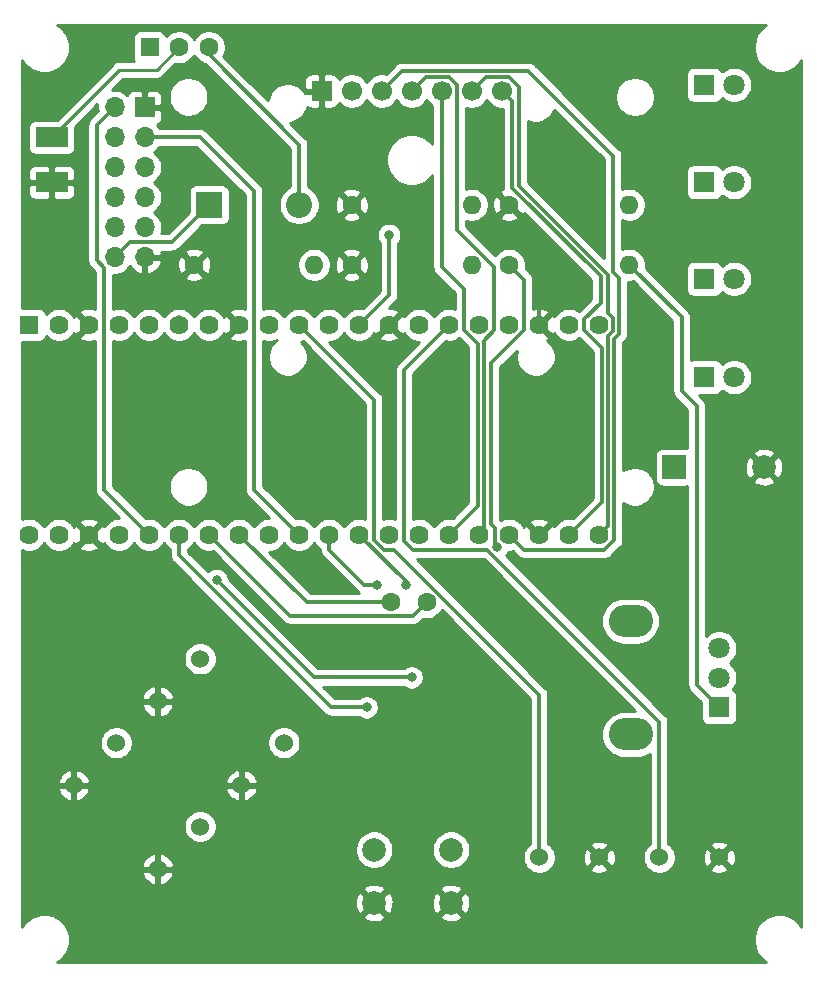
<source format=gbl>
G04 #@! TF.GenerationSoftware,KiCad,Pcbnew,5.1.10-88a1d61d58~90~ubuntu20.04.1*
G04 #@! TF.CreationDate,2021-12-23T17:02:16+01:00*
G04 #@! TF.ProjectId,piconsole,7069636f-6e73-46f6-9c65-2e6b69636164,rev?*
G04 #@! TF.SameCoordinates,Original*
G04 #@! TF.FileFunction,Copper,L2,Bot*
G04 #@! TF.FilePolarity,Positive*
%FSLAX46Y46*%
G04 Gerber Fmt 4.6, Leading zero omitted, Abs format (unit mm)*
G04 Created by KiCad (PCBNEW 5.1.10-88a1d61d58~90~ubuntu20.04.1) date 2021-12-23 17:02:16*
%MOMM*%
%LPD*%
G01*
G04 APERTURE LIST*
G04 #@! TA.AperFunction,ComponentPad*
%ADD10C,1.700000*%
G04 #@! TD*
G04 #@! TA.AperFunction,ComponentPad*
%ADD11R,1.700000X1.700000*%
G04 #@! TD*
G04 #@! TA.AperFunction,ComponentPad*
%ADD12C,2.000000*%
G04 #@! TD*
G04 #@! TA.AperFunction,SMDPad,CuDef*
%ADD13R,2.700000X1.700000*%
G04 #@! TD*
G04 #@! TA.AperFunction,ComponentPad*
%ADD14O,3.740000X2.720000*%
G04 #@! TD*
G04 #@! TA.AperFunction,ComponentPad*
%ADD15C,1.800000*%
G04 #@! TD*
G04 #@! TA.AperFunction,ComponentPad*
%ADD16R,1.800000X1.800000*%
G04 #@! TD*
G04 #@! TA.AperFunction,ComponentPad*
%ADD17R,1.624000X1.624000*%
G04 #@! TD*
G04 #@! TA.AperFunction,ComponentPad*
%ADD18C,1.624000*%
G04 #@! TD*
G04 #@! TA.AperFunction,ComponentPad*
%ADD19C,1.524000*%
G04 #@! TD*
G04 #@! TA.AperFunction,ComponentPad*
%ADD20R,2.000000X2.000000*%
G04 #@! TD*
G04 #@! TA.AperFunction,ComponentPad*
%ADD21R,2.200000X2.200000*%
G04 #@! TD*
G04 #@! TA.AperFunction,ComponentPad*
%ADD22O,2.200000X2.200000*%
G04 #@! TD*
G04 #@! TA.AperFunction,ComponentPad*
%ADD23O,1.700000X1.700000*%
G04 #@! TD*
G04 #@! TA.AperFunction,ComponentPad*
%ADD24C,1.600000*%
G04 #@! TD*
G04 #@! TA.AperFunction,ComponentPad*
%ADD25O,1.600000X1.600000*%
G04 #@! TD*
G04 #@! TA.AperFunction,ComponentPad*
%ADD26R,1.600000X1.600000*%
G04 #@! TD*
G04 #@! TA.AperFunction,ViaPad*
%ADD27C,0.800000*%
G04 #@! TD*
G04 #@! TA.AperFunction,Conductor*
%ADD28C,0.300000*%
G04 #@! TD*
G04 #@! TA.AperFunction,Conductor*
%ADD29C,0.250000*%
G04 #@! TD*
G04 #@! TA.AperFunction,Conductor*
%ADD30C,0.254000*%
G04 #@! TD*
G04 #@! TA.AperFunction,Conductor*
%ADD31C,0.100000*%
G04 #@! TD*
G04 APERTURE END LIST*
D10*
X138432500Y-64026000D03*
X135892500Y-64026000D03*
X133352500Y-64026000D03*
D11*
X123192500Y-64026000D03*
D10*
X125732500Y-64026000D03*
X128272500Y-64026000D03*
X130810000Y-64026000D03*
D12*
X134135000Y-128270000D03*
X134135000Y-132770000D03*
X127635000Y-128270000D03*
X127635000Y-132770000D03*
D13*
X100330000Y-71755000D03*
X100330000Y-67945000D03*
D14*
X149345000Y-118505000D03*
X149345000Y-108905000D03*
D15*
X156845000Y-111205000D03*
X156845000Y-113705000D03*
D16*
X156845000Y-116205000D03*
D17*
X98425000Y-83820000D03*
D18*
X100965000Y-83820000D03*
X103505000Y-83820000D03*
X106045000Y-83820000D03*
X108585000Y-83820000D03*
X111125000Y-83820000D03*
X113665000Y-83820000D03*
X116205000Y-83820000D03*
X118745000Y-83820000D03*
X121285000Y-83820000D03*
X123825000Y-83820000D03*
X126365000Y-83820000D03*
X128905000Y-83820000D03*
X131445000Y-83820000D03*
X133985000Y-83820000D03*
X136525000Y-83820000D03*
X139065000Y-83820000D03*
X141605000Y-83820000D03*
X144145000Y-83820000D03*
X146685000Y-83820000D03*
X146685000Y-101600000D03*
X144145000Y-101600000D03*
X141605000Y-101600000D03*
X139065000Y-101600000D03*
X136525000Y-101600000D03*
X133985000Y-101600000D03*
X131445000Y-101600000D03*
X128905000Y-101600000D03*
X126365000Y-101600000D03*
X123825000Y-101600000D03*
X121285000Y-101600000D03*
X118745000Y-101600000D03*
X116205000Y-101600000D03*
X113665000Y-101600000D03*
X111125000Y-101600000D03*
X108585000Y-101600000D03*
X106045000Y-101600000D03*
X103505000Y-101600000D03*
X100965000Y-101600000D03*
X98425000Y-101600000D03*
D19*
X146685000Y-128905000D03*
X141605000Y-128905000D03*
D20*
X153035000Y-95885000D03*
D12*
X160635000Y-95885000D03*
D16*
X155575000Y-63500000D03*
D15*
X158115000Y-63500000D03*
D16*
X155575000Y-71755000D03*
D15*
X158115000Y-71755000D03*
X158115000Y-79930000D03*
D16*
X155575000Y-79930000D03*
X155575000Y-88265000D03*
D15*
X158115000Y-88265000D03*
D21*
X113665000Y-73660000D03*
D22*
X121285000Y-73660000D03*
D11*
X108204000Y-65405000D03*
D23*
X105664000Y-65405000D03*
X108204000Y-67945000D03*
X105664000Y-67945000D03*
X108204000Y-70485000D03*
X105664000Y-70485000D03*
X108204000Y-73025000D03*
X105664000Y-73025000D03*
X108204000Y-75565000D03*
X105664000Y-75565000D03*
X108204000Y-78105000D03*
X105664000Y-78105000D03*
D24*
X139065000Y-73660000D03*
D25*
X149225000Y-73660000D03*
D24*
X125730000Y-78740000D03*
D25*
X135890000Y-78740000D03*
X122555000Y-78740000D03*
D24*
X112395000Y-78740000D03*
X125730000Y-73660000D03*
D25*
X135890000Y-73660000D03*
X149225000Y-78740000D03*
D24*
X139065000Y-78740000D03*
X132080000Y-107315000D03*
X129080000Y-107315000D03*
D19*
X112891051Y-112108949D03*
X109298949Y-115701051D03*
X109298949Y-129901051D03*
X112891051Y-126308949D03*
X105791051Y-119208949D03*
X102198949Y-122801051D03*
X116398949Y-122801051D03*
X119991051Y-119208949D03*
X151765000Y-128905000D03*
X156845000Y-128905000D03*
D26*
X108625000Y-60325000D03*
D24*
X111125000Y-60325000D03*
X113625000Y-60325000D03*
D27*
X144018000Y-70993000D03*
X120269000Y-91948000D03*
X133096000Y-97409000D03*
X123190000Y-105410000D03*
X141605000Y-93345000D03*
X130310000Y-105885000D03*
X128905000Y-76200000D03*
X127000000Y-116205000D03*
X138036167Y-102628832D03*
X130810000Y-113665000D03*
X114300000Y-105410000D03*
X127889000Y-105885000D03*
D28*
X141605000Y-83820000D02*
X141605000Y-81915000D01*
X130310000Y-105545000D02*
X130310000Y-105885000D01*
X126365000Y-101600000D02*
X130310000Y-105545000D01*
X128905000Y-81280000D02*
X126365000Y-83820000D01*
X128905000Y-76200000D02*
X128905000Y-81280000D01*
X106934000Y-76835000D02*
X105664000Y-78105000D01*
X110490000Y-76835000D02*
X106934000Y-76835000D01*
X113665000Y-73660000D02*
X110490000Y-76835000D01*
X113625000Y-60920000D02*
X113625000Y-60325000D01*
X121285000Y-68580000D02*
X113625000Y-60920000D01*
X121285000Y-73660000D02*
X121285000Y-68580000D01*
D29*
X106045000Y-62230000D02*
X109220000Y-62230000D01*
X109220000Y-62230000D02*
X111125000Y-60325000D01*
X100330000Y-67945000D02*
X106045000Y-62230000D01*
D28*
X104140000Y-66929000D02*
X105664000Y-65405000D01*
X104140000Y-78357002D02*
X104140000Y-66929000D01*
X104775000Y-78992002D02*
X104140000Y-78357002D01*
X104775000Y-97790000D02*
X104775000Y-78992002D01*
X108585000Y-101600000D02*
X104775000Y-97790000D01*
X111125000Y-103345002D02*
X111125000Y-101600000D01*
X123984998Y-116205000D02*
X111125000Y-103345002D01*
X127000000Y-116205000D02*
X123984998Y-116205000D01*
X154940000Y-114300000D02*
X156845000Y-116205000D01*
X154940000Y-90678000D02*
X154940000Y-114300000D01*
X153670000Y-89408000D02*
X154940000Y-90678000D01*
X153670000Y-83185000D02*
X153670000Y-89408000D01*
X149225000Y-78740000D02*
X153670000Y-83185000D01*
X120530001Y-108465001D02*
X113665000Y-101600000D01*
X130929999Y-108465001D02*
X120530001Y-108465001D01*
X132080000Y-107315000D02*
X130929999Y-108465001D01*
X137902999Y-102495664D02*
X138036167Y-102628832D01*
X137902999Y-101042239D02*
X137902999Y-102495664D01*
X137541000Y-100680240D02*
X137902999Y-101042239D01*
X140335000Y-84269762D02*
X137541000Y-87063762D01*
X140335000Y-80010000D02*
X140335000Y-84269762D01*
X137541000Y-87063762D02*
X137541000Y-100680240D01*
X139065000Y-78740000D02*
X140335000Y-80010000D01*
X121920000Y-107315000D02*
X116205000Y-101600000D01*
X129080000Y-107315000D02*
X121920000Y-107315000D01*
X122555000Y-113665000D02*
X114300000Y-105410000D01*
X130810000Y-113665000D02*
X122555000Y-113665000D01*
X112903000Y-67945000D02*
X108204000Y-67945000D01*
X117475000Y-72517000D02*
X112903000Y-67945000D01*
X117475000Y-97790000D02*
X117475000Y-72517000D01*
X121285000Y-101600000D02*
X117475000Y-97790000D01*
X136398000Y-99187000D02*
X133985000Y-101600000D01*
X136398000Y-85412762D02*
X136398000Y-99187000D01*
X135255000Y-84269762D02*
X136398000Y-85412762D01*
X133352500Y-78927738D02*
X135255000Y-80830238D01*
X135255000Y-80830238D02*
X135255000Y-84269762D01*
X133352500Y-64026000D02*
X133352500Y-78927738D01*
X136906000Y-101219000D02*
X136525000Y-101600000D01*
X137795000Y-84269762D02*
X136906000Y-85158762D01*
X137795000Y-78942998D02*
X137795000Y-84269762D01*
X134620000Y-75767998D02*
X137795000Y-78942998D01*
X134620000Y-63517498D02*
X134620000Y-75767998D01*
X133928501Y-62825999D02*
X134620000Y-63517498D01*
X132010001Y-62825999D02*
X133928501Y-62825999D01*
X136906000Y-85158762D02*
X136906000Y-101219000D01*
X130810000Y-64026000D02*
X132010001Y-62825999D01*
X140335000Y-102870000D02*
X139065000Y-101600000D01*
X129972511Y-62325989D02*
X140681991Y-62325989D01*
X148347011Y-79825767D02*
X148347011Y-84584873D01*
X128272500Y-64026000D02*
X129972511Y-62325989D01*
X140681991Y-62325989D02*
X147847001Y-69490999D01*
X147847001Y-69490999D02*
X147847001Y-79325757D01*
X147947011Y-84984873D02*
X147947011Y-102057751D01*
X147947011Y-102057751D02*
X147134762Y-102870000D01*
X147134762Y-102870000D02*
X140335000Y-102870000D01*
X147847001Y-79325757D02*
X148347011Y-79825767D01*
X148347011Y-84584873D02*
X147947011Y-84984873D01*
X146939000Y-98806000D02*
X144145000Y-101600000D01*
X146939000Y-85793762D02*
X146939000Y-98806000D01*
X146812000Y-81973238D02*
X145415000Y-83370238D01*
X146812000Y-79704998D02*
X146812000Y-81973238D01*
X139319000Y-72211998D02*
X146812000Y-79704998D01*
X145415000Y-84269762D02*
X146939000Y-85793762D01*
X145415000Y-83370238D02*
X145415000Y-84269762D01*
X139319000Y-64912500D02*
X139319000Y-72211998D01*
X138432500Y-64026000D02*
X139319000Y-64912500D01*
X147447000Y-100838000D02*
X146685000Y-101600000D01*
X147447000Y-84777762D02*
X147447000Y-100838000D01*
X147847001Y-84377761D02*
X147447000Y-84777762D01*
X147447000Y-79632878D02*
X147447000Y-82862238D01*
X139909999Y-72095877D02*
X147447000Y-79632878D01*
X139909999Y-63727497D02*
X139909999Y-72095877D01*
X139008501Y-62825999D02*
X139909999Y-63727497D01*
X147847001Y-83262239D02*
X147847001Y-84377761D01*
X137092501Y-62825999D02*
X139008501Y-62825999D01*
X147447000Y-82862238D02*
X147847001Y-83262239D01*
X135892500Y-64026000D02*
X137092501Y-62825999D01*
X111125000Y-83820000D02*
X111125000Y-83185000D01*
X130175000Y-87630000D02*
X133985000Y-83820000D01*
X130175000Y-102157761D02*
X130175000Y-87630000D01*
X130887239Y-102870000D02*
X130175000Y-102157761D01*
X151765000Y-128905000D02*
X151765000Y-117418341D01*
X151765000Y-117418341D02*
X137216659Y-102870000D01*
X137216659Y-102870000D02*
X130887239Y-102870000D01*
X127635000Y-90170000D02*
X121285000Y-83820000D01*
X127635000Y-102049762D02*
X127635000Y-90170000D01*
X128455238Y-102870000D02*
X127635000Y-102049762D01*
X129337002Y-102870000D02*
X128455238Y-102870000D01*
X141605000Y-115137998D02*
X129337002Y-102870000D01*
X141605000Y-128905000D02*
X141605000Y-115137998D01*
X123825000Y-102235000D02*
X123825000Y-101600000D01*
X123825000Y-101600000D02*
X123825000Y-102900000D01*
X126810000Y-105885000D02*
X127889000Y-105885000D01*
X123825000Y-102900000D02*
X126810000Y-105885000D01*
D30*
X160542023Y-58639837D02*
X160239837Y-58942023D01*
X160002412Y-59297355D01*
X159838870Y-59692179D01*
X159755497Y-60111323D01*
X159755497Y-60538677D01*
X159838870Y-60957821D01*
X160002412Y-61352645D01*
X160239837Y-61707977D01*
X160542023Y-62010163D01*
X160897355Y-62247588D01*
X161292179Y-62411130D01*
X161711323Y-62494503D01*
X162138677Y-62494503D01*
X162557821Y-62411130D01*
X162952645Y-62247588D01*
X163307977Y-62010163D01*
X163610163Y-61707977D01*
X163805000Y-61416382D01*
X163805001Y-134798619D01*
X163610163Y-134507023D01*
X163307977Y-134204837D01*
X162952645Y-133967412D01*
X162557821Y-133803870D01*
X162138677Y-133720497D01*
X161711323Y-133720497D01*
X161292179Y-133803870D01*
X160897355Y-133967412D01*
X160542023Y-134204837D01*
X160239837Y-134507023D01*
X160002412Y-134862355D01*
X159838870Y-135257179D01*
X159755497Y-135676323D01*
X159755497Y-136103677D01*
X159838870Y-136522821D01*
X160002412Y-136917645D01*
X160239837Y-137272977D01*
X160542023Y-137575163D01*
X160833617Y-137770000D01*
X100786383Y-137770000D01*
X101077977Y-137575163D01*
X101380163Y-137272977D01*
X101617588Y-136917645D01*
X101781130Y-136522821D01*
X101864503Y-136103677D01*
X101864503Y-135676323D01*
X101781130Y-135257179D01*
X101617588Y-134862355D01*
X101380163Y-134507023D01*
X101077977Y-134204837D01*
X100722645Y-133967412D01*
X100572967Y-133905413D01*
X126679192Y-133905413D01*
X126774956Y-134169814D01*
X127064571Y-134310704D01*
X127376108Y-134392384D01*
X127697595Y-134411718D01*
X128016675Y-134367961D01*
X128321088Y-134262795D01*
X128495044Y-134169814D01*
X128590808Y-133905413D01*
X133179192Y-133905413D01*
X133274956Y-134169814D01*
X133564571Y-134310704D01*
X133876108Y-134392384D01*
X134197595Y-134411718D01*
X134516675Y-134367961D01*
X134821088Y-134262795D01*
X134995044Y-134169814D01*
X135090808Y-133905413D01*
X134135000Y-132949605D01*
X133179192Y-133905413D01*
X128590808Y-133905413D01*
X127635000Y-132949605D01*
X126679192Y-133905413D01*
X100572967Y-133905413D01*
X100327821Y-133803870D01*
X99908677Y-133720497D01*
X99481323Y-133720497D01*
X99062179Y-133803870D01*
X98667355Y-133967412D01*
X98312023Y-134204837D01*
X98009837Y-134507023D01*
X97815000Y-134798617D01*
X97815000Y-132832595D01*
X125993282Y-132832595D01*
X126037039Y-133151675D01*
X126142205Y-133456088D01*
X126235186Y-133630044D01*
X126499587Y-133725808D01*
X127455395Y-132770000D01*
X127814605Y-132770000D01*
X128770413Y-133725808D01*
X129034814Y-133630044D01*
X129175704Y-133340429D01*
X129257384Y-133028892D01*
X129269189Y-132832595D01*
X132493282Y-132832595D01*
X132537039Y-133151675D01*
X132642205Y-133456088D01*
X132735186Y-133630044D01*
X132999587Y-133725808D01*
X133955395Y-132770000D01*
X134314605Y-132770000D01*
X135270413Y-133725808D01*
X135534814Y-133630044D01*
X135675704Y-133340429D01*
X135757384Y-133028892D01*
X135776718Y-132707405D01*
X135732961Y-132388325D01*
X135627795Y-132083912D01*
X135534814Y-131909956D01*
X135270413Y-131814192D01*
X134314605Y-132770000D01*
X133955395Y-132770000D01*
X132999587Y-131814192D01*
X132735186Y-131909956D01*
X132594296Y-132199571D01*
X132512616Y-132511108D01*
X132493282Y-132832595D01*
X129269189Y-132832595D01*
X129276718Y-132707405D01*
X129232961Y-132388325D01*
X129127795Y-132083912D01*
X129034814Y-131909956D01*
X128770413Y-131814192D01*
X127814605Y-132770000D01*
X127455395Y-132770000D01*
X126499587Y-131814192D01*
X126235186Y-131909956D01*
X126094296Y-132199571D01*
X126012616Y-132511108D01*
X125993282Y-132832595D01*
X97815000Y-132832595D01*
X97815000Y-131634587D01*
X126679192Y-131634587D01*
X127635000Y-132590395D01*
X128590808Y-131634587D01*
X133179192Y-131634587D01*
X134135000Y-132590395D01*
X135090808Y-131634587D01*
X134995044Y-131370186D01*
X134705429Y-131229296D01*
X134393892Y-131147616D01*
X134072405Y-131128282D01*
X133753325Y-131172039D01*
X133448912Y-131277205D01*
X133274956Y-131370186D01*
X133179192Y-131634587D01*
X128590808Y-131634587D01*
X128495044Y-131370186D01*
X128205429Y-131229296D01*
X127893892Y-131147616D01*
X127572405Y-131128282D01*
X127253325Y-131172039D01*
X126948912Y-131277205D01*
X126774956Y-131370186D01*
X126679192Y-131634587D01*
X97815000Y-131634587D01*
X97815000Y-130245183D01*
X107938026Y-130245183D01*
X108031313Y-130504074D01*
X108173314Y-130739791D01*
X108358573Y-130943275D01*
X108579970Y-131106707D01*
X108828997Y-131223807D01*
X108954817Y-131261974D01*
X109171949Y-131139566D01*
X109171949Y-130028051D01*
X109425949Y-130028051D01*
X109425949Y-131139566D01*
X109643081Y-131261974D01*
X109901972Y-131168687D01*
X110137689Y-131026686D01*
X110341173Y-130841427D01*
X110504605Y-130620030D01*
X110621705Y-130371003D01*
X110659872Y-130245183D01*
X110537464Y-130028051D01*
X109425949Y-130028051D01*
X109171949Y-130028051D01*
X108060434Y-130028051D01*
X107938026Y-130245183D01*
X97815000Y-130245183D01*
X97815000Y-129556919D01*
X107938026Y-129556919D01*
X108060434Y-129774051D01*
X109171949Y-129774051D01*
X109171949Y-128662536D01*
X109425949Y-128662536D01*
X109425949Y-129774051D01*
X110537464Y-129774051D01*
X110659872Y-129556919D01*
X110566585Y-129298028D01*
X110424584Y-129062311D01*
X110239325Y-128858827D01*
X110017928Y-128695395D01*
X109768901Y-128578295D01*
X109643081Y-128540128D01*
X109425949Y-128662536D01*
X109171949Y-128662536D01*
X108954817Y-128540128D01*
X108695926Y-128633415D01*
X108460209Y-128775416D01*
X108256725Y-128960675D01*
X108093293Y-129182072D01*
X107976193Y-129431099D01*
X107938026Y-129556919D01*
X97815000Y-129556919D01*
X97815000Y-128108967D01*
X126000000Y-128108967D01*
X126000000Y-128431033D01*
X126062832Y-128746912D01*
X126186082Y-129044463D01*
X126365013Y-129312252D01*
X126592748Y-129539987D01*
X126860537Y-129718918D01*
X127158088Y-129842168D01*
X127473967Y-129905000D01*
X127796033Y-129905000D01*
X128111912Y-129842168D01*
X128409463Y-129718918D01*
X128677252Y-129539987D01*
X128904987Y-129312252D01*
X129083918Y-129044463D01*
X129207168Y-128746912D01*
X129270000Y-128431033D01*
X129270000Y-128108967D01*
X132500000Y-128108967D01*
X132500000Y-128431033D01*
X132562832Y-128746912D01*
X132686082Y-129044463D01*
X132865013Y-129312252D01*
X133092748Y-129539987D01*
X133360537Y-129718918D01*
X133658088Y-129842168D01*
X133973967Y-129905000D01*
X134296033Y-129905000D01*
X134611912Y-129842168D01*
X134909463Y-129718918D01*
X135177252Y-129539987D01*
X135404987Y-129312252D01*
X135583918Y-129044463D01*
X135707168Y-128746912D01*
X135770000Y-128431033D01*
X135770000Y-128108967D01*
X135707168Y-127793088D01*
X135583918Y-127495537D01*
X135404987Y-127227748D01*
X135177252Y-127000013D01*
X134909463Y-126821082D01*
X134611912Y-126697832D01*
X134296033Y-126635000D01*
X133973967Y-126635000D01*
X133658088Y-126697832D01*
X133360537Y-126821082D01*
X133092748Y-127000013D01*
X132865013Y-127227748D01*
X132686082Y-127495537D01*
X132562832Y-127793088D01*
X132500000Y-128108967D01*
X129270000Y-128108967D01*
X129207168Y-127793088D01*
X129083918Y-127495537D01*
X128904987Y-127227748D01*
X128677252Y-127000013D01*
X128409463Y-126821082D01*
X128111912Y-126697832D01*
X127796033Y-126635000D01*
X127473967Y-126635000D01*
X127158088Y-126697832D01*
X126860537Y-126821082D01*
X126592748Y-127000013D01*
X126365013Y-127227748D01*
X126186082Y-127495537D01*
X126062832Y-127793088D01*
X126000000Y-128108967D01*
X97815000Y-128108967D01*
X97815000Y-126171357D01*
X111494051Y-126171357D01*
X111494051Y-126446541D01*
X111547737Y-126716439D01*
X111653046Y-126970676D01*
X111805931Y-127199484D01*
X112000516Y-127394069D01*
X112229324Y-127546954D01*
X112483561Y-127652263D01*
X112753459Y-127705949D01*
X113028643Y-127705949D01*
X113298541Y-127652263D01*
X113552778Y-127546954D01*
X113781586Y-127394069D01*
X113976171Y-127199484D01*
X114129056Y-126970676D01*
X114234365Y-126716439D01*
X114288051Y-126446541D01*
X114288051Y-126171357D01*
X114234365Y-125901459D01*
X114129056Y-125647222D01*
X113976171Y-125418414D01*
X113781586Y-125223829D01*
X113552778Y-125070944D01*
X113298541Y-124965635D01*
X113028643Y-124911949D01*
X112753459Y-124911949D01*
X112483561Y-124965635D01*
X112229324Y-125070944D01*
X112000516Y-125223829D01*
X111805931Y-125418414D01*
X111653046Y-125647222D01*
X111547737Y-125901459D01*
X111494051Y-126171357D01*
X97815000Y-126171357D01*
X97815000Y-123145183D01*
X100838026Y-123145183D01*
X100931313Y-123404074D01*
X101073314Y-123639791D01*
X101258573Y-123843275D01*
X101479970Y-124006707D01*
X101728997Y-124123807D01*
X101854817Y-124161974D01*
X102071949Y-124039566D01*
X102071949Y-122928051D01*
X102325949Y-122928051D01*
X102325949Y-124039566D01*
X102543081Y-124161974D01*
X102801972Y-124068687D01*
X103037689Y-123926686D01*
X103241173Y-123741427D01*
X103404605Y-123520030D01*
X103521705Y-123271003D01*
X103559872Y-123145183D01*
X115038026Y-123145183D01*
X115131313Y-123404074D01*
X115273314Y-123639791D01*
X115458573Y-123843275D01*
X115679970Y-124006707D01*
X115928997Y-124123807D01*
X116054817Y-124161974D01*
X116271949Y-124039566D01*
X116271949Y-122928051D01*
X116525949Y-122928051D01*
X116525949Y-124039566D01*
X116743081Y-124161974D01*
X117001972Y-124068687D01*
X117237689Y-123926686D01*
X117441173Y-123741427D01*
X117604605Y-123520030D01*
X117721705Y-123271003D01*
X117759872Y-123145183D01*
X117637464Y-122928051D01*
X116525949Y-122928051D01*
X116271949Y-122928051D01*
X115160434Y-122928051D01*
X115038026Y-123145183D01*
X103559872Y-123145183D01*
X103437464Y-122928051D01*
X102325949Y-122928051D01*
X102071949Y-122928051D01*
X100960434Y-122928051D01*
X100838026Y-123145183D01*
X97815000Y-123145183D01*
X97815000Y-122456919D01*
X100838026Y-122456919D01*
X100960434Y-122674051D01*
X102071949Y-122674051D01*
X102071949Y-121562536D01*
X102325949Y-121562536D01*
X102325949Y-122674051D01*
X103437464Y-122674051D01*
X103559872Y-122456919D01*
X115038026Y-122456919D01*
X115160434Y-122674051D01*
X116271949Y-122674051D01*
X116271949Y-121562536D01*
X116525949Y-121562536D01*
X116525949Y-122674051D01*
X117637464Y-122674051D01*
X117759872Y-122456919D01*
X117666585Y-122198028D01*
X117524584Y-121962311D01*
X117339325Y-121758827D01*
X117117928Y-121595395D01*
X116868901Y-121478295D01*
X116743081Y-121440128D01*
X116525949Y-121562536D01*
X116271949Y-121562536D01*
X116054817Y-121440128D01*
X115795926Y-121533415D01*
X115560209Y-121675416D01*
X115356725Y-121860675D01*
X115193293Y-122082072D01*
X115076193Y-122331099D01*
X115038026Y-122456919D01*
X103559872Y-122456919D01*
X103466585Y-122198028D01*
X103324584Y-121962311D01*
X103139325Y-121758827D01*
X102917928Y-121595395D01*
X102668901Y-121478295D01*
X102543081Y-121440128D01*
X102325949Y-121562536D01*
X102071949Y-121562536D01*
X101854817Y-121440128D01*
X101595926Y-121533415D01*
X101360209Y-121675416D01*
X101156725Y-121860675D01*
X100993293Y-122082072D01*
X100876193Y-122331099D01*
X100838026Y-122456919D01*
X97815000Y-122456919D01*
X97815000Y-119071357D01*
X104394051Y-119071357D01*
X104394051Y-119346541D01*
X104447737Y-119616439D01*
X104553046Y-119870676D01*
X104705931Y-120099484D01*
X104900516Y-120294069D01*
X105129324Y-120446954D01*
X105383561Y-120552263D01*
X105653459Y-120605949D01*
X105928643Y-120605949D01*
X106198541Y-120552263D01*
X106452778Y-120446954D01*
X106681586Y-120294069D01*
X106876171Y-120099484D01*
X107029056Y-119870676D01*
X107134365Y-119616439D01*
X107188051Y-119346541D01*
X107188051Y-119071357D01*
X118594051Y-119071357D01*
X118594051Y-119346541D01*
X118647737Y-119616439D01*
X118753046Y-119870676D01*
X118905931Y-120099484D01*
X119100516Y-120294069D01*
X119329324Y-120446954D01*
X119583561Y-120552263D01*
X119853459Y-120605949D01*
X120128643Y-120605949D01*
X120398541Y-120552263D01*
X120652778Y-120446954D01*
X120881586Y-120294069D01*
X121076171Y-120099484D01*
X121229056Y-119870676D01*
X121334365Y-119616439D01*
X121388051Y-119346541D01*
X121388051Y-119071357D01*
X121334365Y-118801459D01*
X121229056Y-118547222D01*
X121076171Y-118318414D01*
X120881586Y-118123829D01*
X120652778Y-117970944D01*
X120398541Y-117865635D01*
X120128643Y-117811949D01*
X119853459Y-117811949D01*
X119583561Y-117865635D01*
X119329324Y-117970944D01*
X119100516Y-118123829D01*
X118905931Y-118318414D01*
X118753046Y-118547222D01*
X118647737Y-118801459D01*
X118594051Y-119071357D01*
X107188051Y-119071357D01*
X107134365Y-118801459D01*
X107029056Y-118547222D01*
X106876171Y-118318414D01*
X106681586Y-118123829D01*
X106452778Y-117970944D01*
X106198541Y-117865635D01*
X105928643Y-117811949D01*
X105653459Y-117811949D01*
X105383561Y-117865635D01*
X105129324Y-117970944D01*
X104900516Y-118123829D01*
X104705931Y-118318414D01*
X104553046Y-118547222D01*
X104447737Y-118801459D01*
X104394051Y-119071357D01*
X97815000Y-119071357D01*
X97815000Y-116045183D01*
X107938026Y-116045183D01*
X108031313Y-116304074D01*
X108173314Y-116539791D01*
X108358573Y-116743275D01*
X108579970Y-116906707D01*
X108828997Y-117023807D01*
X108954817Y-117061974D01*
X109171949Y-116939566D01*
X109171949Y-115828051D01*
X109425949Y-115828051D01*
X109425949Y-116939566D01*
X109643081Y-117061974D01*
X109901972Y-116968687D01*
X110137689Y-116826686D01*
X110341173Y-116641427D01*
X110504605Y-116420030D01*
X110621705Y-116171003D01*
X110659872Y-116045183D01*
X110537464Y-115828051D01*
X109425949Y-115828051D01*
X109171949Y-115828051D01*
X108060434Y-115828051D01*
X107938026Y-116045183D01*
X97815000Y-116045183D01*
X97815000Y-115356919D01*
X107938026Y-115356919D01*
X108060434Y-115574051D01*
X109171949Y-115574051D01*
X109171949Y-114462536D01*
X109425949Y-114462536D01*
X109425949Y-115574051D01*
X110537464Y-115574051D01*
X110659872Y-115356919D01*
X110566585Y-115098028D01*
X110424584Y-114862311D01*
X110239325Y-114658827D01*
X110017928Y-114495395D01*
X109768901Y-114378295D01*
X109643081Y-114340128D01*
X109425949Y-114462536D01*
X109171949Y-114462536D01*
X108954817Y-114340128D01*
X108695926Y-114433415D01*
X108460209Y-114575416D01*
X108256725Y-114760675D01*
X108093293Y-114982072D01*
X107976193Y-115231099D01*
X107938026Y-115356919D01*
X97815000Y-115356919D01*
X97815000Y-111971357D01*
X111494051Y-111971357D01*
X111494051Y-112246541D01*
X111547737Y-112516439D01*
X111653046Y-112770676D01*
X111805931Y-112999484D01*
X112000516Y-113194069D01*
X112229324Y-113346954D01*
X112483561Y-113452263D01*
X112753459Y-113505949D01*
X113028643Y-113505949D01*
X113298541Y-113452263D01*
X113552778Y-113346954D01*
X113781586Y-113194069D01*
X113976171Y-112999484D01*
X114129056Y-112770676D01*
X114234365Y-112516439D01*
X114288051Y-112246541D01*
X114288051Y-111971357D01*
X114234365Y-111701459D01*
X114129056Y-111447222D01*
X113976171Y-111218414D01*
X113781586Y-111023829D01*
X113552778Y-110870944D01*
X113298541Y-110765635D01*
X113028643Y-110711949D01*
X112753459Y-110711949D01*
X112483561Y-110765635D01*
X112229324Y-110870944D01*
X112000516Y-111023829D01*
X111805931Y-111218414D01*
X111653046Y-111447222D01*
X111547737Y-111701459D01*
X111494051Y-111971357D01*
X97815000Y-111971357D01*
X97815000Y-102913550D01*
X98002926Y-102991392D01*
X98282483Y-103047000D01*
X98567517Y-103047000D01*
X98847074Y-102991392D01*
X99110411Y-102882314D01*
X99347408Y-102723958D01*
X99548958Y-102522408D01*
X99695000Y-102303840D01*
X99841042Y-102522408D01*
X100042592Y-102723958D01*
X100279589Y-102882314D01*
X100542926Y-102991392D01*
X100822483Y-103047000D01*
X101107517Y-103047000D01*
X101387074Y-102991392D01*
X101650411Y-102882314D01*
X101887408Y-102723958D01*
X102010096Y-102601270D01*
X102683335Y-102601270D01*
X102756371Y-102846464D01*
X103013928Y-102968564D01*
X103290358Y-103038071D01*
X103575036Y-103052314D01*
X103857023Y-103010744D01*
X104125482Y-102914961D01*
X104253629Y-102846464D01*
X104326665Y-102601270D01*
X103505000Y-101779605D01*
X102683335Y-102601270D01*
X102010096Y-102601270D01*
X102088958Y-102522408D01*
X102234775Y-102304177D01*
X102258536Y-102348629D01*
X102503730Y-102421665D01*
X103325395Y-101600000D01*
X102503730Y-100778335D01*
X102258536Y-100851371D01*
X102236347Y-100898176D01*
X102088958Y-100677592D01*
X102010096Y-100598730D01*
X102683335Y-100598730D01*
X103505000Y-101420395D01*
X104326665Y-100598730D01*
X104253629Y-100353536D01*
X103996072Y-100231436D01*
X103719642Y-100161929D01*
X103434964Y-100147686D01*
X103152977Y-100189256D01*
X102884518Y-100285039D01*
X102756371Y-100353536D01*
X102683335Y-100598730D01*
X102010096Y-100598730D01*
X101887408Y-100476042D01*
X101650411Y-100317686D01*
X101387074Y-100208608D01*
X101107517Y-100153000D01*
X100822483Y-100153000D01*
X100542926Y-100208608D01*
X100279589Y-100317686D01*
X100042592Y-100476042D01*
X99841042Y-100677592D01*
X99695000Y-100896160D01*
X99548958Y-100677592D01*
X99347408Y-100476042D01*
X99110411Y-100317686D01*
X98847074Y-100208608D01*
X98567517Y-100153000D01*
X98282483Y-100153000D01*
X98002926Y-100208608D01*
X97815000Y-100286450D01*
X97815000Y-85270072D01*
X99237000Y-85270072D01*
X99361482Y-85257812D01*
X99481180Y-85221502D01*
X99591494Y-85162537D01*
X99688185Y-85083185D01*
X99767537Y-84986494D01*
X99826502Y-84876180D01*
X99861021Y-84762387D01*
X100042592Y-84943958D01*
X100279589Y-85102314D01*
X100542926Y-85211392D01*
X100822483Y-85267000D01*
X101107517Y-85267000D01*
X101387074Y-85211392D01*
X101650411Y-85102314D01*
X101887408Y-84943958D01*
X102088958Y-84742408D01*
X102234775Y-84524177D01*
X102258536Y-84568629D01*
X102503730Y-84641665D01*
X103325395Y-83820000D01*
X102503730Y-82998335D01*
X102258536Y-83071371D01*
X102236347Y-83118176D01*
X102088958Y-82897592D01*
X101887408Y-82696042D01*
X101650411Y-82537686D01*
X101387074Y-82428608D01*
X101107517Y-82373000D01*
X100822483Y-82373000D01*
X100542926Y-82428608D01*
X100279589Y-82537686D01*
X100042592Y-82696042D01*
X99861021Y-82877613D01*
X99826502Y-82763820D01*
X99767537Y-82653506D01*
X99688185Y-82556815D01*
X99591494Y-82477463D01*
X99481180Y-82418498D01*
X99361482Y-82382188D01*
X99237000Y-82369928D01*
X97815000Y-82369928D01*
X97815000Y-72605000D01*
X98341928Y-72605000D01*
X98354188Y-72729482D01*
X98390498Y-72849180D01*
X98449463Y-72959494D01*
X98528815Y-73056185D01*
X98625506Y-73135537D01*
X98735820Y-73194502D01*
X98855518Y-73230812D01*
X98980000Y-73243072D01*
X100044250Y-73240000D01*
X100203000Y-73081250D01*
X100203000Y-71882000D01*
X100457000Y-71882000D01*
X100457000Y-73081250D01*
X100615750Y-73240000D01*
X101680000Y-73243072D01*
X101804482Y-73230812D01*
X101924180Y-73194502D01*
X102034494Y-73135537D01*
X102131185Y-73056185D01*
X102210537Y-72959494D01*
X102269502Y-72849180D01*
X102305812Y-72729482D01*
X102318072Y-72605000D01*
X102315000Y-72040750D01*
X102156250Y-71882000D01*
X100457000Y-71882000D01*
X100203000Y-71882000D01*
X98503750Y-71882000D01*
X98345000Y-72040750D01*
X98341928Y-72605000D01*
X97815000Y-72605000D01*
X97815000Y-70905000D01*
X98341928Y-70905000D01*
X98345000Y-71469250D01*
X98503750Y-71628000D01*
X100203000Y-71628000D01*
X100203000Y-70428750D01*
X100457000Y-70428750D01*
X100457000Y-71628000D01*
X102156250Y-71628000D01*
X102315000Y-71469250D01*
X102318072Y-70905000D01*
X102305812Y-70780518D01*
X102269502Y-70660820D01*
X102210537Y-70550506D01*
X102131185Y-70453815D01*
X102034494Y-70374463D01*
X101924180Y-70315498D01*
X101804482Y-70279188D01*
X101680000Y-70266928D01*
X100615750Y-70270000D01*
X100457000Y-70428750D01*
X100203000Y-70428750D01*
X100044250Y-70270000D01*
X98980000Y-70266928D01*
X98855518Y-70279188D01*
X98735820Y-70315498D01*
X98625506Y-70374463D01*
X98528815Y-70453815D01*
X98449463Y-70550506D01*
X98390498Y-70660820D01*
X98354188Y-70780518D01*
X98341928Y-70905000D01*
X97815000Y-70905000D01*
X97815000Y-67095000D01*
X98341928Y-67095000D01*
X98341928Y-68795000D01*
X98354188Y-68919482D01*
X98390498Y-69039180D01*
X98449463Y-69149494D01*
X98528815Y-69246185D01*
X98625506Y-69325537D01*
X98735820Y-69384502D01*
X98855518Y-69420812D01*
X98980000Y-69433072D01*
X101680000Y-69433072D01*
X101804482Y-69420812D01*
X101924180Y-69384502D01*
X102034494Y-69325537D01*
X102131185Y-69246185D01*
X102210537Y-69149494D01*
X102269502Y-69039180D01*
X102305812Y-68919482D01*
X102318072Y-68795000D01*
X102318072Y-67095000D01*
X102312399Y-67037402D01*
X104200836Y-65148966D01*
X104179000Y-65258740D01*
X104179000Y-65551260D01*
X104216925Y-65741918D01*
X103612185Y-66346658D01*
X103582237Y-66371236D01*
X103557659Y-66401184D01*
X103557655Y-66401188D01*
X103524690Y-66441356D01*
X103484139Y-66490767D01*
X103447949Y-66558475D01*
X103411246Y-66627141D01*
X103366359Y-66775114D01*
X103351203Y-66929000D01*
X103355001Y-66967563D01*
X103355000Y-78318449D01*
X103351203Y-78357002D01*
X103355000Y-78395555D01*
X103355000Y-78395562D01*
X103366359Y-78510888D01*
X103411246Y-78658861D01*
X103484138Y-78795234D01*
X103582236Y-78914766D01*
X103612190Y-78939349D01*
X103990001Y-79317160D01*
X103990001Y-82449909D01*
X103719642Y-82381929D01*
X103434964Y-82367686D01*
X103152977Y-82409256D01*
X102884518Y-82505039D01*
X102756371Y-82573536D01*
X102683335Y-82818730D01*
X103505000Y-83640395D01*
X103519143Y-83626253D01*
X103698748Y-83805858D01*
X103684605Y-83820000D01*
X103698748Y-83834143D01*
X103519143Y-84013748D01*
X103505000Y-83999605D01*
X102683335Y-84821270D01*
X102756371Y-85066464D01*
X103013928Y-85188564D01*
X103290358Y-85258071D01*
X103575036Y-85272314D01*
X103857023Y-85230744D01*
X103990001Y-85183299D01*
X103990000Y-97751447D01*
X103986203Y-97790000D01*
X103990000Y-97828553D01*
X103990000Y-97828560D01*
X104001359Y-97943886D01*
X104046246Y-98091859D01*
X104119138Y-98228232D01*
X104217236Y-98347764D01*
X104247190Y-98372347D01*
X106027843Y-100153000D01*
X105902483Y-100153000D01*
X105622926Y-100208608D01*
X105359589Y-100317686D01*
X105122592Y-100476042D01*
X104921042Y-100677592D01*
X104775225Y-100895823D01*
X104751464Y-100851371D01*
X104506270Y-100778335D01*
X103684605Y-101600000D01*
X104506270Y-102421665D01*
X104751464Y-102348629D01*
X104773653Y-102301824D01*
X104921042Y-102522408D01*
X105122592Y-102723958D01*
X105359589Y-102882314D01*
X105622926Y-102991392D01*
X105902483Y-103047000D01*
X106187517Y-103047000D01*
X106467074Y-102991392D01*
X106730411Y-102882314D01*
X106967408Y-102723958D01*
X107168958Y-102522408D01*
X107315000Y-102303840D01*
X107461042Y-102522408D01*
X107662592Y-102723958D01*
X107899589Y-102882314D01*
X108162926Y-102991392D01*
X108442483Y-103047000D01*
X108727517Y-103047000D01*
X109007074Y-102991392D01*
X109270411Y-102882314D01*
X109507408Y-102723958D01*
X109708958Y-102522408D01*
X109855000Y-102303840D01*
X110001042Y-102522408D01*
X110202592Y-102723958D01*
X110340000Y-102815771D01*
X110340000Y-103306449D01*
X110336203Y-103345002D01*
X110340000Y-103383555D01*
X110340000Y-103383562D01*
X110351359Y-103498888D01*
X110396246Y-103646861D01*
X110469138Y-103783234D01*
X110567236Y-103902766D01*
X110597190Y-103927349D01*
X123402651Y-116732810D01*
X123427234Y-116762764D01*
X123546765Y-116860862D01*
X123683138Y-116933754D01*
X123831111Y-116978642D01*
X123906024Y-116986020D01*
X123946437Y-116990000D01*
X123946442Y-116990000D01*
X123984998Y-116993797D01*
X124023554Y-116990000D01*
X126321289Y-116990000D01*
X126340226Y-117008937D01*
X126509744Y-117122205D01*
X126698102Y-117200226D01*
X126898061Y-117240000D01*
X127101939Y-117240000D01*
X127301898Y-117200226D01*
X127490256Y-117122205D01*
X127659774Y-117008937D01*
X127803937Y-116864774D01*
X127917205Y-116695256D01*
X127995226Y-116506898D01*
X128035000Y-116306939D01*
X128035000Y-116103061D01*
X127995226Y-115903102D01*
X127917205Y-115714744D01*
X127803937Y-115545226D01*
X127659774Y-115401063D01*
X127490256Y-115287795D01*
X127301898Y-115209774D01*
X127101939Y-115170000D01*
X126898061Y-115170000D01*
X126698102Y-115209774D01*
X126509744Y-115287795D01*
X126340226Y-115401063D01*
X126321289Y-115420000D01*
X124310155Y-115420000D01*
X123340155Y-114450000D01*
X130131289Y-114450000D01*
X130150226Y-114468937D01*
X130319744Y-114582205D01*
X130508102Y-114660226D01*
X130708061Y-114700000D01*
X130911939Y-114700000D01*
X131111898Y-114660226D01*
X131300256Y-114582205D01*
X131469774Y-114468937D01*
X131613937Y-114324774D01*
X131727205Y-114155256D01*
X131805226Y-113966898D01*
X131845000Y-113766939D01*
X131845000Y-113563061D01*
X131805226Y-113363102D01*
X131727205Y-113174744D01*
X131613937Y-113005226D01*
X131469774Y-112861063D01*
X131300256Y-112747795D01*
X131111898Y-112669774D01*
X130911939Y-112630000D01*
X130708061Y-112630000D01*
X130508102Y-112669774D01*
X130319744Y-112747795D01*
X130150226Y-112861063D01*
X130131289Y-112880000D01*
X122880158Y-112880000D01*
X115335000Y-105334843D01*
X115335000Y-105308061D01*
X115295226Y-105108102D01*
X115217205Y-104919744D01*
X115103937Y-104750226D01*
X114959774Y-104606063D01*
X114790256Y-104492795D01*
X114601898Y-104414774D01*
X114401939Y-104375000D01*
X114198061Y-104375000D01*
X113998102Y-104414774D01*
X113809744Y-104492795D01*
X113640226Y-104606063D01*
X113568222Y-104678067D01*
X111910000Y-103019845D01*
X111910000Y-102815771D01*
X112047408Y-102723958D01*
X112248958Y-102522408D01*
X112395000Y-102303840D01*
X112541042Y-102522408D01*
X112742592Y-102723958D01*
X112979589Y-102882314D01*
X113242926Y-102991392D01*
X113522483Y-103047000D01*
X113807517Y-103047000D01*
X113969602Y-103014759D01*
X119947654Y-108992811D01*
X119972237Y-109022765D01*
X120091768Y-109120863D01*
X120228141Y-109193755D01*
X120376114Y-109238643D01*
X120451027Y-109246021D01*
X120491440Y-109250001D01*
X120491445Y-109250001D01*
X120530001Y-109253798D01*
X120568557Y-109250001D01*
X130891446Y-109250001D01*
X130929999Y-109253798D01*
X130968552Y-109250001D01*
X130968560Y-109250001D01*
X131083886Y-109238642D01*
X131231859Y-109193755D01*
X131368232Y-109120863D01*
X131487763Y-109022765D01*
X131512346Y-108992811D01*
X131785604Y-108719554D01*
X131938665Y-108750000D01*
X132221335Y-108750000D01*
X132498574Y-108694853D01*
X132759727Y-108586680D01*
X132994759Y-108429637D01*
X133194637Y-108229759D01*
X133351637Y-107994792D01*
X140820001Y-115463157D01*
X140820000Y-127749364D01*
X140714465Y-127819880D01*
X140519880Y-128014465D01*
X140366995Y-128243273D01*
X140261686Y-128497510D01*
X140208000Y-128767408D01*
X140208000Y-129042592D01*
X140261686Y-129312490D01*
X140366995Y-129566727D01*
X140519880Y-129795535D01*
X140714465Y-129990120D01*
X140943273Y-130143005D01*
X141197510Y-130248314D01*
X141467408Y-130302000D01*
X141742592Y-130302000D01*
X142012490Y-130248314D01*
X142266727Y-130143005D01*
X142495535Y-129990120D01*
X142615090Y-129870565D01*
X145899040Y-129870565D01*
X145966020Y-130110656D01*
X146215048Y-130227756D01*
X146482135Y-130294023D01*
X146757017Y-130306910D01*
X147029133Y-130265922D01*
X147288023Y-130172636D01*
X147403980Y-130110656D01*
X147470960Y-129870565D01*
X146685000Y-129084605D01*
X145899040Y-129870565D01*
X142615090Y-129870565D01*
X142690120Y-129795535D01*
X142843005Y-129566727D01*
X142948314Y-129312490D01*
X143002000Y-129042592D01*
X143002000Y-128977017D01*
X145283090Y-128977017D01*
X145324078Y-129249133D01*
X145417364Y-129508023D01*
X145479344Y-129623980D01*
X145719435Y-129690960D01*
X146505395Y-128905000D01*
X146864605Y-128905000D01*
X147650565Y-129690960D01*
X147890656Y-129623980D01*
X148007756Y-129374952D01*
X148074023Y-129107865D01*
X148086910Y-128832983D01*
X148045922Y-128560867D01*
X147952636Y-128301977D01*
X147890656Y-128186020D01*
X147650565Y-128119040D01*
X146864605Y-128905000D01*
X146505395Y-128905000D01*
X145719435Y-128119040D01*
X145479344Y-128186020D01*
X145362244Y-128435048D01*
X145295977Y-128702135D01*
X145283090Y-128977017D01*
X143002000Y-128977017D01*
X143002000Y-128767408D01*
X142948314Y-128497510D01*
X142843005Y-128243273D01*
X142690120Y-128014465D01*
X142615090Y-127939435D01*
X145899040Y-127939435D01*
X146685000Y-128725395D01*
X147470960Y-127939435D01*
X147403980Y-127699344D01*
X147154952Y-127582244D01*
X146887865Y-127515977D01*
X146612983Y-127503090D01*
X146340867Y-127544078D01*
X146081977Y-127637364D01*
X145966020Y-127699344D01*
X145899040Y-127939435D01*
X142615090Y-127939435D01*
X142495535Y-127819880D01*
X142390000Y-127749364D01*
X142390000Y-115176550D01*
X142393797Y-115137997D01*
X142390000Y-115099444D01*
X142390000Y-115099437D01*
X142378641Y-114984111D01*
X142378023Y-114982072D01*
X142333754Y-114836138D01*
X142300788Y-114774463D01*
X142260862Y-114699765D01*
X142162764Y-114580234D01*
X142132816Y-114555656D01*
X131232159Y-103655000D01*
X136891502Y-103655000D01*
X149746501Y-116510000D01*
X148737002Y-116510000D01*
X148443912Y-116538867D01*
X148067853Y-116652943D01*
X147721275Y-116838193D01*
X147417497Y-117087497D01*
X147168193Y-117391275D01*
X146982943Y-117737853D01*
X146868867Y-118113912D01*
X146830348Y-118505000D01*
X146868867Y-118896088D01*
X146982943Y-119272147D01*
X147168193Y-119618725D01*
X147417497Y-119922503D01*
X147721275Y-120171807D01*
X148067853Y-120357057D01*
X148443912Y-120471133D01*
X148737002Y-120500000D01*
X149952998Y-120500000D01*
X150246088Y-120471133D01*
X150622147Y-120357057D01*
X150968725Y-120171807D01*
X150980001Y-120162553D01*
X150980000Y-127749364D01*
X150874465Y-127819880D01*
X150679880Y-128014465D01*
X150526995Y-128243273D01*
X150421686Y-128497510D01*
X150368000Y-128767408D01*
X150368000Y-129042592D01*
X150421686Y-129312490D01*
X150526995Y-129566727D01*
X150679880Y-129795535D01*
X150874465Y-129990120D01*
X151103273Y-130143005D01*
X151357510Y-130248314D01*
X151627408Y-130302000D01*
X151902592Y-130302000D01*
X152172490Y-130248314D01*
X152426727Y-130143005D01*
X152655535Y-129990120D01*
X152775090Y-129870565D01*
X156059040Y-129870565D01*
X156126020Y-130110656D01*
X156375048Y-130227756D01*
X156642135Y-130294023D01*
X156917017Y-130306910D01*
X157189133Y-130265922D01*
X157448023Y-130172636D01*
X157563980Y-130110656D01*
X157630960Y-129870565D01*
X156845000Y-129084605D01*
X156059040Y-129870565D01*
X152775090Y-129870565D01*
X152850120Y-129795535D01*
X153003005Y-129566727D01*
X153108314Y-129312490D01*
X153162000Y-129042592D01*
X153162000Y-128977017D01*
X155443090Y-128977017D01*
X155484078Y-129249133D01*
X155577364Y-129508023D01*
X155639344Y-129623980D01*
X155879435Y-129690960D01*
X156665395Y-128905000D01*
X157024605Y-128905000D01*
X157810565Y-129690960D01*
X158050656Y-129623980D01*
X158167756Y-129374952D01*
X158234023Y-129107865D01*
X158246910Y-128832983D01*
X158205922Y-128560867D01*
X158112636Y-128301977D01*
X158050656Y-128186020D01*
X157810565Y-128119040D01*
X157024605Y-128905000D01*
X156665395Y-128905000D01*
X155879435Y-128119040D01*
X155639344Y-128186020D01*
X155522244Y-128435048D01*
X155455977Y-128702135D01*
X155443090Y-128977017D01*
X153162000Y-128977017D01*
X153162000Y-128767408D01*
X153108314Y-128497510D01*
X153003005Y-128243273D01*
X152850120Y-128014465D01*
X152775090Y-127939435D01*
X156059040Y-127939435D01*
X156845000Y-128725395D01*
X157630960Y-127939435D01*
X157563980Y-127699344D01*
X157314952Y-127582244D01*
X157047865Y-127515977D01*
X156772983Y-127503090D01*
X156500867Y-127544078D01*
X156241977Y-127637364D01*
X156126020Y-127699344D01*
X156059040Y-127939435D01*
X152775090Y-127939435D01*
X152655535Y-127819880D01*
X152550000Y-127749364D01*
X152550000Y-117456893D01*
X152553797Y-117418340D01*
X152550000Y-117379787D01*
X152550000Y-117379780D01*
X152538641Y-117264454D01*
X152528033Y-117229482D01*
X152493754Y-117116481D01*
X152478262Y-117087497D01*
X152420862Y-116980108D01*
X152371450Y-116919900D01*
X152347345Y-116890528D01*
X152347342Y-116890525D01*
X152322764Y-116860577D01*
X152292816Y-116835999D01*
X144361817Y-108905000D01*
X146830348Y-108905000D01*
X146868867Y-109296088D01*
X146982943Y-109672147D01*
X147168193Y-110018725D01*
X147417497Y-110322503D01*
X147721275Y-110571807D01*
X148067853Y-110757057D01*
X148443912Y-110871133D01*
X148737002Y-110900000D01*
X149952998Y-110900000D01*
X150246088Y-110871133D01*
X150622147Y-110757057D01*
X150968725Y-110571807D01*
X151272503Y-110322503D01*
X151521807Y-110018725D01*
X151707057Y-109672147D01*
X151821133Y-109296088D01*
X151859652Y-108905000D01*
X151821133Y-108513912D01*
X151707057Y-108137853D01*
X151521807Y-107791275D01*
X151272503Y-107487497D01*
X150968725Y-107238193D01*
X150622147Y-107052943D01*
X150246088Y-106938867D01*
X149952998Y-106910000D01*
X148737002Y-106910000D01*
X148443912Y-106938867D01*
X148067853Y-107052943D01*
X147721275Y-107238193D01*
X147417497Y-107487497D01*
X147168193Y-107791275D01*
X146982943Y-108137853D01*
X146868867Y-108513912D01*
X146830348Y-108905000D01*
X144361817Y-108905000D01*
X138792763Y-103335947D01*
X138840104Y-103288606D01*
X138953372Y-103119088D01*
X138983232Y-103047000D01*
X139207517Y-103047000D01*
X139369601Y-103014759D01*
X139752658Y-103397815D01*
X139777236Y-103427764D01*
X139807184Y-103452342D01*
X139807187Y-103452345D01*
X139836559Y-103476450D01*
X139896767Y-103525862D01*
X140033140Y-103598754D01*
X140132037Y-103628754D01*
X140181112Y-103643641D01*
X140195490Y-103645057D01*
X140296439Y-103655000D01*
X140296446Y-103655000D01*
X140334999Y-103658797D01*
X140373552Y-103655000D01*
X147096209Y-103655000D01*
X147134762Y-103658797D01*
X147173315Y-103655000D01*
X147173323Y-103655000D01*
X147288649Y-103643641D01*
X147436622Y-103598754D01*
X147572995Y-103525862D01*
X147692526Y-103427764D01*
X147717109Y-103397810D01*
X148474821Y-102640098D01*
X148504775Y-102615515D01*
X148602873Y-102495984D01*
X148675765Y-102359611D01*
X148681050Y-102342188D01*
X148720653Y-102211638D01*
X148728908Y-102127812D01*
X148732011Y-102096312D01*
X148732011Y-102096307D01*
X148735808Y-102057751D01*
X148732011Y-102019195D01*
X148732011Y-98899061D01*
X148911853Y-99019228D01*
X149218504Y-99146246D01*
X149544042Y-99211000D01*
X149875958Y-99211000D01*
X150201496Y-99146246D01*
X150508147Y-99019228D01*
X150784125Y-98834825D01*
X151018825Y-98600125D01*
X151203228Y-98324147D01*
X151330246Y-98017496D01*
X151395000Y-97691958D01*
X151395000Y-97360042D01*
X151330246Y-97034504D01*
X151203228Y-96727853D01*
X151018825Y-96451875D01*
X150784125Y-96217175D01*
X150508147Y-96032772D01*
X150201496Y-95905754D01*
X149875958Y-95841000D01*
X149544042Y-95841000D01*
X149218504Y-95905754D01*
X148911853Y-96032772D01*
X148732011Y-96152939D01*
X148732011Y-85310030D01*
X148874821Y-85167220D01*
X148904775Y-85142637D01*
X149002873Y-85023106D01*
X149075765Y-84886733D01*
X149115276Y-84756482D01*
X149120652Y-84738761D01*
X149126045Y-84684008D01*
X149132011Y-84623434D01*
X149132011Y-84623427D01*
X149135808Y-84584874D01*
X149132011Y-84546321D01*
X149132011Y-80175000D01*
X149366335Y-80175000D01*
X149519397Y-80144554D01*
X152885000Y-83510158D01*
X152885001Y-89369437D01*
X152881203Y-89408000D01*
X152896359Y-89561886D01*
X152941246Y-89709859D01*
X152941247Y-89709860D01*
X153014139Y-89846233D01*
X153032118Y-89868140D01*
X153087655Y-89935812D01*
X153087659Y-89935816D01*
X153112237Y-89965764D01*
X153142185Y-89990342D01*
X154155000Y-91003158D01*
X154155000Y-94258747D01*
X154035000Y-94246928D01*
X152035000Y-94246928D01*
X151910518Y-94259188D01*
X151790820Y-94295498D01*
X151680506Y-94354463D01*
X151583815Y-94433815D01*
X151504463Y-94530506D01*
X151445498Y-94640820D01*
X151409188Y-94760518D01*
X151396928Y-94885000D01*
X151396928Y-96885000D01*
X151409188Y-97009482D01*
X151445498Y-97129180D01*
X151504463Y-97239494D01*
X151583815Y-97336185D01*
X151680506Y-97415537D01*
X151790820Y-97474502D01*
X151910518Y-97510812D01*
X152035000Y-97523072D01*
X154035000Y-97523072D01*
X154155000Y-97511253D01*
X154155001Y-114261437D01*
X154151203Y-114300000D01*
X154166359Y-114453886D01*
X154211246Y-114601859D01*
X154241696Y-114658827D01*
X154284139Y-114738233D01*
X154302557Y-114760675D01*
X154357655Y-114827812D01*
X154357659Y-114827816D01*
X154382237Y-114857764D01*
X154412185Y-114882342D01*
X155306928Y-115777085D01*
X155306928Y-117105000D01*
X155319188Y-117229482D01*
X155355498Y-117349180D01*
X155414463Y-117459494D01*
X155493815Y-117556185D01*
X155590506Y-117635537D01*
X155700820Y-117694502D01*
X155820518Y-117730812D01*
X155945000Y-117743072D01*
X157745000Y-117743072D01*
X157869482Y-117730812D01*
X157989180Y-117694502D01*
X158099494Y-117635537D01*
X158196185Y-117556185D01*
X158275537Y-117459494D01*
X158334502Y-117349180D01*
X158370812Y-117229482D01*
X158383072Y-117105000D01*
X158383072Y-115305000D01*
X158370812Y-115180518D01*
X158334502Y-115060820D01*
X158275537Y-114950506D01*
X158196185Y-114853815D01*
X158099494Y-114774463D01*
X157999697Y-114721120D01*
X158037312Y-114683505D01*
X158205299Y-114432095D01*
X158321011Y-114152743D01*
X158380000Y-113856184D01*
X158380000Y-113553816D01*
X158321011Y-113257257D01*
X158205299Y-112977905D01*
X158037312Y-112726495D01*
X157823505Y-112512688D01*
X157737169Y-112455000D01*
X157823505Y-112397312D01*
X158037312Y-112183505D01*
X158205299Y-111932095D01*
X158321011Y-111652743D01*
X158380000Y-111356184D01*
X158380000Y-111053816D01*
X158321011Y-110757257D01*
X158205299Y-110477905D01*
X158037312Y-110226495D01*
X157823505Y-110012688D01*
X157572095Y-109844701D01*
X157292743Y-109728989D01*
X156996184Y-109670000D01*
X156693816Y-109670000D01*
X156397257Y-109728989D01*
X156117905Y-109844701D01*
X155866495Y-110012688D01*
X155725000Y-110154183D01*
X155725000Y-97020413D01*
X159679192Y-97020413D01*
X159774956Y-97284814D01*
X160064571Y-97425704D01*
X160376108Y-97507384D01*
X160697595Y-97526718D01*
X161016675Y-97482961D01*
X161321088Y-97377795D01*
X161495044Y-97284814D01*
X161590808Y-97020413D01*
X160635000Y-96064605D01*
X159679192Y-97020413D01*
X155725000Y-97020413D01*
X155725000Y-95947595D01*
X158993282Y-95947595D01*
X159037039Y-96266675D01*
X159142205Y-96571088D01*
X159235186Y-96745044D01*
X159499587Y-96840808D01*
X160455395Y-95885000D01*
X160814605Y-95885000D01*
X161770413Y-96840808D01*
X162034814Y-96745044D01*
X162175704Y-96455429D01*
X162257384Y-96143892D01*
X162276718Y-95822405D01*
X162232961Y-95503325D01*
X162127795Y-95198912D01*
X162034814Y-95024956D01*
X161770413Y-94929192D01*
X160814605Y-95885000D01*
X160455395Y-95885000D01*
X159499587Y-94929192D01*
X159235186Y-95024956D01*
X159094296Y-95314571D01*
X159012616Y-95626108D01*
X158993282Y-95947595D01*
X155725000Y-95947595D01*
X155725000Y-94749587D01*
X159679192Y-94749587D01*
X160635000Y-95705395D01*
X161590808Y-94749587D01*
X161495044Y-94485186D01*
X161205429Y-94344296D01*
X160893892Y-94262616D01*
X160572405Y-94243282D01*
X160253325Y-94287039D01*
X159948912Y-94392205D01*
X159774956Y-94485186D01*
X159679192Y-94749587D01*
X155725000Y-94749587D01*
X155725000Y-90716552D01*
X155728797Y-90677999D01*
X155725000Y-90639446D01*
X155725000Y-90639439D01*
X155713641Y-90524113D01*
X155668754Y-90376140D01*
X155595862Y-90239767D01*
X155497764Y-90120236D01*
X155467817Y-90095659D01*
X155175230Y-89803072D01*
X156475000Y-89803072D01*
X156599482Y-89790812D01*
X156719180Y-89754502D01*
X156829494Y-89695537D01*
X156926185Y-89616185D01*
X157005537Y-89519494D01*
X157064502Y-89409180D01*
X157070056Y-89390873D01*
X157136495Y-89457312D01*
X157387905Y-89625299D01*
X157667257Y-89741011D01*
X157963816Y-89800000D01*
X158266184Y-89800000D01*
X158562743Y-89741011D01*
X158842095Y-89625299D01*
X159093505Y-89457312D01*
X159307312Y-89243505D01*
X159475299Y-88992095D01*
X159591011Y-88712743D01*
X159650000Y-88416184D01*
X159650000Y-88113816D01*
X159591011Y-87817257D01*
X159475299Y-87537905D01*
X159307312Y-87286495D01*
X159093505Y-87072688D01*
X158842095Y-86904701D01*
X158562743Y-86788989D01*
X158266184Y-86730000D01*
X157963816Y-86730000D01*
X157667257Y-86788989D01*
X157387905Y-86904701D01*
X157136495Y-87072688D01*
X157070056Y-87139127D01*
X157064502Y-87120820D01*
X157005537Y-87010506D01*
X156926185Y-86913815D01*
X156829494Y-86834463D01*
X156719180Y-86775498D01*
X156599482Y-86739188D01*
X156475000Y-86726928D01*
X154675000Y-86726928D01*
X154550518Y-86739188D01*
X154455000Y-86768163D01*
X154455000Y-83223552D01*
X154458797Y-83184999D01*
X154455000Y-83146446D01*
X154455000Y-83146439D01*
X154443641Y-83031113D01*
X154439095Y-83016125D01*
X154413577Y-82932006D01*
X154398754Y-82883140D01*
X154325862Y-82746767D01*
X154227764Y-82627236D01*
X154197817Y-82602659D01*
X150629554Y-79034397D01*
X150630428Y-79030000D01*
X154036928Y-79030000D01*
X154036928Y-80830000D01*
X154049188Y-80954482D01*
X154085498Y-81074180D01*
X154144463Y-81184494D01*
X154223815Y-81281185D01*
X154320506Y-81360537D01*
X154430820Y-81419502D01*
X154550518Y-81455812D01*
X154675000Y-81468072D01*
X156475000Y-81468072D01*
X156599482Y-81455812D01*
X156719180Y-81419502D01*
X156829494Y-81360537D01*
X156926185Y-81281185D01*
X157005537Y-81184494D01*
X157064502Y-81074180D01*
X157070056Y-81055873D01*
X157136495Y-81122312D01*
X157387905Y-81290299D01*
X157667257Y-81406011D01*
X157963816Y-81465000D01*
X158266184Y-81465000D01*
X158562743Y-81406011D01*
X158842095Y-81290299D01*
X159093505Y-81122312D01*
X159307312Y-80908505D01*
X159475299Y-80657095D01*
X159591011Y-80377743D01*
X159650000Y-80081184D01*
X159650000Y-79778816D01*
X159591011Y-79482257D01*
X159475299Y-79202905D01*
X159307312Y-78951495D01*
X159093505Y-78737688D01*
X158842095Y-78569701D01*
X158562743Y-78453989D01*
X158266184Y-78395000D01*
X157963816Y-78395000D01*
X157667257Y-78453989D01*
X157387905Y-78569701D01*
X157136495Y-78737688D01*
X157070056Y-78804127D01*
X157064502Y-78785820D01*
X157005537Y-78675506D01*
X156926185Y-78578815D01*
X156829494Y-78499463D01*
X156719180Y-78440498D01*
X156599482Y-78404188D01*
X156475000Y-78391928D01*
X154675000Y-78391928D01*
X154550518Y-78404188D01*
X154430820Y-78440498D01*
X154320506Y-78499463D01*
X154223815Y-78578815D01*
X154144463Y-78675506D01*
X154085498Y-78785820D01*
X154049188Y-78905518D01*
X154036928Y-79030000D01*
X150630428Y-79030000D01*
X150660000Y-78881335D01*
X150660000Y-78598665D01*
X150604853Y-78321426D01*
X150496680Y-78060273D01*
X150339637Y-77825241D01*
X150139759Y-77625363D01*
X149904727Y-77468320D01*
X149643574Y-77360147D01*
X149366335Y-77305000D01*
X149083665Y-77305000D01*
X148806426Y-77360147D01*
X148632001Y-77432396D01*
X148632001Y-74967604D01*
X148806426Y-75039853D01*
X149083665Y-75095000D01*
X149366335Y-75095000D01*
X149643574Y-75039853D01*
X149904727Y-74931680D01*
X150139759Y-74774637D01*
X150339637Y-74574759D01*
X150496680Y-74339727D01*
X150604853Y-74078574D01*
X150660000Y-73801335D01*
X150660000Y-73518665D01*
X150604853Y-73241426D01*
X150496680Y-72980273D01*
X150339637Y-72745241D01*
X150139759Y-72545363D01*
X149904727Y-72388320D01*
X149643574Y-72280147D01*
X149366335Y-72225000D01*
X149083665Y-72225000D01*
X148806426Y-72280147D01*
X148632001Y-72352396D01*
X148632001Y-70855000D01*
X154036928Y-70855000D01*
X154036928Y-72655000D01*
X154049188Y-72779482D01*
X154085498Y-72899180D01*
X154144463Y-73009494D01*
X154223815Y-73106185D01*
X154320506Y-73185537D01*
X154430820Y-73244502D01*
X154550518Y-73280812D01*
X154675000Y-73293072D01*
X156475000Y-73293072D01*
X156599482Y-73280812D01*
X156719180Y-73244502D01*
X156829494Y-73185537D01*
X156926185Y-73106185D01*
X157005537Y-73009494D01*
X157064502Y-72899180D01*
X157070056Y-72880873D01*
X157136495Y-72947312D01*
X157387905Y-73115299D01*
X157667257Y-73231011D01*
X157963816Y-73290000D01*
X158266184Y-73290000D01*
X158562743Y-73231011D01*
X158842095Y-73115299D01*
X159093505Y-72947312D01*
X159307312Y-72733505D01*
X159475299Y-72482095D01*
X159591011Y-72202743D01*
X159650000Y-71906184D01*
X159650000Y-71603816D01*
X159591011Y-71307257D01*
X159475299Y-71027905D01*
X159307312Y-70776495D01*
X159093505Y-70562688D01*
X158842095Y-70394701D01*
X158562743Y-70278989D01*
X158266184Y-70220000D01*
X157963816Y-70220000D01*
X157667257Y-70278989D01*
X157387905Y-70394701D01*
X157136495Y-70562688D01*
X157070056Y-70629127D01*
X157064502Y-70610820D01*
X157005537Y-70500506D01*
X156926185Y-70403815D01*
X156829494Y-70324463D01*
X156719180Y-70265498D01*
X156599482Y-70229188D01*
X156475000Y-70216928D01*
X154675000Y-70216928D01*
X154550518Y-70229188D01*
X154430820Y-70265498D01*
X154320506Y-70324463D01*
X154223815Y-70403815D01*
X154144463Y-70500506D01*
X154085498Y-70610820D01*
X154049188Y-70730518D01*
X154036928Y-70855000D01*
X148632001Y-70855000D01*
X148632001Y-69529551D01*
X148635798Y-69490998D01*
X148632001Y-69452445D01*
X148632001Y-69452438D01*
X148620642Y-69337112D01*
X148575755Y-69189139D01*
X148502863Y-69052766D01*
X148404765Y-68933235D01*
X148374818Y-68908658D01*
X143826202Y-64360042D01*
X148025000Y-64360042D01*
X148025000Y-64691958D01*
X148089754Y-65017496D01*
X148216772Y-65324147D01*
X148401175Y-65600125D01*
X148635875Y-65834825D01*
X148911853Y-66019228D01*
X149218504Y-66146246D01*
X149544042Y-66211000D01*
X149875958Y-66211000D01*
X150201496Y-66146246D01*
X150508147Y-66019228D01*
X150784125Y-65834825D01*
X151018825Y-65600125D01*
X151203228Y-65324147D01*
X151330246Y-65017496D01*
X151395000Y-64691958D01*
X151395000Y-64360042D01*
X151330246Y-64034504D01*
X151203228Y-63727853D01*
X151018825Y-63451875D01*
X150784125Y-63217175D01*
X150508147Y-63032772D01*
X150201496Y-62905754D01*
X149875958Y-62841000D01*
X149544042Y-62841000D01*
X149218504Y-62905754D01*
X148911853Y-63032772D01*
X148635875Y-63217175D01*
X148401175Y-63451875D01*
X148216772Y-63727853D01*
X148089754Y-64034504D01*
X148025000Y-64360042D01*
X143826202Y-64360042D01*
X142066160Y-62600000D01*
X154036928Y-62600000D01*
X154036928Y-64400000D01*
X154049188Y-64524482D01*
X154085498Y-64644180D01*
X154144463Y-64754494D01*
X154223815Y-64851185D01*
X154320506Y-64930537D01*
X154430820Y-64989502D01*
X154550518Y-65025812D01*
X154675000Y-65038072D01*
X156475000Y-65038072D01*
X156599482Y-65025812D01*
X156719180Y-64989502D01*
X156829494Y-64930537D01*
X156926185Y-64851185D01*
X157005537Y-64754494D01*
X157064502Y-64644180D01*
X157070056Y-64625873D01*
X157136495Y-64692312D01*
X157387905Y-64860299D01*
X157667257Y-64976011D01*
X157963816Y-65035000D01*
X158266184Y-65035000D01*
X158562743Y-64976011D01*
X158842095Y-64860299D01*
X159093505Y-64692312D01*
X159307312Y-64478505D01*
X159475299Y-64227095D01*
X159591011Y-63947743D01*
X159650000Y-63651184D01*
X159650000Y-63348816D01*
X159591011Y-63052257D01*
X159475299Y-62772905D01*
X159307312Y-62521495D01*
X159093505Y-62307688D01*
X158842095Y-62139701D01*
X158562743Y-62023989D01*
X158266184Y-61965000D01*
X157963816Y-61965000D01*
X157667257Y-62023989D01*
X157387905Y-62139701D01*
X157136495Y-62307688D01*
X157070056Y-62374127D01*
X157064502Y-62355820D01*
X157005537Y-62245506D01*
X156926185Y-62148815D01*
X156829494Y-62069463D01*
X156719180Y-62010498D01*
X156599482Y-61974188D01*
X156475000Y-61961928D01*
X154675000Y-61961928D01*
X154550518Y-61974188D01*
X154430820Y-62010498D01*
X154320506Y-62069463D01*
X154223815Y-62148815D01*
X154144463Y-62245506D01*
X154085498Y-62355820D01*
X154049188Y-62475518D01*
X154036928Y-62600000D01*
X142066160Y-62600000D01*
X141264338Y-61798179D01*
X141239755Y-61768225D01*
X141120224Y-61670127D01*
X140983851Y-61597235D01*
X140835878Y-61552348D01*
X140720552Y-61540989D01*
X140720544Y-61540989D01*
X140681991Y-61537192D01*
X140643438Y-61540989D01*
X130011067Y-61540989D01*
X129972511Y-61537192D01*
X129933955Y-61540989D01*
X129933950Y-61540989D01*
X129893537Y-61544969D01*
X129818624Y-61552347D01*
X129677933Y-61595026D01*
X129670651Y-61597235D01*
X129534278Y-61670127D01*
X129414747Y-61768225D01*
X129390164Y-61798179D01*
X128609418Y-62578925D01*
X128418760Y-62541000D01*
X128126240Y-62541000D01*
X127839342Y-62598068D01*
X127569089Y-62710010D01*
X127325868Y-62872525D01*
X127119025Y-63079368D01*
X127002500Y-63253760D01*
X126885975Y-63079368D01*
X126679132Y-62872525D01*
X126435911Y-62710010D01*
X126165658Y-62598068D01*
X125878760Y-62541000D01*
X125586240Y-62541000D01*
X125299342Y-62598068D01*
X125029089Y-62710010D01*
X124785868Y-62872525D01*
X124654013Y-63004380D01*
X124632002Y-62931820D01*
X124573037Y-62821506D01*
X124493685Y-62724815D01*
X124396994Y-62645463D01*
X124286680Y-62586498D01*
X124166982Y-62550188D01*
X124042500Y-62537928D01*
X123478250Y-62541000D01*
X123319500Y-62699750D01*
X123319500Y-63899000D01*
X123339500Y-63899000D01*
X123339500Y-64153000D01*
X123319500Y-64153000D01*
X123319500Y-65352250D01*
X123478250Y-65511000D01*
X124042500Y-65514072D01*
X124166982Y-65501812D01*
X124286680Y-65465502D01*
X124396994Y-65406537D01*
X124493685Y-65327185D01*
X124573037Y-65230494D01*
X124632002Y-65120180D01*
X124654013Y-65047620D01*
X124785868Y-65179475D01*
X125029089Y-65341990D01*
X125299342Y-65453932D01*
X125586240Y-65511000D01*
X125878760Y-65511000D01*
X126165658Y-65453932D01*
X126435911Y-65341990D01*
X126679132Y-65179475D01*
X126885975Y-64972632D01*
X127002500Y-64798240D01*
X127119025Y-64972632D01*
X127325868Y-65179475D01*
X127569089Y-65341990D01*
X127839342Y-65453932D01*
X128126240Y-65511000D01*
X128418760Y-65511000D01*
X128705658Y-65453932D01*
X128975911Y-65341990D01*
X129219132Y-65179475D01*
X129425975Y-64972632D01*
X129541250Y-64800111D01*
X129656525Y-64972632D01*
X129863368Y-65179475D01*
X130106589Y-65341990D01*
X130376842Y-65453932D01*
X130663740Y-65511000D01*
X130956260Y-65511000D01*
X131243158Y-65453932D01*
X131513411Y-65341990D01*
X131756632Y-65179475D01*
X131963475Y-64972632D01*
X132081250Y-64796369D01*
X132199025Y-64972632D01*
X132405868Y-65179475D01*
X132567500Y-65287474D01*
X132567500Y-68547390D01*
X132507200Y-68457144D01*
X132202856Y-68152800D01*
X131844985Y-67913678D01*
X131447341Y-67748969D01*
X131025204Y-67665000D01*
X130594796Y-67665000D01*
X130172659Y-67748969D01*
X129775015Y-67913678D01*
X129417144Y-68152800D01*
X129112800Y-68457144D01*
X128873678Y-68815015D01*
X128708969Y-69212659D01*
X128625000Y-69634796D01*
X128625000Y-70065204D01*
X128708969Y-70487341D01*
X128873678Y-70884985D01*
X129112800Y-71242856D01*
X129417144Y-71547200D01*
X129775015Y-71786322D01*
X130172659Y-71951031D01*
X130594796Y-72035000D01*
X131025204Y-72035000D01*
X131447341Y-71951031D01*
X131844985Y-71786322D01*
X132202856Y-71547200D01*
X132507200Y-71242856D01*
X132567500Y-71152610D01*
X132567501Y-78889175D01*
X132563703Y-78927738D01*
X132578859Y-79081624D01*
X132623746Y-79229597D01*
X132651353Y-79281246D01*
X132696639Y-79365971D01*
X132737190Y-79415382D01*
X132770155Y-79455550D01*
X132770159Y-79455554D01*
X132794737Y-79485502D01*
X132824685Y-79510080D01*
X134470000Y-81155396D01*
X134470000Y-82454673D01*
X134407074Y-82428608D01*
X134127517Y-82373000D01*
X133842483Y-82373000D01*
X133562926Y-82428608D01*
X133299589Y-82537686D01*
X133062592Y-82696042D01*
X132861042Y-82897592D01*
X132715000Y-83116160D01*
X132568958Y-82897592D01*
X132367408Y-82696042D01*
X132130411Y-82537686D01*
X131867074Y-82428608D01*
X131587517Y-82373000D01*
X131302483Y-82373000D01*
X131022926Y-82428608D01*
X130759589Y-82537686D01*
X130522592Y-82696042D01*
X130321042Y-82897592D01*
X130175225Y-83115823D01*
X130151464Y-83071371D01*
X129906270Y-82998335D01*
X129084605Y-83820000D01*
X129906270Y-84641665D01*
X130151464Y-84568629D01*
X130173653Y-84521824D01*
X130321042Y-84742408D01*
X130522592Y-84943958D01*
X130759589Y-85102314D01*
X131022926Y-85211392D01*
X131302483Y-85267000D01*
X131427843Y-85267000D01*
X129647185Y-87047658D01*
X129617237Y-87072236D01*
X129592659Y-87102184D01*
X129592655Y-87102188D01*
X129559690Y-87142356D01*
X129519139Y-87191767D01*
X129480177Y-87264660D01*
X129446246Y-87328141D01*
X129401359Y-87476114D01*
X129386203Y-87630000D01*
X129390001Y-87668563D01*
X129390000Y-100229909D01*
X129119642Y-100161929D01*
X128834964Y-100147686D01*
X128552977Y-100189256D01*
X128420000Y-100236701D01*
X128420000Y-90208552D01*
X128423797Y-90169999D01*
X128420000Y-90131446D01*
X128420000Y-90131439D01*
X128408641Y-90016113D01*
X128363754Y-89868140D01*
X128290862Y-89731767D01*
X128192764Y-89612236D01*
X128162816Y-89587658D01*
X123842157Y-85267000D01*
X123967517Y-85267000D01*
X124247074Y-85211392D01*
X124510411Y-85102314D01*
X124747408Y-84943958D01*
X124948958Y-84742408D01*
X125095000Y-84523840D01*
X125241042Y-84742408D01*
X125442592Y-84943958D01*
X125679589Y-85102314D01*
X125942926Y-85211392D01*
X126222483Y-85267000D01*
X126507517Y-85267000D01*
X126787074Y-85211392D01*
X127050411Y-85102314D01*
X127287408Y-84943958D01*
X127410096Y-84821270D01*
X128083335Y-84821270D01*
X128156371Y-85066464D01*
X128413928Y-85188564D01*
X128690358Y-85258071D01*
X128975036Y-85272314D01*
X129257023Y-85230744D01*
X129525482Y-85134961D01*
X129653629Y-85066464D01*
X129726665Y-84821270D01*
X128905000Y-83999605D01*
X128083335Y-84821270D01*
X127410096Y-84821270D01*
X127488958Y-84742408D01*
X127634775Y-84524177D01*
X127658536Y-84568629D01*
X127903730Y-84641665D01*
X128725395Y-83820000D01*
X128711253Y-83805858D01*
X128890858Y-83626253D01*
X128905000Y-83640395D01*
X129726665Y-82818730D01*
X129653629Y-82573536D01*
X129396072Y-82451436D01*
X129119642Y-82381929D01*
X128923064Y-82372094D01*
X129432816Y-81862342D01*
X129462764Y-81837764D01*
X129560862Y-81718233D01*
X129633754Y-81581860D01*
X129678641Y-81433887D01*
X129690000Y-81318561D01*
X129690000Y-81318554D01*
X129693797Y-81280001D01*
X129690000Y-81241448D01*
X129690000Y-76878711D01*
X129708937Y-76859774D01*
X129822205Y-76690256D01*
X129900226Y-76501898D01*
X129940000Y-76301939D01*
X129940000Y-76098061D01*
X129900226Y-75898102D01*
X129822205Y-75709744D01*
X129708937Y-75540226D01*
X129564774Y-75396063D01*
X129395256Y-75282795D01*
X129206898Y-75204774D01*
X129006939Y-75165000D01*
X128803061Y-75165000D01*
X128603102Y-75204774D01*
X128414744Y-75282795D01*
X128245226Y-75396063D01*
X128101063Y-75540226D01*
X127987795Y-75709744D01*
X127909774Y-75898102D01*
X127870000Y-76098061D01*
X127870000Y-76301939D01*
X127909774Y-76501898D01*
X127987795Y-76690256D01*
X128101063Y-76859774D01*
X128120000Y-76878711D01*
X128120001Y-80954841D01*
X126669602Y-82405241D01*
X126507517Y-82373000D01*
X126222483Y-82373000D01*
X125942926Y-82428608D01*
X125679589Y-82537686D01*
X125442592Y-82696042D01*
X125241042Y-82897592D01*
X125095000Y-83116160D01*
X124948958Y-82897592D01*
X124747408Y-82696042D01*
X124510411Y-82537686D01*
X124247074Y-82428608D01*
X123967517Y-82373000D01*
X123682483Y-82373000D01*
X123402926Y-82428608D01*
X123139589Y-82537686D01*
X122902592Y-82696042D01*
X122701042Y-82897592D01*
X122555000Y-83116160D01*
X122408958Y-82897592D01*
X122207408Y-82696042D01*
X121970411Y-82537686D01*
X121707074Y-82428608D01*
X121427517Y-82373000D01*
X121142483Y-82373000D01*
X120862926Y-82428608D01*
X120599589Y-82537686D01*
X120362592Y-82696042D01*
X120161042Y-82897592D01*
X120015000Y-83116160D01*
X119868958Y-82897592D01*
X119667408Y-82696042D01*
X119430411Y-82537686D01*
X119167074Y-82428608D01*
X118887517Y-82373000D01*
X118602483Y-82373000D01*
X118322926Y-82428608D01*
X118260000Y-82454673D01*
X118260000Y-78598665D01*
X121120000Y-78598665D01*
X121120000Y-78881335D01*
X121175147Y-79158574D01*
X121283320Y-79419727D01*
X121440363Y-79654759D01*
X121640241Y-79854637D01*
X121875273Y-80011680D01*
X122136426Y-80119853D01*
X122413665Y-80175000D01*
X122696335Y-80175000D01*
X122973574Y-80119853D01*
X123234727Y-80011680D01*
X123469759Y-79854637D01*
X123591694Y-79732702D01*
X124916903Y-79732702D01*
X124988486Y-79976671D01*
X125243996Y-80097571D01*
X125518184Y-80166300D01*
X125800512Y-80180217D01*
X126080130Y-80138787D01*
X126346292Y-80043603D01*
X126471514Y-79976671D01*
X126543097Y-79732702D01*
X125730000Y-78919605D01*
X124916903Y-79732702D01*
X123591694Y-79732702D01*
X123669637Y-79654759D01*
X123826680Y-79419727D01*
X123934853Y-79158574D01*
X123990000Y-78881335D01*
X123990000Y-78810512D01*
X124289783Y-78810512D01*
X124331213Y-79090130D01*
X124426397Y-79356292D01*
X124493329Y-79481514D01*
X124737298Y-79553097D01*
X125550395Y-78740000D01*
X125909605Y-78740000D01*
X126722702Y-79553097D01*
X126966671Y-79481514D01*
X127087571Y-79226004D01*
X127156300Y-78951816D01*
X127170217Y-78669488D01*
X127128787Y-78389870D01*
X127033603Y-78123708D01*
X126966671Y-77998486D01*
X126722702Y-77926903D01*
X125909605Y-78740000D01*
X125550395Y-78740000D01*
X124737298Y-77926903D01*
X124493329Y-77998486D01*
X124372429Y-78253996D01*
X124303700Y-78528184D01*
X124289783Y-78810512D01*
X123990000Y-78810512D01*
X123990000Y-78598665D01*
X123934853Y-78321426D01*
X123826680Y-78060273D01*
X123669637Y-77825241D01*
X123591694Y-77747298D01*
X124916903Y-77747298D01*
X125730000Y-78560395D01*
X126543097Y-77747298D01*
X126471514Y-77503329D01*
X126216004Y-77382429D01*
X125941816Y-77313700D01*
X125659488Y-77299783D01*
X125379870Y-77341213D01*
X125113708Y-77436397D01*
X124988486Y-77503329D01*
X124916903Y-77747298D01*
X123591694Y-77747298D01*
X123469759Y-77625363D01*
X123234727Y-77468320D01*
X122973574Y-77360147D01*
X122696335Y-77305000D01*
X122413665Y-77305000D01*
X122136426Y-77360147D01*
X121875273Y-77468320D01*
X121640241Y-77625363D01*
X121440363Y-77825241D01*
X121283320Y-78060273D01*
X121175147Y-78321426D01*
X121120000Y-78598665D01*
X118260000Y-78598665D01*
X118260000Y-72555552D01*
X118263797Y-72516999D01*
X118260000Y-72478446D01*
X118260000Y-72478439D01*
X118248641Y-72363113D01*
X118203754Y-72215140D01*
X118130862Y-72078767D01*
X118081450Y-72018559D01*
X118057345Y-71989187D01*
X118057342Y-71989184D01*
X118032764Y-71959236D01*
X118002816Y-71934658D01*
X113485347Y-67417190D01*
X113460764Y-67387236D01*
X113341233Y-67289138D01*
X113204860Y-67216246D01*
X113056887Y-67171359D01*
X112941561Y-67160000D01*
X112941553Y-67160000D01*
X112903000Y-67156203D01*
X112864447Y-67160000D01*
X109465474Y-67160000D01*
X109357475Y-66998368D01*
X109225620Y-66866513D01*
X109298180Y-66844502D01*
X109408494Y-66785537D01*
X109505185Y-66706185D01*
X109584537Y-66609494D01*
X109643502Y-66499180D01*
X109679812Y-66379482D01*
X109692072Y-66255000D01*
X109689000Y-65690750D01*
X109530250Y-65532000D01*
X108331000Y-65532000D01*
X108331000Y-65552000D01*
X108077000Y-65552000D01*
X108077000Y-65532000D01*
X108057000Y-65532000D01*
X108057000Y-65278000D01*
X108077000Y-65278000D01*
X108077000Y-64078750D01*
X108331000Y-64078750D01*
X108331000Y-65278000D01*
X109530250Y-65278000D01*
X109689000Y-65119250D01*
X109692072Y-64555000D01*
X109679812Y-64430518D01*
X109658434Y-64360042D01*
X110225000Y-64360042D01*
X110225000Y-64691958D01*
X110289754Y-65017496D01*
X110416772Y-65324147D01*
X110601175Y-65600125D01*
X110835875Y-65834825D01*
X111111853Y-66019228D01*
X111418504Y-66146246D01*
X111744042Y-66211000D01*
X112075958Y-66211000D01*
X112401496Y-66146246D01*
X112708147Y-66019228D01*
X112984125Y-65834825D01*
X113218825Y-65600125D01*
X113403228Y-65324147D01*
X113530246Y-65017496D01*
X113595000Y-64691958D01*
X113595000Y-64360042D01*
X113530246Y-64034504D01*
X113403228Y-63727853D01*
X113218825Y-63451875D01*
X112984125Y-63217175D01*
X112708147Y-63032772D01*
X112401496Y-62905754D01*
X112075958Y-62841000D01*
X111744042Y-62841000D01*
X111418504Y-62905754D01*
X111111853Y-63032772D01*
X110835875Y-63217175D01*
X110601175Y-63451875D01*
X110416772Y-63727853D01*
X110289754Y-64034504D01*
X110225000Y-64360042D01*
X109658434Y-64360042D01*
X109643502Y-64310820D01*
X109584537Y-64200506D01*
X109505185Y-64103815D01*
X109408494Y-64024463D01*
X109298180Y-63965498D01*
X109178482Y-63929188D01*
X109054000Y-63916928D01*
X108489750Y-63920000D01*
X108331000Y-64078750D01*
X108077000Y-64078750D01*
X107918250Y-63920000D01*
X107354000Y-63916928D01*
X107229518Y-63929188D01*
X107109820Y-63965498D01*
X106999506Y-64024463D01*
X106902815Y-64103815D01*
X106823463Y-64200506D01*
X106764498Y-64310820D01*
X106742487Y-64383380D01*
X106610632Y-64251525D01*
X106367411Y-64089010D01*
X106097158Y-63977068D01*
X105810260Y-63920000D01*
X105517740Y-63920000D01*
X105407966Y-63941836D01*
X106359802Y-62990000D01*
X109182678Y-62990000D01*
X109220000Y-62993676D01*
X109257322Y-62990000D01*
X109257333Y-62990000D01*
X109368986Y-62979003D01*
X109512247Y-62935546D01*
X109644276Y-62864974D01*
X109760001Y-62770001D01*
X109783804Y-62740997D01*
X110801114Y-61723688D01*
X110983665Y-61760000D01*
X111266335Y-61760000D01*
X111543574Y-61704853D01*
X111804727Y-61596680D01*
X112039759Y-61439637D01*
X112239637Y-61239759D01*
X112375000Y-61037173D01*
X112510363Y-61239759D01*
X112710241Y-61439637D01*
X112945273Y-61596680D01*
X113206426Y-61704853D01*
X113322856Y-61728013D01*
X120500001Y-68905158D01*
X120500000Y-72107207D01*
X120463169Y-72122463D01*
X120179002Y-72312337D01*
X119937337Y-72554002D01*
X119747463Y-72838169D01*
X119616675Y-73153919D01*
X119550000Y-73489117D01*
X119550000Y-73830883D01*
X119616675Y-74166081D01*
X119747463Y-74481831D01*
X119937337Y-74765998D01*
X120179002Y-75007663D01*
X120463169Y-75197537D01*
X120778919Y-75328325D01*
X121114117Y-75395000D01*
X121455883Y-75395000D01*
X121791081Y-75328325D01*
X122106831Y-75197537D01*
X122390998Y-75007663D01*
X122632663Y-74765998D01*
X122708364Y-74652702D01*
X124916903Y-74652702D01*
X124988486Y-74896671D01*
X125243996Y-75017571D01*
X125518184Y-75086300D01*
X125800512Y-75100217D01*
X126080130Y-75058787D01*
X126346292Y-74963603D01*
X126471514Y-74896671D01*
X126543097Y-74652702D01*
X125730000Y-73839605D01*
X124916903Y-74652702D01*
X122708364Y-74652702D01*
X122822537Y-74481831D01*
X122953325Y-74166081D01*
X123020000Y-73830883D01*
X123020000Y-73730512D01*
X124289783Y-73730512D01*
X124331213Y-74010130D01*
X124426397Y-74276292D01*
X124493329Y-74401514D01*
X124737298Y-74473097D01*
X125550395Y-73660000D01*
X125909605Y-73660000D01*
X126722702Y-74473097D01*
X126966671Y-74401514D01*
X127087571Y-74146004D01*
X127156300Y-73871816D01*
X127170217Y-73589488D01*
X127128787Y-73309870D01*
X127033603Y-73043708D01*
X126966671Y-72918486D01*
X126722702Y-72846903D01*
X125909605Y-73660000D01*
X125550395Y-73660000D01*
X124737298Y-72846903D01*
X124493329Y-72918486D01*
X124372429Y-73173996D01*
X124303700Y-73448184D01*
X124289783Y-73730512D01*
X123020000Y-73730512D01*
X123020000Y-73489117D01*
X122953325Y-73153919D01*
X122822537Y-72838169D01*
X122708365Y-72667298D01*
X124916903Y-72667298D01*
X125730000Y-73480395D01*
X126543097Y-72667298D01*
X126471514Y-72423329D01*
X126216004Y-72302429D01*
X125941816Y-72233700D01*
X125659488Y-72219783D01*
X125379870Y-72261213D01*
X125113708Y-72356397D01*
X124988486Y-72423329D01*
X124916903Y-72667298D01*
X122708365Y-72667298D01*
X122632663Y-72554002D01*
X122390998Y-72312337D01*
X122106831Y-72122463D01*
X122070000Y-72107207D01*
X122070000Y-68618556D01*
X122073797Y-68580000D01*
X122070000Y-68541444D01*
X122070000Y-68541439D01*
X122063241Y-68472812D01*
X122058642Y-68426113D01*
X122013754Y-68278140D01*
X121940862Y-68141767D01*
X121842764Y-68022236D01*
X121812810Y-67997653D01*
X120517828Y-66702671D01*
X120801496Y-66646246D01*
X121108147Y-66519228D01*
X121384125Y-66334825D01*
X121618825Y-66100125D01*
X121803228Y-65824147D01*
X121930246Y-65517496D01*
X121957326Y-65381358D01*
X121988006Y-65406537D01*
X122098320Y-65465502D01*
X122218018Y-65501812D01*
X122342500Y-65514072D01*
X122906750Y-65511000D01*
X123065500Y-65352250D01*
X123065500Y-64153000D01*
X121866250Y-64153000D01*
X121798489Y-64220761D01*
X121618825Y-63951875D01*
X121384125Y-63717175D01*
X121108147Y-63532772D01*
X120801496Y-63405754D01*
X120475958Y-63341000D01*
X120144042Y-63341000D01*
X119818504Y-63405754D01*
X119511853Y-63532772D01*
X119235875Y-63717175D01*
X119001175Y-63951875D01*
X118816772Y-64227853D01*
X118689754Y-64534504D01*
X118633329Y-64818172D01*
X116991157Y-63176000D01*
X121704428Y-63176000D01*
X121707500Y-63740250D01*
X121866250Y-63899000D01*
X123065500Y-63899000D01*
X123065500Y-62699750D01*
X122906750Y-62541000D01*
X122342500Y-62537928D01*
X122218018Y-62550188D01*
X122098320Y-62586498D01*
X121988006Y-62645463D01*
X121891315Y-62724815D01*
X121811963Y-62821506D01*
X121752998Y-62931820D01*
X121716688Y-63051518D01*
X121704428Y-63176000D01*
X116991157Y-63176000D01*
X114865920Y-61050763D01*
X114896680Y-61004727D01*
X115004853Y-60743574D01*
X115060000Y-60466335D01*
X115060000Y-60183665D01*
X115004853Y-59906426D01*
X114896680Y-59645273D01*
X114739637Y-59410241D01*
X114539759Y-59210363D01*
X114304727Y-59053320D01*
X114043574Y-58945147D01*
X113766335Y-58890000D01*
X113483665Y-58890000D01*
X113206426Y-58945147D01*
X112945273Y-59053320D01*
X112710241Y-59210363D01*
X112510363Y-59410241D01*
X112375000Y-59612827D01*
X112239637Y-59410241D01*
X112039759Y-59210363D01*
X111804727Y-59053320D01*
X111543574Y-58945147D01*
X111266335Y-58890000D01*
X110983665Y-58890000D01*
X110706426Y-58945147D01*
X110445273Y-59053320D01*
X110210241Y-59210363D01*
X110043661Y-59376943D01*
X110014502Y-59280820D01*
X109955537Y-59170506D01*
X109876185Y-59073815D01*
X109779494Y-58994463D01*
X109669180Y-58935498D01*
X109549482Y-58899188D01*
X109425000Y-58886928D01*
X107825000Y-58886928D01*
X107700518Y-58899188D01*
X107580820Y-58935498D01*
X107470506Y-58994463D01*
X107373815Y-59073815D01*
X107294463Y-59170506D01*
X107235498Y-59280820D01*
X107199188Y-59400518D01*
X107186928Y-59525000D01*
X107186928Y-61125000D01*
X107199188Y-61249482D01*
X107235498Y-61369180D01*
X107289388Y-61470000D01*
X106082333Y-61470000D01*
X106045000Y-61466323D01*
X106007667Y-61470000D01*
X105896014Y-61480997D01*
X105752753Y-61524454D01*
X105620724Y-61595026D01*
X105504999Y-61689999D01*
X105481201Y-61718997D01*
X100743271Y-66456928D01*
X98980000Y-66456928D01*
X98855518Y-66469188D01*
X98735820Y-66505498D01*
X98625506Y-66564463D01*
X98528815Y-66643815D01*
X98449463Y-66740506D01*
X98390498Y-66850820D01*
X98354188Y-66970518D01*
X98341928Y-67095000D01*
X97815000Y-67095000D01*
X97815000Y-61416383D01*
X98009837Y-61707977D01*
X98312023Y-62010163D01*
X98667355Y-62247588D01*
X99062179Y-62411130D01*
X99481323Y-62494503D01*
X99908677Y-62494503D01*
X100327821Y-62411130D01*
X100722645Y-62247588D01*
X101077977Y-62010163D01*
X101380163Y-61707977D01*
X101617588Y-61352645D01*
X101781130Y-60957821D01*
X101864503Y-60538677D01*
X101864503Y-60111323D01*
X101781130Y-59692179D01*
X101617588Y-59297355D01*
X101380163Y-58942023D01*
X101077977Y-58639837D01*
X100786383Y-58445000D01*
X160833617Y-58445000D01*
X160542023Y-58639837D01*
G04 #@! TA.AperFunction,Conductor*
D31*
G36*
X160542023Y-58639837D02*
G01*
X160239837Y-58942023D01*
X160002412Y-59297355D01*
X159838870Y-59692179D01*
X159755497Y-60111323D01*
X159755497Y-60538677D01*
X159838870Y-60957821D01*
X160002412Y-61352645D01*
X160239837Y-61707977D01*
X160542023Y-62010163D01*
X160897355Y-62247588D01*
X161292179Y-62411130D01*
X161711323Y-62494503D01*
X162138677Y-62494503D01*
X162557821Y-62411130D01*
X162952645Y-62247588D01*
X163307977Y-62010163D01*
X163610163Y-61707977D01*
X163805000Y-61416382D01*
X163805001Y-134798619D01*
X163610163Y-134507023D01*
X163307977Y-134204837D01*
X162952645Y-133967412D01*
X162557821Y-133803870D01*
X162138677Y-133720497D01*
X161711323Y-133720497D01*
X161292179Y-133803870D01*
X160897355Y-133967412D01*
X160542023Y-134204837D01*
X160239837Y-134507023D01*
X160002412Y-134862355D01*
X159838870Y-135257179D01*
X159755497Y-135676323D01*
X159755497Y-136103677D01*
X159838870Y-136522821D01*
X160002412Y-136917645D01*
X160239837Y-137272977D01*
X160542023Y-137575163D01*
X160833617Y-137770000D01*
X100786383Y-137770000D01*
X101077977Y-137575163D01*
X101380163Y-137272977D01*
X101617588Y-136917645D01*
X101781130Y-136522821D01*
X101864503Y-136103677D01*
X101864503Y-135676323D01*
X101781130Y-135257179D01*
X101617588Y-134862355D01*
X101380163Y-134507023D01*
X101077977Y-134204837D01*
X100722645Y-133967412D01*
X100572967Y-133905413D01*
X126679192Y-133905413D01*
X126774956Y-134169814D01*
X127064571Y-134310704D01*
X127376108Y-134392384D01*
X127697595Y-134411718D01*
X128016675Y-134367961D01*
X128321088Y-134262795D01*
X128495044Y-134169814D01*
X128590808Y-133905413D01*
X133179192Y-133905413D01*
X133274956Y-134169814D01*
X133564571Y-134310704D01*
X133876108Y-134392384D01*
X134197595Y-134411718D01*
X134516675Y-134367961D01*
X134821088Y-134262795D01*
X134995044Y-134169814D01*
X135090808Y-133905413D01*
X134135000Y-132949605D01*
X133179192Y-133905413D01*
X128590808Y-133905413D01*
X127635000Y-132949605D01*
X126679192Y-133905413D01*
X100572967Y-133905413D01*
X100327821Y-133803870D01*
X99908677Y-133720497D01*
X99481323Y-133720497D01*
X99062179Y-133803870D01*
X98667355Y-133967412D01*
X98312023Y-134204837D01*
X98009837Y-134507023D01*
X97815000Y-134798617D01*
X97815000Y-132832595D01*
X125993282Y-132832595D01*
X126037039Y-133151675D01*
X126142205Y-133456088D01*
X126235186Y-133630044D01*
X126499587Y-133725808D01*
X127455395Y-132770000D01*
X127814605Y-132770000D01*
X128770413Y-133725808D01*
X129034814Y-133630044D01*
X129175704Y-133340429D01*
X129257384Y-133028892D01*
X129269189Y-132832595D01*
X132493282Y-132832595D01*
X132537039Y-133151675D01*
X132642205Y-133456088D01*
X132735186Y-133630044D01*
X132999587Y-133725808D01*
X133955395Y-132770000D01*
X134314605Y-132770000D01*
X135270413Y-133725808D01*
X135534814Y-133630044D01*
X135675704Y-133340429D01*
X135757384Y-133028892D01*
X135776718Y-132707405D01*
X135732961Y-132388325D01*
X135627795Y-132083912D01*
X135534814Y-131909956D01*
X135270413Y-131814192D01*
X134314605Y-132770000D01*
X133955395Y-132770000D01*
X132999587Y-131814192D01*
X132735186Y-131909956D01*
X132594296Y-132199571D01*
X132512616Y-132511108D01*
X132493282Y-132832595D01*
X129269189Y-132832595D01*
X129276718Y-132707405D01*
X129232961Y-132388325D01*
X129127795Y-132083912D01*
X129034814Y-131909956D01*
X128770413Y-131814192D01*
X127814605Y-132770000D01*
X127455395Y-132770000D01*
X126499587Y-131814192D01*
X126235186Y-131909956D01*
X126094296Y-132199571D01*
X126012616Y-132511108D01*
X125993282Y-132832595D01*
X97815000Y-132832595D01*
X97815000Y-131634587D01*
X126679192Y-131634587D01*
X127635000Y-132590395D01*
X128590808Y-131634587D01*
X133179192Y-131634587D01*
X134135000Y-132590395D01*
X135090808Y-131634587D01*
X134995044Y-131370186D01*
X134705429Y-131229296D01*
X134393892Y-131147616D01*
X134072405Y-131128282D01*
X133753325Y-131172039D01*
X133448912Y-131277205D01*
X133274956Y-131370186D01*
X133179192Y-131634587D01*
X128590808Y-131634587D01*
X128495044Y-131370186D01*
X128205429Y-131229296D01*
X127893892Y-131147616D01*
X127572405Y-131128282D01*
X127253325Y-131172039D01*
X126948912Y-131277205D01*
X126774956Y-131370186D01*
X126679192Y-131634587D01*
X97815000Y-131634587D01*
X97815000Y-130245183D01*
X107938026Y-130245183D01*
X108031313Y-130504074D01*
X108173314Y-130739791D01*
X108358573Y-130943275D01*
X108579970Y-131106707D01*
X108828997Y-131223807D01*
X108954817Y-131261974D01*
X109171949Y-131139566D01*
X109171949Y-130028051D01*
X109425949Y-130028051D01*
X109425949Y-131139566D01*
X109643081Y-131261974D01*
X109901972Y-131168687D01*
X110137689Y-131026686D01*
X110341173Y-130841427D01*
X110504605Y-130620030D01*
X110621705Y-130371003D01*
X110659872Y-130245183D01*
X110537464Y-130028051D01*
X109425949Y-130028051D01*
X109171949Y-130028051D01*
X108060434Y-130028051D01*
X107938026Y-130245183D01*
X97815000Y-130245183D01*
X97815000Y-129556919D01*
X107938026Y-129556919D01*
X108060434Y-129774051D01*
X109171949Y-129774051D01*
X109171949Y-128662536D01*
X109425949Y-128662536D01*
X109425949Y-129774051D01*
X110537464Y-129774051D01*
X110659872Y-129556919D01*
X110566585Y-129298028D01*
X110424584Y-129062311D01*
X110239325Y-128858827D01*
X110017928Y-128695395D01*
X109768901Y-128578295D01*
X109643081Y-128540128D01*
X109425949Y-128662536D01*
X109171949Y-128662536D01*
X108954817Y-128540128D01*
X108695926Y-128633415D01*
X108460209Y-128775416D01*
X108256725Y-128960675D01*
X108093293Y-129182072D01*
X107976193Y-129431099D01*
X107938026Y-129556919D01*
X97815000Y-129556919D01*
X97815000Y-128108967D01*
X126000000Y-128108967D01*
X126000000Y-128431033D01*
X126062832Y-128746912D01*
X126186082Y-129044463D01*
X126365013Y-129312252D01*
X126592748Y-129539987D01*
X126860537Y-129718918D01*
X127158088Y-129842168D01*
X127473967Y-129905000D01*
X127796033Y-129905000D01*
X128111912Y-129842168D01*
X128409463Y-129718918D01*
X128677252Y-129539987D01*
X128904987Y-129312252D01*
X129083918Y-129044463D01*
X129207168Y-128746912D01*
X129270000Y-128431033D01*
X129270000Y-128108967D01*
X132500000Y-128108967D01*
X132500000Y-128431033D01*
X132562832Y-128746912D01*
X132686082Y-129044463D01*
X132865013Y-129312252D01*
X133092748Y-129539987D01*
X133360537Y-129718918D01*
X133658088Y-129842168D01*
X133973967Y-129905000D01*
X134296033Y-129905000D01*
X134611912Y-129842168D01*
X134909463Y-129718918D01*
X135177252Y-129539987D01*
X135404987Y-129312252D01*
X135583918Y-129044463D01*
X135707168Y-128746912D01*
X135770000Y-128431033D01*
X135770000Y-128108967D01*
X135707168Y-127793088D01*
X135583918Y-127495537D01*
X135404987Y-127227748D01*
X135177252Y-127000013D01*
X134909463Y-126821082D01*
X134611912Y-126697832D01*
X134296033Y-126635000D01*
X133973967Y-126635000D01*
X133658088Y-126697832D01*
X133360537Y-126821082D01*
X133092748Y-127000013D01*
X132865013Y-127227748D01*
X132686082Y-127495537D01*
X132562832Y-127793088D01*
X132500000Y-128108967D01*
X129270000Y-128108967D01*
X129207168Y-127793088D01*
X129083918Y-127495537D01*
X128904987Y-127227748D01*
X128677252Y-127000013D01*
X128409463Y-126821082D01*
X128111912Y-126697832D01*
X127796033Y-126635000D01*
X127473967Y-126635000D01*
X127158088Y-126697832D01*
X126860537Y-126821082D01*
X126592748Y-127000013D01*
X126365013Y-127227748D01*
X126186082Y-127495537D01*
X126062832Y-127793088D01*
X126000000Y-128108967D01*
X97815000Y-128108967D01*
X97815000Y-126171357D01*
X111494051Y-126171357D01*
X111494051Y-126446541D01*
X111547737Y-126716439D01*
X111653046Y-126970676D01*
X111805931Y-127199484D01*
X112000516Y-127394069D01*
X112229324Y-127546954D01*
X112483561Y-127652263D01*
X112753459Y-127705949D01*
X113028643Y-127705949D01*
X113298541Y-127652263D01*
X113552778Y-127546954D01*
X113781586Y-127394069D01*
X113976171Y-127199484D01*
X114129056Y-126970676D01*
X114234365Y-126716439D01*
X114288051Y-126446541D01*
X114288051Y-126171357D01*
X114234365Y-125901459D01*
X114129056Y-125647222D01*
X113976171Y-125418414D01*
X113781586Y-125223829D01*
X113552778Y-125070944D01*
X113298541Y-124965635D01*
X113028643Y-124911949D01*
X112753459Y-124911949D01*
X112483561Y-124965635D01*
X112229324Y-125070944D01*
X112000516Y-125223829D01*
X111805931Y-125418414D01*
X111653046Y-125647222D01*
X111547737Y-125901459D01*
X111494051Y-126171357D01*
X97815000Y-126171357D01*
X97815000Y-123145183D01*
X100838026Y-123145183D01*
X100931313Y-123404074D01*
X101073314Y-123639791D01*
X101258573Y-123843275D01*
X101479970Y-124006707D01*
X101728997Y-124123807D01*
X101854817Y-124161974D01*
X102071949Y-124039566D01*
X102071949Y-122928051D01*
X102325949Y-122928051D01*
X102325949Y-124039566D01*
X102543081Y-124161974D01*
X102801972Y-124068687D01*
X103037689Y-123926686D01*
X103241173Y-123741427D01*
X103404605Y-123520030D01*
X103521705Y-123271003D01*
X103559872Y-123145183D01*
X115038026Y-123145183D01*
X115131313Y-123404074D01*
X115273314Y-123639791D01*
X115458573Y-123843275D01*
X115679970Y-124006707D01*
X115928997Y-124123807D01*
X116054817Y-124161974D01*
X116271949Y-124039566D01*
X116271949Y-122928051D01*
X116525949Y-122928051D01*
X116525949Y-124039566D01*
X116743081Y-124161974D01*
X117001972Y-124068687D01*
X117237689Y-123926686D01*
X117441173Y-123741427D01*
X117604605Y-123520030D01*
X117721705Y-123271003D01*
X117759872Y-123145183D01*
X117637464Y-122928051D01*
X116525949Y-122928051D01*
X116271949Y-122928051D01*
X115160434Y-122928051D01*
X115038026Y-123145183D01*
X103559872Y-123145183D01*
X103437464Y-122928051D01*
X102325949Y-122928051D01*
X102071949Y-122928051D01*
X100960434Y-122928051D01*
X100838026Y-123145183D01*
X97815000Y-123145183D01*
X97815000Y-122456919D01*
X100838026Y-122456919D01*
X100960434Y-122674051D01*
X102071949Y-122674051D01*
X102071949Y-121562536D01*
X102325949Y-121562536D01*
X102325949Y-122674051D01*
X103437464Y-122674051D01*
X103559872Y-122456919D01*
X115038026Y-122456919D01*
X115160434Y-122674051D01*
X116271949Y-122674051D01*
X116271949Y-121562536D01*
X116525949Y-121562536D01*
X116525949Y-122674051D01*
X117637464Y-122674051D01*
X117759872Y-122456919D01*
X117666585Y-122198028D01*
X117524584Y-121962311D01*
X117339325Y-121758827D01*
X117117928Y-121595395D01*
X116868901Y-121478295D01*
X116743081Y-121440128D01*
X116525949Y-121562536D01*
X116271949Y-121562536D01*
X116054817Y-121440128D01*
X115795926Y-121533415D01*
X115560209Y-121675416D01*
X115356725Y-121860675D01*
X115193293Y-122082072D01*
X115076193Y-122331099D01*
X115038026Y-122456919D01*
X103559872Y-122456919D01*
X103466585Y-122198028D01*
X103324584Y-121962311D01*
X103139325Y-121758827D01*
X102917928Y-121595395D01*
X102668901Y-121478295D01*
X102543081Y-121440128D01*
X102325949Y-121562536D01*
X102071949Y-121562536D01*
X101854817Y-121440128D01*
X101595926Y-121533415D01*
X101360209Y-121675416D01*
X101156725Y-121860675D01*
X100993293Y-122082072D01*
X100876193Y-122331099D01*
X100838026Y-122456919D01*
X97815000Y-122456919D01*
X97815000Y-119071357D01*
X104394051Y-119071357D01*
X104394051Y-119346541D01*
X104447737Y-119616439D01*
X104553046Y-119870676D01*
X104705931Y-120099484D01*
X104900516Y-120294069D01*
X105129324Y-120446954D01*
X105383561Y-120552263D01*
X105653459Y-120605949D01*
X105928643Y-120605949D01*
X106198541Y-120552263D01*
X106452778Y-120446954D01*
X106681586Y-120294069D01*
X106876171Y-120099484D01*
X107029056Y-119870676D01*
X107134365Y-119616439D01*
X107188051Y-119346541D01*
X107188051Y-119071357D01*
X118594051Y-119071357D01*
X118594051Y-119346541D01*
X118647737Y-119616439D01*
X118753046Y-119870676D01*
X118905931Y-120099484D01*
X119100516Y-120294069D01*
X119329324Y-120446954D01*
X119583561Y-120552263D01*
X119853459Y-120605949D01*
X120128643Y-120605949D01*
X120398541Y-120552263D01*
X120652778Y-120446954D01*
X120881586Y-120294069D01*
X121076171Y-120099484D01*
X121229056Y-119870676D01*
X121334365Y-119616439D01*
X121388051Y-119346541D01*
X121388051Y-119071357D01*
X121334365Y-118801459D01*
X121229056Y-118547222D01*
X121076171Y-118318414D01*
X120881586Y-118123829D01*
X120652778Y-117970944D01*
X120398541Y-117865635D01*
X120128643Y-117811949D01*
X119853459Y-117811949D01*
X119583561Y-117865635D01*
X119329324Y-117970944D01*
X119100516Y-118123829D01*
X118905931Y-118318414D01*
X118753046Y-118547222D01*
X118647737Y-118801459D01*
X118594051Y-119071357D01*
X107188051Y-119071357D01*
X107134365Y-118801459D01*
X107029056Y-118547222D01*
X106876171Y-118318414D01*
X106681586Y-118123829D01*
X106452778Y-117970944D01*
X106198541Y-117865635D01*
X105928643Y-117811949D01*
X105653459Y-117811949D01*
X105383561Y-117865635D01*
X105129324Y-117970944D01*
X104900516Y-118123829D01*
X104705931Y-118318414D01*
X104553046Y-118547222D01*
X104447737Y-118801459D01*
X104394051Y-119071357D01*
X97815000Y-119071357D01*
X97815000Y-116045183D01*
X107938026Y-116045183D01*
X108031313Y-116304074D01*
X108173314Y-116539791D01*
X108358573Y-116743275D01*
X108579970Y-116906707D01*
X108828997Y-117023807D01*
X108954817Y-117061974D01*
X109171949Y-116939566D01*
X109171949Y-115828051D01*
X109425949Y-115828051D01*
X109425949Y-116939566D01*
X109643081Y-117061974D01*
X109901972Y-116968687D01*
X110137689Y-116826686D01*
X110341173Y-116641427D01*
X110504605Y-116420030D01*
X110621705Y-116171003D01*
X110659872Y-116045183D01*
X110537464Y-115828051D01*
X109425949Y-115828051D01*
X109171949Y-115828051D01*
X108060434Y-115828051D01*
X107938026Y-116045183D01*
X97815000Y-116045183D01*
X97815000Y-115356919D01*
X107938026Y-115356919D01*
X108060434Y-115574051D01*
X109171949Y-115574051D01*
X109171949Y-114462536D01*
X109425949Y-114462536D01*
X109425949Y-115574051D01*
X110537464Y-115574051D01*
X110659872Y-115356919D01*
X110566585Y-115098028D01*
X110424584Y-114862311D01*
X110239325Y-114658827D01*
X110017928Y-114495395D01*
X109768901Y-114378295D01*
X109643081Y-114340128D01*
X109425949Y-114462536D01*
X109171949Y-114462536D01*
X108954817Y-114340128D01*
X108695926Y-114433415D01*
X108460209Y-114575416D01*
X108256725Y-114760675D01*
X108093293Y-114982072D01*
X107976193Y-115231099D01*
X107938026Y-115356919D01*
X97815000Y-115356919D01*
X97815000Y-111971357D01*
X111494051Y-111971357D01*
X111494051Y-112246541D01*
X111547737Y-112516439D01*
X111653046Y-112770676D01*
X111805931Y-112999484D01*
X112000516Y-113194069D01*
X112229324Y-113346954D01*
X112483561Y-113452263D01*
X112753459Y-113505949D01*
X113028643Y-113505949D01*
X113298541Y-113452263D01*
X113552778Y-113346954D01*
X113781586Y-113194069D01*
X113976171Y-112999484D01*
X114129056Y-112770676D01*
X114234365Y-112516439D01*
X114288051Y-112246541D01*
X114288051Y-111971357D01*
X114234365Y-111701459D01*
X114129056Y-111447222D01*
X113976171Y-111218414D01*
X113781586Y-111023829D01*
X113552778Y-110870944D01*
X113298541Y-110765635D01*
X113028643Y-110711949D01*
X112753459Y-110711949D01*
X112483561Y-110765635D01*
X112229324Y-110870944D01*
X112000516Y-111023829D01*
X111805931Y-111218414D01*
X111653046Y-111447222D01*
X111547737Y-111701459D01*
X111494051Y-111971357D01*
X97815000Y-111971357D01*
X97815000Y-102913550D01*
X98002926Y-102991392D01*
X98282483Y-103047000D01*
X98567517Y-103047000D01*
X98847074Y-102991392D01*
X99110411Y-102882314D01*
X99347408Y-102723958D01*
X99548958Y-102522408D01*
X99695000Y-102303840D01*
X99841042Y-102522408D01*
X100042592Y-102723958D01*
X100279589Y-102882314D01*
X100542926Y-102991392D01*
X100822483Y-103047000D01*
X101107517Y-103047000D01*
X101387074Y-102991392D01*
X101650411Y-102882314D01*
X101887408Y-102723958D01*
X102010096Y-102601270D01*
X102683335Y-102601270D01*
X102756371Y-102846464D01*
X103013928Y-102968564D01*
X103290358Y-103038071D01*
X103575036Y-103052314D01*
X103857023Y-103010744D01*
X104125482Y-102914961D01*
X104253629Y-102846464D01*
X104326665Y-102601270D01*
X103505000Y-101779605D01*
X102683335Y-102601270D01*
X102010096Y-102601270D01*
X102088958Y-102522408D01*
X102234775Y-102304177D01*
X102258536Y-102348629D01*
X102503730Y-102421665D01*
X103325395Y-101600000D01*
X102503730Y-100778335D01*
X102258536Y-100851371D01*
X102236347Y-100898176D01*
X102088958Y-100677592D01*
X102010096Y-100598730D01*
X102683335Y-100598730D01*
X103505000Y-101420395D01*
X104326665Y-100598730D01*
X104253629Y-100353536D01*
X103996072Y-100231436D01*
X103719642Y-100161929D01*
X103434964Y-100147686D01*
X103152977Y-100189256D01*
X102884518Y-100285039D01*
X102756371Y-100353536D01*
X102683335Y-100598730D01*
X102010096Y-100598730D01*
X101887408Y-100476042D01*
X101650411Y-100317686D01*
X101387074Y-100208608D01*
X101107517Y-100153000D01*
X100822483Y-100153000D01*
X100542926Y-100208608D01*
X100279589Y-100317686D01*
X100042592Y-100476042D01*
X99841042Y-100677592D01*
X99695000Y-100896160D01*
X99548958Y-100677592D01*
X99347408Y-100476042D01*
X99110411Y-100317686D01*
X98847074Y-100208608D01*
X98567517Y-100153000D01*
X98282483Y-100153000D01*
X98002926Y-100208608D01*
X97815000Y-100286450D01*
X97815000Y-85270072D01*
X99237000Y-85270072D01*
X99361482Y-85257812D01*
X99481180Y-85221502D01*
X99591494Y-85162537D01*
X99688185Y-85083185D01*
X99767537Y-84986494D01*
X99826502Y-84876180D01*
X99861021Y-84762387D01*
X100042592Y-84943958D01*
X100279589Y-85102314D01*
X100542926Y-85211392D01*
X100822483Y-85267000D01*
X101107517Y-85267000D01*
X101387074Y-85211392D01*
X101650411Y-85102314D01*
X101887408Y-84943958D01*
X102088958Y-84742408D01*
X102234775Y-84524177D01*
X102258536Y-84568629D01*
X102503730Y-84641665D01*
X103325395Y-83820000D01*
X102503730Y-82998335D01*
X102258536Y-83071371D01*
X102236347Y-83118176D01*
X102088958Y-82897592D01*
X101887408Y-82696042D01*
X101650411Y-82537686D01*
X101387074Y-82428608D01*
X101107517Y-82373000D01*
X100822483Y-82373000D01*
X100542926Y-82428608D01*
X100279589Y-82537686D01*
X100042592Y-82696042D01*
X99861021Y-82877613D01*
X99826502Y-82763820D01*
X99767537Y-82653506D01*
X99688185Y-82556815D01*
X99591494Y-82477463D01*
X99481180Y-82418498D01*
X99361482Y-82382188D01*
X99237000Y-82369928D01*
X97815000Y-82369928D01*
X97815000Y-72605000D01*
X98341928Y-72605000D01*
X98354188Y-72729482D01*
X98390498Y-72849180D01*
X98449463Y-72959494D01*
X98528815Y-73056185D01*
X98625506Y-73135537D01*
X98735820Y-73194502D01*
X98855518Y-73230812D01*
X98980000Y-73243072D01*
X100044250Y-73240000D01*
X100203000Y-73081250D01*
X100203000Y-71882000D01*
X100457000Y-71882000D01*
X100457000Y-73081250D01*
X100615750Y-73240000D01*
X101680000Y-73243072D01*
X101804482Y-73230812D01*
X101924180Y-73194502D01*
X102034494Y-73135537D01*
X102131185Y-73056185D01*
X102210537Y-72959494D01*
X102269502Y-72849180D01*
X102305812Y-72729482D01*
X102318072Y-72605000D01*
X102315000Y-72040750D01*
X102156250Y-71882000D01*
X100457000Y-71882000D01*
X100203000Y-71882000D01*
X98503750Y-71882000D01*
X98345000Y-72040750D01*
X98341928Y-72605000D01*
X97815000Y-72605000D01*
X97815000Y-70905000D01*
X98341928Y-70905000D01*
X98345000Y-71469250D01*
X98503750Y-71628000D01*
X100203000Y-71628000D01*
X100203000Y-70428750D01*
X100457000Y-70428750D01*
X100457000Y-71628000D01*
X102156250Y-71628000D01*
X102315000Y-71469250D01*
X102318072Y-70905000D01*
X102305812Y-70780518D01*
X102269502Y-70660820D01*
X102210537Y-70550506D01*
X102131185Y-70453815D01*
X102034494Y-70374463D01*
X101924180Y-70315498D01*
X101804482Y-70279188D01*
X101680000Y-70266928D01*
X100615750Y-70270000D01*
X100457000Y-70428750D01*
X100203000Y-70428750D01*
X100044250Y-70270000D01*
X98980000Y-70266928D01*
X98855518Y-70279188D01*
X98735820Y-70315498D01*
X98625506Y-70374463D01*
X98528815Y-70453815D01*
X98449463Y-70550506D01*
X98390498Y-70660820D01*
X98354188Y-70780518D01*
X98341928Y-70905000D01*
X97815000Y-70905000D01*
X97815000Y-67095000D01*
X98341928Y-67095000D01*
X98341928Y-68795000D01*
X98354188Y-68919482D01*
X98390498Y-69039180D01*
X98449463Y-69149494D01*
X98528815Y-69246185D01*
X98625506Y-69325537D01*
X98735820Y-69384502D01*
X98855518Y-69420812D01*
X98980000Y-69433072D01*
X101680000Y-69433072D01*
X101804482Y-69420812D01*
X101924180Y-69384502D01*
X102034494Y-69325537D01*
X102131185Y-69246185D01*
X102210537Y-69149494D01*
X102269502Y-69039180D01*
X102305812Y-68919482D01*
X102318072Y-68795000D01*
X102318072Y-67095000D01*
X102312399Y-67037402D01*
X104200836Y-65148966D01*
X104179000Y-65258740D01*
X104179000Y-65551260D01*
X104216925Y-65741918D01*
X103612185Y-66346658D01*
X103582237Y-66371236D01*
X103557659Y-66401184D01*
X103557655Y-66401188D01*
X103524690Y-66441356D01*
X103484139Y-66490767D01*
X103447949Y-66558475D01*
X103411246Y-66627141D01*
X103366359Y-66775114D01*
X103351203Y-66929000D01*
X103355001Y-66967563D01*
X103355000Y-78318449D01*
X103351203Y-78357002D01*
X103355000Y-78395555D01*
X103355000Y-78395562D01*
X103366359Y-78510888D01*
X103411246Y-78658861D01*
X103484138Y-78795234D01*
X103582236Y-78914766D01*
X103612190Y-78939349D01*
X103990001Y-79317160D01*
X103990001Y-82449909D01*
X103719642Y-82381929D01*
X103434964Y-82367686D01*
X103152977Y-82409256D01*
X102884518Y-82505039D01*
X102756371Y-82573536D01*
X102683335Y-82818730D01*
X103505000Y-83640395D01*
X103519143Y-83626253D01*
X103698748Y-83805858D01*
X103684605Y-83820000D01*
X103698748Y-83834143D01*
X103519143Y-84013748D01*
X103505000Y-83999605D01*
X102683335Y-84821270D01*
X102756371Y-85066464D01*
X103013928Y-85188564D01*
X103290358Y-85258071D01*
X103575036Y-85272314D01*
X103857023Y-85230744D01*
X103990001Y-85183299D01*
X103990000Y-97751447D01*
X103986203Y-97790000D01*
X103990000Y-97828553D01*
X103990000Y-97828560D01*
X104001359Y-97943886D01*
X104046246Y-98091859D01*
X104119138Y-98228232D01*
X104217236Y-98347764D01*
X104247190Y-98372347D01*
X106027843Y-100153000D01*
X105902483Y-100153000D01*
X105622926Y-100208608D01*
X105359589Y-100317686D01*
X105122592Y-100476042D01*
X104921042Y-100677592D01*
X104775225Y-100895823D01*
X104751464Y-100851371D01*
X104506270Y-100778335D01*
X103684605Y-101600000D01*
X104506270Y-102421665D01*
X104751464Y-102348629D01*
X104773653Y-102301824D01*
X104921042Y-102522408D01*
X105122592Y-102723958D01*
X105359589Y-102882314D01*
X105622926Y-102991392D01*
X105902483Y-103047000D01*
X106187517Y-103047000D01*
X106467074Y-102991392D01*
X106730411Y-102882314D01*
X106967408Y-102723958D01*
X107168958Y-102522408D01*
X107315000Y-102303840D01*
X107461042Y-102522408D01*
X107662592Y-102723958D01*
X107899589Y-102882314D01*
X108162926Y-102991392D01*
X108442483Y-103047000D01*
X108727517Y-103047000D01*
X109007074Y-102991392D01*
X109270411Y-102882314D01*
X109507408Y-102723958D01*
X109708958Y-102522408D01*
X109855000Y-102303840D01*
X110001042Y-102522408D01*
X110202592Y-102723958D01*
X110340000Y-102815771D01*
X110340000Y-103306449D01*
X110336203Y-103345002D01*
X110340000Y-103383555D01*
X110340000Y-103383562D01*
X110351359Y-103498888D01*
X110396246Y-103646861D01*
X110469138Y-103783234D01*
X110567236Y-103902766D01*
X110597190Y-103927349D01*
X123402651Y-116732810D01*
X123427234Y-116762764D01*
X123546765Y-116860862D01*
X123683138Y-116933754D01*
X123831111Y-116978642D01*
X123906024Y-116986020D01*
X123946437Y-116990000D01*
X123946442Y-116990000D01*
X123984998Y-116993797D01*
X124023554Y-116990000D01*
X126321289Y-116990000D01*
X126340226Y-117008937D01*
X126509744Y-117122205D01*
X126698102Y-117200226D01*
X126898061Y-117240000D01*
X127101939Y-117240000D01*
X127301898Y-117200226D01*
X127490256Y-117122205D01*
X127659774Y-117008937D01*
X127803937Y-116864774D01*
X127917205Y-116695256D01*
X127995226Y-116506898D01*
X128035000Y-116306939D01*
X128035000Y-116103061D01*
X127995226Y-115903102D01*
X127917205Y-115714744D01*
X127803937Y-115545226D01*
X127659774Y-115401063D01*
X127490256Y-115287795D01*
X127301898Y-115209774D01*
X127101939Y-115170000D01*
X126898061Y-115170000D01*
X126698102Y-115209774D01*
X126509744Y-115287795D01*
X126340226Y-115401063D01*
X126321289Y-115420000D01*
X124310155Y-115420000D01*
X123340155Y-114450000D01*
X130131289Y-114450000D01*
X130150226Y-114468937D01*
X130319744Y-114582205D01*
X130508102Y-114660226D01*
X130708061Y-114700000D01*
X130911939Y-114700000D01*
X131111898Y-114660226D01*
X131300256Y-114582205D01*
X131469774Y-114468937D01*
X131613937Y-114324774D01*
X131727205Y-114155256D01*
X131805226Y-113966898D01*
X131845000Y-113766939D01*
X131845000Y-113563061D01*
X131805226Y-113363102D01*
X131727205Y-113174744D01*
X131613937Y-113005226D01*
X131469774Y-112861063D01*
X131300256Y-112747795D01*
X131111898Y-112669774D01*
X130911939Y-112630000D01*
X130708061Y-112630000D01*
X130508102Y-112669774D01*
X130319744Y-112747795D01*
X130150226Y-112861063D01*
X130131289Y-112880000D01*
X122880158Y-112880000D01*
X115335000Y-105334843D01*
X115335000Y-105308061D01*
X115295226Y-105108102D01*
X115217205Y-104919744D01*
X115103937Y-104750226D01*
X114959774Y-104606063D01*
X114790256Y-104492795D01*
X114601898Y-104414774D01*
X114401939Y-104375000D01*
X114198061Y-104375000D01*
X113998102Y-104414774D01*
X113809744Y-104492795D01*
X113640226Y-104606063D01*
X113568222Y-104678067D01*
X111910000Y-103019845D01*
X111910000Y-102815771D01*
X112047408Y-102723958D01*
X112248958Y-102522408D01*
X112395000Y-102303840D01*
X112541042Y-102522408D01*
X112742592Y-102723958D01*
X112979589Y-102882314D01*
X113242926Y-102991392D01*
X113522483Y-103047000D01*
X113807517Y-103047000D01*
X113969602Y-103014759D01*
X119947654Y-108992811D01*
X119972237Y-109022765D01*
X120091768Y-109120863D01*
X120228141Y-109193755D01*
X120376114Y-109238643D01*
X120451027Y-109246021D01*
X120491440Y-109250001D01*
X120491445Y-109250001D01*
X120530001Y-109253798D01*
X120568557Y-109250001D01*
X130891446Y-109250001D01*
X130929999Y-109253798D01*
X130968552Y-109250001D01*
X130968560Y-109250001D01*
X131083886Y-109238642D01*
X131231859Y-109193755D01*
X131368232Y-109120863D01*
X131487763Y-109022765D01*
X131512346Y-108992811D01*
X131785604Y-108719554D01*
X131938665Y-108750000D01*
X132221335Y-108750000D01*
X132498574Y-108694853D01*
X132759727Y-108586680D01*
X132994759Y-108429637D01*
X133194637Y-108229759D01*
X133351637Y-107994792D01*
X140820001Y-115463157D01*
X140820000Y-127749364D01*
X140714465Y-127819880D01*
X140519880Y-128014465D01*
X140366995Y-128243273D01*
X140261686Y-128497510D01*
X140208000Y-128767408D01*
X140208000Y-129042592D01*
X140261686Y-129312490D01*
X140366995Y-129566727D01*
X140519880Y-129795535D01*
X140714465Y-129990120D01*
X140943273Y-130143005D01*
X141197510Y-130248314D01*
X141467408Y-130302000D01*
X141742592Y-130302000D01*
X142012490Y-130248314D01*
X142266727Y-130143005D01*
X142495535Y-129990120D01*
X142615090Y-129870565D01*
X145899040Y-129870565D01*
X145966020Y-130110656D01*
X146215048Y-130227756D01*
X146482135Y-130294023D01*
X146757017Y-130306910D01*
X147029133Y-130265922D01*
X147288023Y-130172636D01*
X147403980Y-130110656D01*
X147470960Y-129870565D01*
X146685000Y-129084605D01*
X145899040Y-129870565D01*
X142615090Y-129870565D01*
X142690120Y-129795535D01*
X142843005Y-129566727D01*
X142948314Y-129312490D01*
X143002000Y-129042592D01*
X143002000Y-128977017D01*
X145283090Y-128977017D01*
X145324078Y-129249133D01*
X145417364Y-129508023D01*
X145479344Y-129623980D01*
X145719435Y-129690960D01*
X146505395Y-128905000D01*
X146864605Y-128905000D01*
X147650565Y-129690960D01*
X147890656Y-129623980D01*
X148007756Y-129374952D01*
X148074023Y-129107865D01*
X148086910Y-128832983D01*
X148045922Y-128560867D01*
X147952636Y-128301977D01*
X147890656Y-128186020D01*
X147650565Y-128119040D01*
X146864605Y-128905000D01*
X146505395Y-128905000D01*
X145719435Y-128119040D01*
X145479344Y-128186020D01*
X145362244Y-128435048D01*
X145295977Y-128702135D01*
X145283090Y-128977017D01*
X143002000Y-128977017D01*
X143002000Y-128767408D01*
X142948314Y-128497510D01*
X142843005Y-128243273D01*
X142690120Y-128014465D01*
X142615090Y-127939435D01*
X145899040Y-127939435D01*
X146685000Y-128725395D01*
X147470960Y-127939435D01*
X147403980Y-127699344D01*
X147154952Y-127582244D01*
X146887865Y-127515977D01*
X146612983Y-127503090D01*
X146340867Y-127544078D01*
X146081977Y-127637364D01*
X145966020Y-127699344D01*
X145899040Y-127939435D01*
X142615090Y-127939435D01*
X142495535Y-127819880D01*
X142390000Y-127749364D01*
X142390000Y-115176550D01*
X142393797Y-115137997D01*
X142390000Y-115099444D01*
X142390000Y-115099437D01*
X142378641Y-114984111D01*
X142378023Y-114982072D01*
X142333754Y-114836138D01*
X142300788Y-114774463D01*
X142260862Y-114699765D01*
X142162764Y-114580234D01*
X142132816Y-114555656D01*
X131232159Y-103655000D01*
X136891502Y-103655000D01*
X149746501Y-116510000D01*
X148737002Y-116510000D01*
X148443912Y-116538867D01*
X148067853Y-116652943D01*
X147721275Y-116838193D01*
X147417497Y-117087497D01*
X147168193Y-117391275D01*
X146982943Y-117737853D01*
X146868867Y-118113912D01*
X146830348Y-118505000D01*
X146868867Y-118896088D01*
X146982943Y-119272147D01*
X147168193Y-119618725D01*
X147417497Y-119922503D01*
X147721275Y-120171807D01*
X148067853Y-120357057D01*
X148443912Y-120471133D01*
X148737002Y-120500000D01*
X149952998Y-120500000D01*
X150246088Y-120471133D01*
X150622147Y-120357057D01*
X150968725Y-120171807D01*
X150980001Y-120162553D01*
X150980000Y-127749364D01*
X150874465Y-127819880D01*
X150679880Y-128014465D01*
X150526995Y-128243273D01*
X150421686Y-128497510D01*
X150368000Y-128767408D01*
X150368000Y-129042592D01*
X150421686Y-129312490D01*
X150526995Y-129566727D01*
X150679880Y-129795535D01*
X150874465Y-129990120D01*
X151103273Y-130143005D01*
X151357510Y-130248314D01*
X151627408Y-130302000D01*
X151902592Y-130302000D01*
X152172490Y-130248314D01*
X152426727Y-130143005D01*
X152655535Y-129990120D01*
X152775090Y-129870565D01*
X156059040Y-129870565D01*
X156126020Y-130110656D01*
X156375048Y-130227756D01*
X156642135Y-130294023D01*
X156917017Y-130306910D01*
X157189133Y-130265922D01*
X157448023Y-130172636D01*
X157563980Y-130110656D01*
X157630960Y-129870565D01*
X156845000Y-129084605D01*
X156059040Y-129870565D01*
X152775090Y-129870565D01*
X152850120Y-129795535D01*
X153003005Y-129566727D01*
X153108314Y-129312490D01*
X153162000Y-129042592D01*
X153162000Y-128977017D01*
X155443090Y-128977017D01*
X155484078Y-129249133D01*
X155577364Y-129508023D01*
X155639344Y-129623980D01*
X155879435Y-129690960D01*
X156665395Y-128905000D01*
X157024605Y-128905000D01*
X157810565Y-129690960D01*
X158050656Y-129623980D01*
X158167756Y-129374952D01*
X158234023Y-129107865D01*
X158246910Y-128832983D01*
X158205922Y-128560867D01*
X158112636Y-128301977D01*
X158050656Y-128186020D01*
X157810565Y-128119040D01*
X157024605Y-128905000D01*
X156665395Y-128905000D01*
X155879435Y-128119040D01*
X155639344Y-128186020D01*
X155522244Y-128435048D01*
X155455977Y-128702135D01*
X155443090Y-128977017D01*
X153162000Y-128977017D01*
X153162000Y-128767408D01*
X153108314Y-128497510D01*
X153003005Y-128243273D01*
X152850120Y-128014465D01*
X152775090Y-127939435D01*
X156059040Y-127939435D01*
X156845000Y-128725395D01*
X157630960Y-127939435D01*
X157563980Y-127699344D01*
X157314952Y-127582244D01*
X157047865Y-127515977D01*
X156772983Y-127503090D01*
X156500867Y-127544078D01*
X156241977Y-127637364D01*
X156126020Y-127699344D01*
X156059040Y-127939435D01*
X152775090Y-127939435D01*
X152655535Y-127819880D01*
X152550000Y-127749364D01*
X152550000Y-117456893D01*
X152553797Y-117418340D01*
X152550000Y-117379787D01*
X152550000Y-117379780D01*
X152538641Y-117264454D01*
X152528033Y-117229482D01*
X152493754Y-117116481D01*
X152478262Y-117087497D01*
X152420862Y-116980108D01*
X152371450Y-116919900D01*
X152347345Y-116890528D01*
X152347342Y-116890525D01*
X152322764Y-116860577D01*
X152292816Y-116835999D01*
X144361817Y-108905000D01*
X146830348Y-108905000D01*
X146868867Y-109296088D01*
X146982943Y-109672147D01*
X147168193Y-110018725D01*
X147417497Y-110322503D01*
X147721275Y-110571807D01*
X148067853Y-110757057D01*
X148443912Y-110871133D01*
X148737002Y-110900000D01*
X149952998Y-110900000D01*
X150246088Y-110871133D01*
X150622147Y-110757057D01*
X150968725Y-110571807D01*
X151272503Y-110322503D01*
X151521807Y-110018725D01*
X151707057Y-109672147D01*
X151821133Y-109296088D01*
X151859652Y-108905000D01*
X151821133Y-108513912D01*
X151707057Y-108137853D01*
X151521807Y-107791275D01*
X151272503Y-107487497D01*
X150968725Y-107238193D01*
X150622147Y-107052943D01*
X150246088Y-106938867D01*
X149952998Y-106910000D01*
X148737002Y-106910000D01*
X148443912Y-106938867D01*
X148067853Y-107052943D01*
X147721275Y-107238193D01*
X147417497Y-107487497D01*
X147168193Y-107791275D01*
X146982943Y-108137853D01*
X146868867Y-108513912D01*
X146830348Y-108905000D01*
X144361817Y-108905000D01*
X138792763Y-103335947D01*
X138840104Y-103288606D01*
X138953372Y-103119088D01*
X138983232Y-103047000D01*
X139207517Y-103047000D01*
X139369601Y-103014759D01*
X139752658Y-103397815D01*
X139777236Y-103427764D01*
X139807184Y-103452342D01*
X139807187Y-103452345D01*
X139836559Y-103476450D01*
X139896767Y-103525862D01*
X140033140Y-103598754D01*
X140132037Y-103628754D01*
X140181112Y-103643641D01*
X140195490Y-103645057D01*
X140296439Y-103655000D01*
X140296446Y-103655000D01*
X140334999Y-103658797D01*
X140373552Y-103655000D01*
X147096209Y-103655000D01*
X147134762Y-103658797D01*
X147173315Y-103655000D01*
X147173323Y-103655000D01*
X147288649Y-103643641D01*
X147436622Y-103598754D01*
X147572995Y-103525862D01*
X147692526Y-103427764D01*
X147717109Y-103397810D01*
X148474821Y-102640098D01*
X148504775Y-102615515D01*
X148602873Y-102495984D01*
X148675765Y-102359611D01*
X148681050Y-102342188D01*
X148720653Y-102211638D01*
X148728908Y-102127812D01*
X148732011Y-102096312D01*
X148732011Y-102096307D01*
X148735808Y-102057751D01*
X148732011Y-102019195D01*
X148732011Y-98899061D01*
X148911853Y-99019228D01*
X149218504Y-99146246D01*
X149544042Y-99211000D01*
X149875958Y-99211000D01*
X150201496Y-99146246D01*
X150508147Y-99019228D01*
X150784125Y-98834825D01*
X151018825Y-98600125D01*
X151203228Y-98324147D01*
X151330246Y-98017496D01*
X151395000Y-97691958D01*
X151395000Y-97360042D01*
X151330246Y-97034504D01*
X151203228Y-96727853D01*
X151018825Y-96451875D01*
X150784125Y-96217175D01*
X150508147Y-96032772D01*
X150201496Y-95905754D01*
X149875958Y-95841000D01*
X149544042Y-95841000D01*
X149218504Y-95905754D01*
X148911853Y-96032772D01*
X148732011Y-96152939D01*
X148732011Y-85310030D01*
X148874821Y-85167220D01*
X148904775Y-85142637D01*
X149002873Y-85023106D01*
X149075765Y-84886733D01*
X149115276Y-84756482D01*
X149120652Y-84738761D01*
X149126045Y-84684008D01*
X149132011Y-84623434D01*
X149132011Y-84623427D01*
X149135808Y-84584874D01*
X149132011Y-84546321D01*
X149132011Y-80175000D01*
X149366335Y-80175000D01*
X149519397Y-80144554D01*
X152885000Y-83510158D01*
X152885001Y-89369437D01*
X152881203Y-89408000D01*
X152896359Y-89561886D01*
X152941246Y-89709859D01*
X152941247Y-89709860D01*
X153014139Y-89846233D01*
X153032118Y-89868140D01*
X153087655Y-89935812D01*
X153087659Y-89935816D01*
X153112237Y-89965764D01*
X153142185Y-89990342D01*
X154155000Y-91003158D01*
X154155000Y-94258747D01*
X154035000Y-94246928D01*
X152035000Y-94246928D01*
X151910518Y-94259188D01*
X151790820Y-94295498D01*
X151680506Y-94354463D01*
X151583815Y-94433815D01*
X151504463Y-94530506D01*
X151445498Y-94640820D01*
X151409188Y-94760518D01*
X151396928Y-94885000D01*
X151396928Y-96885000D01*
X151409188Y-97009482D01*
X151445498Y-97129180D01*
X151504463Y-97239494D01*
X151583815Y-97336185D01*
X151680506Y-97415537D01*
X151790820Y-97474502D01*
X151910518Y-97510812D01*
X152035000Y-97523072D01*
X154035000Y-97523072D01*
X154155000Y-97511253D01*
X154155001Y-114261437D01*
X154151203Y-114300000D01*
X154166359Y-114453886D01*
X154211246Y-114601859D01*
X154241696Y-114658827D01*
X154284139Y-114738233D01*
X154302557Y-114760675D01*
X154357655Y-114827812D01*
X154357659Y-114827816D01*
X154382237Y-114857764D01*
X154412185Y-114882342D01*
X155306928Y-115777085D01*
X155306928Y-117105000D01*
X155319188Y-117229482D01*
X155355498Y-117349180D01*
X155414463Y-117459494D01*
X155493815Y-117556185D01*
X155590506Y-117635537D01*
X155700820Y-117694502D01*
X155820518Y-117730812D01*
X155945000Y-117743072D01*
X157745000Y-117743072D01*
X157869482Y-117730812D01*
X157989180Y-117694502D01*
X158099494Y-117635537D01*
X158196185Y-117556185D01*
X158275537Y-117459494D01*
X158334502Y-117349180D01*
X158370812Y-117229482D01*
X158383072Y-117105000D01*
X158383072Y-115305000D01*
X158370812Y-115180518D01*
X158334502Y-115060820D01*
X158275537Y-114950506D01*
X158196185Y-114853815D01*
X158099494Y-114774463D01*
X157999697Y-114721120D01*
X158037312Y-114683505D01*
X158205299Y-114432095D01*
X158321011Y-114152743D01*
X158380000Y-113856184D01*
X158380000Y-113553816D01*
X158321011Y-113257257D01*
X158205299Y-112977905D01*
X158037312Y-112726495D01*
X157823505Y-112512688D01*
X157737169Y-112455000D01*
X157823505Y-112397312D01*
X158037312Y-112183505D01*
X158205299Y-111932095D01*
X158321011Y-111652743D01*
X158380000Y-111356184D01*
X158380000Y-111053816D01*
X158321011Y-110757257D01*
X158205299Y-110477905D01*
X158037312Y-110226495D01*
X157823505Y-110012688D01*
X157572095Y-109844701D01*
X157292743Y-109728989D01*
X156996184Y-109670000D01*
X156693816Y-109670000D01*
X156397257Y-109728989D01*
X156117905Y-109844701D01*
X155866495Y-110012688D01*
X155725000Y-110154183D01*
X155725000Y-97020413D01*
X159679192Y-97020413D01*
X159774956Y-97284814D01*
X160064571Y-97425704D01*
X160376108Y-97507384D01*
X160697595Y-97526718D01*
X161016675Y-97482961D01*
X161321088Y-97377795D01*
X161495044Y-97284814D01*
X161590808Y-97020413D01*
X160635000Y-96064605D01*
X159679192Y-97020413D01*
X155725000Y-97020413D01*
X155725000Y-95947595D01*
X158993282Y-95947595D01*
X159037039Y-96266675D01*
X159142205Y-96571088D01*
X159235186Y-96745044D01*
X159499587Y-96840808D01*
X160455395Y-95885000D01*
X160814605Y-95885000D01*
X161770413Y-96840808D01*
X162034814Y-96745044D01*
X162175704Y-96455429D01*
X162257384Y-96143892D01*
X162276718Y-95822405D01*
X162232961Y-95503325D01*
X162127795Y-95198912D01*
X162034814Y-95024956D01*
X161770413Y-94929192D01*
X160814605Y-95885000D01*
X160455395Y-95885000D01*
X159499587Y-94929192D01*
X159235186Y-95024956D01*
X159094296Y-95314571D01*
X159012616Y-95626108D01*
X158993282Y-95947595D01*
X155725000Y-95947595D01*
X155725000Y-94749587D01*
X159679192Y-94749587D01*
X160635000Y-95705395D01*
X161590808Y-94749587D01*
X161495044Y-94485186D01*
X161205429Y-94344296D01*
X160893892Y-94262616D01*
X160572405Y-94243282D01*
X160253325Y-94287039D01*
X159948912Y-94392205D01*
X159774956Y-94485186D01*
X159679192Y-94749587D01*
X155725000Y-94749587D01*
X155725000Y-90716552D01*
X155728797Y-90677999D01*
X155725000Y-90639446D01*
X155725000Y-90639439D01*
X155713641Y-90524113D01*
X155668754Y-90376140D01*
X155595862Y-90239767D01*
X155497764Y-90120236D01*
X155467817Y-90095659D01*
X155175230Y-89803072D01*
X156475000Y-89803072D01*
X156599482Y-89790812D01*
X156719180Y-89754502D01*
X156829494Y-89695537D01*
X156926185Y-89616185D01*
X157005537Y-89519494D01*
X157064502Y-89409180D01*
X157070056Y-89390873D01*
X157136495Y-89457312D01*
X157387905Y-89625299D01*
X157667257Y-89741011D01*
X157963816Y-89800000D01*
X158266184Y-89800000D01*
X158562743Y-89741011D01*
X158842095Y-89625299D01*
X159093505Y-89457312D01*
X159307312Y-89243505D01*
X159475299Y-88992095D01*
X159591011Y-88712743D01*
X159650000Y-88416184D01*
X159650000Y-88113816D01*
X159591011Y-87817257D01*
X159475299Y-87537905D01*
X159307312Y-87286495D01*
X159093505Y-87072688D01*
X158842095Y-86904701D01*
X158562743Y-86788989D01*
X158266184Y-86730000D01*
X157963816Y-86730000D01*
X157667257Y-86788989D01*
X157387905Y-86904701D01*
X157136495Y-87072688D01*
X157070056Y-87139127D01*
X157064502Y-87120820D01*
X157005537Y-87010506D01*
X156926185Y-86913815D01*
X156829494Y-86834463D01*
X156719180Y-86775498D01*
X156599482Y-86739188D01*
X156475000Y-86726928D01*
X154675000Y-86726928D01*
X154550518Y-86739188D01*
X154455000Y-86768163D01*
X154455000Y-83223552D01*
X154458797Y-83184999D01*
X154455000Y-83146446D01*
X154455000Y-83146439D01*
X154443641Y-83031113D01*
X154439095Y-83016125D01*
X154413577Y-82932006D01*
X154398754Y-82883140D01*
X154325862Y-82746767D01*
X154227764Y-82627236D01*
X154197817Y-82602659D01*
X150629554Y-79034397D01*
X150630428Y-79030000D01*
X154036928Y-79030000D01*
X154036928Y-80830000D01*
X154049188Y-80954482D01*
X154085498Y-81074180D01*
X154144463Y-81184494D01*
X154223815Y-81281185D01*
X154320506Y-81360537D01*
X154430820Y-81419502D01*
X154550518Y-81455812D01*
X154675000Y-81468072D01*
X156475000Y-81468072D01*
X156599482Y-81455812D01*
X156719180Y-81419502D01*
X156829494Y-81360537D01*
X156926185Y-81281185D01*
X157005537Y-81184494D01*
X157064502Y-81074180D01*
X157070056Y-81055873D01*
X157136495Y-81122312D01*
X157387905Y-81290299D01*
X157667257Y-81406011D01*
X157963816Y-81465000D01*
X158266184Y-81465000D01*
X158562743Y-81406011D01*
X158842095Y-81290299D01*
X159093505Y-81122312D01*
X159307312Y-80908505D01*
X159475299Y-80657095D01*
X159591011Y-80377743D01*
X159650000Y-80081184D01*
X159650000Y-79778816D01*
X159591011Y-79482257D01*
X159475299Y-79202905D01*
X159307312Y-78951495D01*
X159093505Y-78737688D01*
X158842095Y-78569701D01*
X158562743Y-78453989D01*
X158266184Y-78395000D01*
X157963816Y-78395000D01*
X157667257Y-78453989D01*
X157387905Y-78569701D01*
X157136495Y-78737688D01*
X157070056Y-78804127D01*
X157064502Y-78785820D01*
X157005537Y-78675506D01*
X156926185Y-78578815D01*
X156829494Y-78499463D01*
X156719180Y-78440498D01*
X156599482Y-78404188D01*
X156475000Y-78391928D01*
X154675000Y-78391928D01*
X154550518Y-78404188D01*
X154430820Y-78440498D01*
X154320506Y-78499463D01*
X154223815Y-78578815D01*
X154144463Y-78675506D01*
X154085498Y-78785820D01*
X154049188Y-78905518D01*
X154036928Y-79030000D01*
X150630428Y-79030000D01*
X150660000Y-78881335D01*
X150660000Y-78598665D01*
X150604853Y-78321426D01*
X150496680Y-78060273D01*
X150339637Y-77825241D01*
X150139759Y-77625363D01*
X149904727Y-77468320D01*
X149643574Y-77360147D01*
X149366335Y-77305000D01*
X149083665Y-77305000D01*
X148806426Y-77360147D01*
X148632001Y-77432396D01*
X148632001Y-74967604D01*
X148806426Y-75039853D01*
X149083665Y-75095000D01*
X149366335Y-75095000D01*
X149643574Y-75039853D01*
X149904727Y-74931680D01*
X150139759Y-74774637D01*
X150339637Y-74574759D01*
X150496680Y-74339727D01*
X150604853Y-74078574D01*
X150660000Y-73801335D01*
X150660000Y-73518665D01*
X150604853Y-73241426D01*
X150496680Y-72980273D01*
X150339637Y-72745241D01*
X150139759Y-72545363D01*
X149904727Y-72388320D01*
X149643574Y-72280147D01*
X149366335Y-72225000D01*
X149083665Y-72225000D01*
X148806426Y-72280147D01*
X148632001Y-72352396D01*
X148632001Y-70855000D01*
X154036928Y-70855000D01*
X154036928Y-72655000D01*
X154049188Y-72779482D01*
X154085498Y-72899180D01*
X154144463Y-73009494D01*
X154223815Y-73106185D01*
X154320506Y-73185537D01*
X154430820Y-73244502D01*
X154550518Y-73280812D01*
X154675000Y-73293072D01*
X156475000Y-73293072D01*
X156599482Y-73280812D01*
X156719180Y-73244502D01*
X156829494Y-73185537D01*
X156926185Y-73106185D01*
X157005537Y-73009494D01*
X157064502Y-72899180D01*
X157070056Y-72880873D01*
X157136495Y-72947312D01*
X157387905Y-73115299D01*
X157667257Y-73231011D01*
X157963816Y-73290000D01*
X158266184Y-73290000D01*
X158562743Y-73231011D01*
X158842095Y-73115299D01*
X159093505Y-72947312D01*
X159307312Y-72733505D01*
X159475299Y-72482095D01*
X159591011Y-72202743D01*
X159650000Y-71906184D01*
X159650000Y-71603816D01*
X159591011Y-71307257D01*
X159475299Y-71027905D01*
X159307312Y-70776495D01*
X159093505Y-70562688D01*
X158842095Y-70394701D01*
X158562743Y-70278989D01*
X158266184Y-70220000D01*
X157963816Y-70220000D01*
X157667257Y-70278989D01*
X157387905Y-70394701D01*
X157136495Y-70562688D01*
X157070056Y-70629127D01*
X157064502Y-70610820D01*
X157005537Y-70500506D01*
X156926185Y-70403815D01*
X156829494Y-70324463D01*
X156719180Y-70265498D01*
X156599482Y-70229188D01*
X156475000Y-70216928D01*
X154675000Y-70216928D01*
X154550518Y-70229188D01*
X154430820Y-70265498D01*
X154320506Y-70324463D01*
X154223815Y-70403815D01*
X154144463Y-70500506D01*
X154085498Y-70610820D01*
X154049188Y-70730518D01*
X154036928Y-70855000D01*
X148632001Y-70855000D01*
X148632001Y-69529551D01*
X148635798Y-69490998D01*
X148632001Y-69452445D01*
X148632001Y-69452438D01*
X148620642Y-69337112D01*
X148575755Y-69189139D01*
X148502863Y-69052766D01*
X148404765Y-68933235D01*
X148374818Y-68908658D01*
X143826202Y-64360042D01*
X148025000Y-64360042D01*
X148025000Y-64691958D01*
X148089754Y-65017496D01*
X148216772Y-65324147D01*
X148401175Y-65600125D01*
X148635875Y-65834825D01*
X148911853Y-66019228D01*
X149218504Y-66146246D01*
X149544042Y-66211000D01*
X149875958Y-66211000D01*
X150201496Y-66146246D01*
X150508147Y-66019228D01*
X150784125Y-65834825D01*
X151018825Y-65600125D01*
X151203228Y-65324147D01*
X151330246Y-65017496D01*
X151395000Y-64691958D01*
X151395000Y-64360042D01*
X151330246Y-64034504D01*
X151203228Y-63727853D01*
X151018825Y-63451875D01*
X150784125Y-63217175D01*
X150508147Y-63032772D01*
X150201496Y-62905754D01*
X149875958Y-62841000D01*
X149544042Y-62841000D01*
X149218504Y-62905754D01*
X148911853Y-63032772D01*
X148635875Y-63217175D01*
X148401175Y-63451875D01*
X148216772Y-63727853D01*
X148089754Y-64034504D01*
X148025000Y-64360042D01*
X143826202Y-64360042D01*
X142066160Y-62600000D01*
X154036928Y-62600000D01*
X154036928Y-64400000D01*
X154049188Y-64524482D01*
X154085498Y-64644180D01*
X154144463Y-64754494D01*
X154223815Y-64851185D01*
X154320506Y-64930537D01*
X154430820Y-64989502D01*
X154550518Y-65025812D01*
X154675000Y-65038072D01*
X156475000Y-65038072D01*
X156599482Y-65025812D01*
X156719180Y-64989502D01*
X156829494Y-64930537D01*
X156926185Y-64851185D01*
X157005537Y-64754494D01*
X157064502Y-64644180D01*
X157070056Y-64625873D01*
X157136495Y-64692312D01*
X157387905Y-64860299D01*
X157667257Y-64976011D01*
X157963816Y-65035000D01*
X158266184Y-65035000D01*
X158562743Y-64976011D01*
X158842095Y-64860299D01*
X159093505Y-64692312D01*
X159307312Y-64478505D01*
X159475299Y-64227095D01*
X159591011Y-63947743D01*
X159650000Y-63651184D01*
X159650000Y-63348816D01*
X159591011Y-63052257D01*
X159475299Y-62772905D01*
X159307312Y-62521495D01*
X159093505Y-62307688D01*
X158842095Y-62139701D01*
X158562743Y-62023989D01*
X158266184Y-61965000D01*
X157963816Y-61965000D01*
X157667257Y-62023989D01*
X157387905Y-62139701D01*
X157136495Y-62307688D01*
X157070056Y-62374127D01*
X157064502Y-62355820D01*
X157005537Y-62245506D01*
X156926185Y-62148815D01*
X156829494Y-62069463D01*
X156719180Y-62010498D01*
X156599482Y-61974188D01*
X156475000Y-61961928D01*
X154675000Y-61961928D01*
X154550518Y-61974188D01*
X154430820Y-62010498D01*
X154320506Y-62069463D01*
X154223815Y-62148815D01*
X154144463Y-62245506D01*
X154085498Y-62355820D01*
X154049188Y-62475518D01*
X154036928Y-62600000D01*
X142066160Y-62600000D01*
X141264338Y-61798179D01*
X141239755Y-61768225D01*
X141120224Y-61670127D01*
X140983851Y-61597235D01*
X140835878Y-61552348D01*
X140720552Y-61540989D01*
X140720544Y-61540989D01*
X140681991Y-61537192D01*
X140643438Y-61540989D01*
X130011067Y-61540989D01*
X129972511Y-61537192D01*
X129933955Y-61540989D01*
X129933950Y-61540989D01*
X129893537Y-61544969D01*
X129818624Y-61552347D01*
X129677933Y-61595026D01*
X129670651Y-61597235D01*
X129534278Y-61670127D01*
X129414747Y-61768225D01*
X129390164Y-61798179D01*
X128609418Y-62578925D01*
X128418760Y-62541000D01*
X128126240Y-62541000D01*
X127839342Y-62598068D01*
X127569089Y-62710010D01*
X127325868Y-62872525D01*
X127119025Y-63079368D01*
X127002500Y-63253760D01*
X126885975Y-63079368D01*
X126679132Y-62872525D01*
X126435911Y-62710010D01*
X126165658Y-62598068D01*
X125878760Y-62541000D01*
X125586240Y-62541000D01*
X125299342Y-62598068D01*
X125029089Y-62710010D01*
X124785868Y-62872525D01*
X124654013Y-63004380D01*
X124632002Y-62931820D01*
X124573037Y-62821506D01*
X124493685Y-62724815D01*
X124396994Y-62645463D01*
X124286680Y-62586498D01*
X124166982Y-62550188D01*
X124042500Y-62537928D01*
X123478250Y-62541000D01*
X123319500Y-62699750D01*
X123319500Y-63899000D01*
X123339500Y-63899000D01*
X123339500Y-64153000D01*
X123319500Y-64153000D01*
X123319500Y-65352250D01*
X123478250Y-65511000D01*
X124042500Y-65514072D01*
X124166982Y-65501812D01*
X124286680Y-65465502D01*
X124396994Y-65406537D01*
X124493685Y-65327185D01*
X124573037Y-65230494D01*
X124632002Y-65120180D01*
X124654013Y-65047620D01*
X124785868Y-65179475D01*
X125029089Y-65341990D01*
X125299342Y-65453932D01*
X125586240Y-65511000D01*
X125878760Y-65511000D01*
X126165658Y-65453932D01*
X126435911Y-65341990D01*
X126679132Y-65179475D01*
X126885975Y-64972632D01*
X127002500Y-64798240D01*
X127119025Y-64972632D01*
X127325868Y-65179475D01*
X127569089Y-65341990D01*
X127839342Y-65453932D01*
X128126240Y-65511000D01*
X128418760Y-65511000D01*
X128705658Y-65453932D01*
X128975911Y-65341990D01*
X129219132Y-65179475D01*
X129425975Y-64972632D01*
X129541250Y-64800111D01*
X129656525Y-64972632D01*
X129863368Y-65179475D01*
X130106589Y-65341990D01*
X130376842Y-65453932D01*
X130663740Y-65511000D01*
X130956260Y-65511000D01*
X131243158Y-65453932D01*
X131513411Y-65341990D01*
X131756632Y-65179475D01*
X131963475Y-64972632D01*
X132081250Y-64796369D01*
X132199025Y-64972632D01*
X132405868Y-65179475D01*
X132567500Y-65287474D01*
X132567500Y-68547390D01*
X132507200Y-68457144D01*
X132202856Y-68152800D01*
X131844985Y-67913678D01*
X131447341Y-67748969D01*
X131025204Y-67665000D01*
X130594796Y-67665000D01*
X130172659Y-67748969D01*
X129775015Y-67913678D01*
X129417144Y-68152800D01*
X129112800Y-68457144D01*
X128873678Y-68815015D01*
X128708969Y-69212659D01*
X128625000Y-69634796D01*
X128625000Y-70065204D01*
X128708969Y-70487341D01*
X128873678Y-70884985D01*
X129112800Y-71242856D01*
X129417144Y-71547200D01*
X129775015Y-71786322D01*
X130172659Y-71951031D01*
X130594796Y-72035000D01*
X131025204Y-72035000D01*
X131447341Y-71951031D01*
X131844985Y-71786322D01*
X132202856Y-71547200D01*
X132507200Y-71242856D01*
X132567500Y-71152610D01*
X132567501Y-78889175D01*
X132563703Y-78927738D01*
X132578859Y-79081624D01*
X132623746Y-79229597D01*
X132651353Y-79281246D01*
X132696639Y-79365971D01*
X132737190Y-79415382D01*
X132770155Y-79455550D01*
X132770159Y-79455554D01*
X132794737Y-79485502D01*
X132824685Y-79510080D01*
X134470000Y-81155396D01*
X134470000Y-82454673D01*
X134407074Y-82428608D01*
X134127517Y-82373000D01*
X133842483Y-82373000D01*
X133562926Y-82428608D01*
X133299589Y-82537686D01*
X133062592Y-82696042D01*
X132861042Y-82897592D01*
X132715000Y-83116160D01*
X132568958Y-82897592D01*
X132367408Y-82696042D01*
X132130411Y-82537686D01*
X131867074Y-82428608D01*
X131587517Y-82373000D01*
X131302483Y-82373000D01*
X131022926Y-82428608D01*
X130759589Y-82537686D01*
X130522592Y-82696042D01*
X130321042Y-82897592D01*
X130175225Y-83115823D01*
X130151464Y-83071371D01*
X129906270Y-82998335D01*
X129084605Y-83820000D01*
X129906270Y-84641665D01*
X130151464Y-84568629D01*
X130173653Y-84521824D01*
X130321042Y-84742408D01*
X130522592Y-84943958D01*
X130759589Y-85102314D01*
X131022926Y-85211392D01*
X131302483Y-85267000D01*
X131427843Y-85267000D01*
X129647185Y-87047658D01*
X129617237Y-87072236D01*
X129592659Y-87102184D01*
X129592655Y-87102188D01*
X129559690Y-87142356D01*
X129519139Y-87191767D01*
X129480177Y-87264660D01*
X129446246Y-87328141D01*
X129401359Y-87476114D01*
X129386203Y-87630000D01*
X129390001Y-87668563D01*
X129390000Y-100229909D01*
X129119642Y-100161929D01*
X128834964Y-100147686D01*
X128552977Y-100189256D01*
X128420000Y-100236701D01*
X128420000Y-90208552D01*
X128423797Y-90169999D01*
X128420000Y-90131446D01*
X128420000Y-90131439D01*
X128408641Y-90016113D01*
X128363754Y-89868140D01*
X128290862Y-89731767D01*
X128192764Y-89612236D01*
X128162816Y-89587658D01*
X123842157Y-85267000D01*
X123967517Y-85267000D01*
X124247074Y-85211392D01*
X124510411Y-85102314D01*
X124747408Y-84943958D01*
X124948958Y-84742408D01*
X125095000Y-84523840D01*
X125241042Y-84742408D01*
X125442592Y-84943958D01*
X125679589Y-85102314D01*
X125942926Y-85211392D01*
X126222483Y-85267000D01*
X126507517Y-85267000D01*
X126787074Y-85211392D01*
X127050411Y-85102314D01*
X127287408Y-84943958D01*
X127410096Y-84821270D01*
X128083335Y-84821270D01*
X128156371Y-85066464D01*
X128413928Y-85188564D01*
X128690358Y-85258071D01*
X128975036Y-85272314D01*
X129257023Y-85230744D01*
X129525482Y-85134961D01*
X129653629Y-85066464D01*
X129726665Y-84821270D01*
X128905000Y-83999605D01*
X128083335Y-84821270D01*
X127410096Y-84821270D01*
X127488958Y-84742408D01*
X127634775Y-84524177D01*
X127658536Y-84568629D01*
X127903730Y-84641665D01*
X128725395Y-83820000D01*
X128711253Y-83805858D01*
X128890858Y-83626253D01*
X128905000Y-83640395D01*
X129726665Y-82818730D01*
X129653629Y-82573536D01*
X129396072Y-82451436D01*
X129119642Y-82381929D01*
X128923064Y-82372094D01*
X129432816Y-81862342D01*
X129462764Y-81837764D01*
X129560862Y-81718233D01*
X129633754Y-81581860D01*
X129678641Y-81433887D01*
X129690000Y-81318561D01*
X129690000Y-81318554D01*
X129693797Y-81280001D01*
X129690000Y-81241448D01*
X129690000Y-76878711D01*
X129708937Y-76859774D01*
X129822205Y-76690256D01*
X129900226Y-76501898D01*
X129940000Y-76301939D01*
X129940000Y-76098061D01*
X129900226Y-75898102D01*
X129822205Y-75709744D01*
X129708937Y-75540226D01*
X129564774Y-75396063D01*
X129395256Y-75282795D01*
X129206898Y-75204774D01*
X129006939Y-75165000D01*
X128803061Y-75165000D01*
X128603102Y-75204774D01*
X128414744Y-75282795D01*
X128245226Y-75396063D01*
X128101063Y-75540226D01*
X127987795Y-75709744D01*
X127909774Y-75898102D01*
X127870000Y-76098061D01*
X127870000Y-76301939D01*
X127909774Y-76501898D01*
X127987795Y-76690256D01*
X128101063Y-76859774D01*
X128120000Y-76878711D01*
X128120001Y-80954841D01*
X126669602Y-82405241D01*
X126507517Y-82373000D01*
X126222483Y-82373000D01*
X125942926Y-82428608D01*
X125679589Y-82537686D01*
X125442592Y-82696042D01*
X125241042Y-82897592D01*
X125095000Y-83116160D01*
X124948958Y-82897592D01*
X124747408Y-82696042D01*
X124510411Y-82537686D01*
X124247074Y-82428608D01*
X123967517Y-82373000D01*
X123682483Y-82373000D01*
X123402926Y-82428608D01*
X123139589Y-82537686D01*
X122902592Y-82696042D01*
X122701042Y-82897592D01*
X122555000Y-83116160D01*
X122408958Y-82897592D01*
X122207408Y-82696042D01*
X121970411Y-82537686D01*
X121707074Y-82428608D01*
X121427517Y-82373000D01*
X121142483Y-82373000D01*
X120862926Y-82428608D01*
X120599589Y-82537686D01*
X120362592Y-82696042D01*
X120161042Y-82897592D01*
X120015000Y-83116160D01*
X119868958Y-82897592D01*
X119667408Y-82696042D01*
X119430411Y-82537686D01*
X119167074Y-82428608D01*
X118887517Y-82373000D01*
X118602483Y-82373000D01*
X118322926Y-82428608D01*
X118260000Y-82454673D01*
X118260000Y-78598665D01*
X121120000Y-78598665D01*
X121120000Y-78881335D01*
X121175147Y-79158574D01*
X121283320Y-79419727D01*
X121440363Y-79654759D01*
X121640241Y-79854637D01*
X121875273Y-80011680D01*
X122136426Y-80119853D01*
X122413665Y-80175000D01*
X122696335Y-80175000D01*
X122973574Y-80119853D01*
X123234727Y-80011680D01*
X123469759Y-79854637D01*
X123591694Y-79732702D01*
X124916903Y-79732702D01*
X124988486Y-79976671D01*
X125243996Y-80097571D01*
X125518184Y-80166300D01*
X125800512Y-80180217D01*
X126080130Y-80138787D01*
X126346292Y-80043603D01*
X126471514Y-79976671D01*
X126543097Y-79732702D01*
X125730000Y-78919605D01*
X124916903Y-79732702D01*
X123591694Y-79732702D01*
X123669637Y-79654759D01*
X123826680Y-79419727D01*
X123934853Y-79158574D01*
X123990000Y-78881335D01*
X123990000Y-78810512D01*
X124289783Y-78810512D01*
X124331213Y-79090130D01*
X124426397Y-79356292D01*
X124493329Y-79481514D01*
X124737298Y-79553097D01*
X125550395Y-78740000D01*
X125909605Y-78740000D01*
X126722702Y-79553097D01*
X126966671Y-79481514D01*
X127087571Y-79226004D01*
X127156300Y-78951816D01*
X127170217Y-78669488D01*
X127128787Y-78389870D01*
X127033603Y-78123708D01*
X126966671Y-77998486D01*
X126722702Y-77926903D01*
X125909605Y-78740000D01*
X125550395Y-78740000D01*
X124737298Y-77926903D01*
X124493329Y-77998486D01*
X124372429Y-78253996D01*
X124303700Y-78528184D01*
X124289783Y-78810512D01*
X123990000Y-78810512D01*
X123990000Y-78598665D01*
X123934853Y-78321426D01*
X123826680Y-78060273D01*
X123669637Y-77825241D01*
X123591694Y-77747298D01*
X124916903Y-77747298D01*
X125730000Y-78560395D01*
X126543097Y-77747298D01*
X126471514Y-77503329D01*
X126216004Y-77382429D01*
X125941816Y-77313700D01*
X125659488Y-77299783D01*
X125379870Y-77341213D01*
X125113708Y-77436397D01*
X124988486Y-77503329D01*
X124916903Y-77747298D01*
X123591694Y-77747298D01*
X123469759Y-77625363D01*
X123234727Y-77468320D01*
X122973574Y-77360147D01*
X122696335Y-77305000D01*
X122413665Y-77305000D01*
X122136426Y-77360147D01*
X121875273Y-77468320D01*
X121640241Y-77625363D01*
X121440363Y-77825241D01*
X121283320Y-78060273D01*
X121175147Y-78321426D01*
X121120000Y-78598665D01*
X118260000Y-78598665D01*
X118260000Y-72555552D01*
X118263797Y-72516999D01*
X118260000Y-72478446D01*
X118260000Y-72478439D01*
X118248641Y-72363113D01*
X118203754Y-72215140D01*
X118130862Y-72078767D01*
X118081450Y-72018559D01*
X118057345Y-71989187D01*
X118057342Y-71989184D01*
X118032764Y-71959236D01*
X118002816Y-71934658D01*
X113485347Y-67417190D01*
X113460764Y-67387236D01*
X113341233Y-67289138D01*
X113204860Y-67216246D01*
X113056887Y-67171359D01*
X112941561Y-67160000D01*
X112941553Y-67160000D01*
X112903000Y-67156203D01*
X112864447Y-67160000D01*
X109465474Y-67160000D01*
X109357475Y-66998368D01*
X109225620Y-66866513D01*
X109298180Y-66844502D01*
X109408494Y-66785537D01*
X109505185Y-66706185D01*
X109584537Y-66609494D01*
X109643502Y-66499180D01*
X109679812Y-66379482D01*
X109692072Y-66255000D01*
X109689000Y-65690750D01*
X109530250Y-65532000D01*
X108331000Y-65532000D01*
X108331000Y-65552000D01*
X108077000Y-65552000D01*
X108077000Y-65532000D01*
X108057000Y-65532000D01*
X108057000Y-65278000D01*
X108077000Y-65278000D01*
X108077000Y-64078750D01*
X108331000Y-64078750D01*
X108331000Y-65278000D01*
X109530250Y-65278000D01*
X109689000Y-65119250D01*
X109692072Y-64555000D01*
X109679812Y-64430518D01*
X109658434Y-64360042D01*
X110225000Y-64360042D01*
X110225000Y-64691958D01*
X110289754Y-65017496D01*
X110416772Y-65324147D01*
X110601175Y-65600125D01*
X110835875Y-65834825D01*
X111111853Y-66019228D01*
X111418504Y-66146246D01*
X111744042Y-66211000D01*
X112075958Y-66211000D01*
X112401496Y-66146246D01*
X112708147Y-66019228D01*
X112984125Y-65834825D01*
X113218825Y-65600125D01*
X113403228Y-65324147D01*
X113530246Y-65017496D01*
X113595000Y-64691958D01*
X113595000Y-64360042D01*
X113530246Y-64034504D01*
X113403228Y-63727853D01*
X113218825Y-63451875D01*
X112984125Y-63217175D01*
X112708147Y-63032772D01*
X112401496Y-62905754D01*
X112075958Y-62841000D01*
X111744042Y-62841000D01*
X111418504Y-62905754D01*
X111111853Y-63032772D01*
X110835875Y-63217175D01*
X110601175Y-63451875D01*
X110416772Y-63727853D01*
X110289754Y-64034504D01*
X110225000Y-64360042D01*
X109658434Y-64360042D01*
X109643502Y-64310820D01*
X109584537Y-64200506D01*
X109505185Y-64103815D01*
X109408494Y-64024463D01*
X109298180Y-63965498D01*
X109178482Y-63929188D01*
X109054000Y-63916928D01*
X108489750Y-63920000D01*
X108331000Y-64078750D01*
X108077000Y-64078750D01*
X107918250Y-63920000D01*
X107354000Y-63916928D01*
X107229518Y-63929188D01*
X107109820Y-63965498D01*
X106999506Y-64024463D01*
X106902815Y-64103815D01*
X106823463Y-64200506D01*
X106764498Y-64310820D01*
X106742487Y-64383380D01*
X106610632Y-64251525D01*
X106367411Y-64089010D01*
X106097158Y-63977068D01*
X105810260Y-63920000D01*
X105517740Y-63920000D01*
X105407966Y-63941836D01*
X106359802Y-62990000D01*
X109182678Y-62990000D01*
X109220000Y-62993676D01*
X109257322Y-62990000D01*
X109257333Y-62990000D01*
X109368986Y-62979003D01*
X109512247Y-62935546D01*
X109644276Y-62864974D01*
X109760001Y-62770001D01*
X109783804Y-62740997D01*
X110801114Y-61723688D01*
X110983665Y-61760000D01*
X111266335Y-61760000D01*
X111543574Y-61704853D01*
X111804727Y-61596680D01*
X112039759Y-61439637D01*
X112239637Y-61239759D01*
X112375000Y-61037173D01*
X112510363Y-61239759D01*
X112710241Y-61439637D01*
X112945273Y-61596680D01*
X113206426Y-61704853D01*
X113322856Y-61728013D01*
X120500001Y-68905158D01*
X120500000Y-72107207D01*
X120463169Y-72122463D01*
X120179002Y-72312337D01*
X119937337Y-72554002D01*
X119747463Y-72838169D01*
X119616675Y-73153919D01*
X119550000Y-73489117D01*
X119550000Y-73830883D01*
X119616675Y-74166081D01*
X119747463Y-74481831D01*
X119937337Y-74765998D01*
X120179002Y-75007663D01*
X120463169Y-75197537D01*
X120778919Y-75328325D01*
X121114117Y-75395000D01*
X121455883Y-75395000D01*
X121791081Y-75328325D01*
X122106831Y-75197537D01*
X122390998Y-75007663D01*
X122632663Y-74765998D01*
X122708364Y-74652702D01*
X124916903Y-74652702D01*
X124988486Y-74896671D01*
X125243996Y-75017571D01*
X125518184Y-75086300D01*
X125800512Y-75100217D01*
X126080130Y-75058787D01*
X126346292Y-74963603D01*
X126471514Y-74896671D01*
X126543097Y-74652702D01*
X125730000Y-73839605D01*
X124916903Y-74652702D01*
X122708364Y-74652702D01*
X122822537Y-74481831D01*
X122953325Y-74166081D01*
X123020000Y-73830883D01*
X123020000Y-73730512D01*
X124289783Y-73730512D01*
X124331213Y-74010130D01*
X124426397Y-74276292D01*
X124493329Y-74401514D01*
X124737298Y-74473097D01*
X125550395Y-73660000D01*
X125909605Y-73660000D01*
X126722702Y-74473097D01*
X126966671Y-74401514D01*
X127087571Y-74146004D01*
X127156300Y-73871816D01*
X127170217Y-73589488D01*
X127128787Y-73309870D01*
X127033603Y-73043708D01*
X126966671Y-72918486D01*
X126722702Y-72846903D01*
X125909605Y-73660000D01*
X125550395Y-73660000D01*
X124737298Y-72846903D01*
X124493329Y-72918486D01*
X124372429Y-73173996D01*
X124303700Y-73448184D01*
X124289783Y-73730512D01*
X123020000Y-73730512D01*
X123020000Y-73489117D01*
X122953325Y-73153919D01*
X122822537Y-72838169D01*
X122708365Y-72667298D01*
X124916903Y-72667298D01*
X125730000Y-73480395D01*
X126543097Y-72667298D01*
X126471514Y-72423329D01*
X126216004Y-72302429D01*
X125941816Y-72233700D01*
X125659488Y-72219783D01*
X125379870Y-72261213D01*
X125113708Y-72356397D01*
X124988486Y-72423329D01*
X124916903Y-72667298D01*
X122708365Y-72667298D01*
X122632663Y-72554002D01*
X122390998Y-72312337D01*
X122106831Y-72122463D01*
X122070000Y-72107207D01*
X122070000Y-68618556D01*
X122073797Y-68580000D01*
X122070000Y-68541444D01*
X122070000Y-68541439D01*
X122063241Y-68472812D01*
X122058642Y-68426113D01*
X122013754Y-68278140D01*
X121940862Y-68141767D01*
X121842764Y-68022236D01*
X121812810Y-67997653D01*
X120517828Y-66702671D01*
X120801496Y-66646246D01*
X121108147Y-66519228D01*
X121384125Y-66334825D01*
X121618825Y-66100125D01*
X121803228Y-65824147D01*
X121930246Y-65517496D01*
X121957326Y-65381358D01*
X121988006Y-65406537D01*
X122098320Y-65465502D01*
X122218018Y-65501812D01*
X122342500Y-65514072D01*
X122906750Y-65511000D01*
X123065500Y-65352250D01*
X123065500Y-64153000D01*
X121866250Y-64153000D01*
X121798489Y-64220761D01*
X121618825Y-63951875D01*
X121384125Y-63717175D01*
X121108147Y-63532772D01*
X120801496Y-63405754D01*
X120475958Y-63341000D01*
X120144042Y-63341000D01*
X119818504Y-63405754D01*
X119511853Y-63532772D01*
X119235875Y-63717175D01*
X119001175Y-63951875D01*
X118816772Y-64227853D01*
X118689754Y-64534504D01*
X118633329Y-64818172D01*
X116991157Y-63176000D01*
X121704428Y-63176000D01*
X121707500Y-63740250D01*
X121866250Y-63899000D01*
X123065500Y-63899000D01*
X123065500Y-62699750D01*
X122906750Y-62541000D01*
X122342500Y-62537928D01*
X122218018Y-62550188D01*
X122098320Y-62586498D01*
X121988006Y-62645463D01*
X121891315Y-62724815D01*
X121811963Y-62821506D01*
X121752998Y-62931820D01*
X121716688Y-63051518D01*
X121704428Y-63176000D01*
X116991157Y-63176000D01*
X114865920Y-61050763D01*
X114896680Y-61004727D01*
X115004853Y-60743574D01*
X115060000Y-60466335D01*
X115060000Y-60183665D01*
X115004853Y-59906426D01*
X114896680Y-59645273D01*
X114739637Y-59410241D01*
X114539759Y-59210363D01*
X114304727Y-59053320D01*
X114043574Y-58945147D01*
X113766335Y-58890000D01*
X113483665Y-58890000D01*
X113206426Y-58945147D01*
X112945273Y-59053320D01*
X112710241Y-59210363D01*
X112510363Y-59410241D01*
X112375000Y-59612827D01*
X112239637Y-59410241D01*
X112039759Y-59210363D01*
X111804727Y-59053320D01*
X111543574Y-58945147D01*
X111266335Y-58890000D01*
X110983665Y-58890000D01*
X110706426Y-58945147D01*
X110445273Y-59053320D01*
X110210241Y-59210363D01*
X110043661Y-59376943D01*
X110014502Y-59280820D01*
X109955537Y-59170506D01*
X109876185Y-59073815D01*
X109779494Y-58994463D01*
X109669180Y-58935498D01*
X109549482Y-58899188D01*
X109425000Y-58886928D01*
X107825000Y-58886928D01*
X107700518Y-58899188D01*
X107580820Y-58935498D01*
X107470506Y-58994463D01*
X107373815Y-59073815D01*
X107294463Y-59170506D01*
X107235498Y-59280820D01*
X107199188Y-59400518D01*
X107186928Y-59525000D01*
X107186928Y-61125000D01*
X107199188Y-61249482D01*
X107235498Y-61369180D01*
X107289388Y-61470000D01*
X106082333Y-61470000D01*
X106045000Y-61466323D01*
X106007667Y-61470000D01*
X105896014Y-61480997D01*
X105752753Y-61524454D01*
X105620724Y-61595026D01*
X105504999Y-61689999D01*
X105481201Y-61718997D01*
X100743271Y-66456928D01*
X98980000Y-66456928D01*
X98855518Y-66469188D01*
X98735820Y-66505498D01*
X98625506Y-66564463D01*
X98528815Y-66643815D01*
X98449463Y-66740506D01*
X98390498Y-66850820D01*
X98354188Y-66970518D01*
X98341928Y-67095000D01*
X97815000Y-67095000D01*
X97815000Y-61416383D01*
X98009837Y-61707977D01*
X98312023Y-62010163D01*
X98667355Y-62247588D01*
X99062179Y-62411130D01*
X99481323Y-62494503D01*
X99908677Y-62494503D01*
X100327821Y-62411130D01*
X100722645Y-62247588D01*
X101077977Y-62010163D01*
X101380163Y-61707977D01*
X101617588Y-61352645D01*
X101781130Y-60957821D01*
X101864503Y-60538677D01*
X101864503Y-60111323D01*
X101781130Y-59692179D01*
X101617588Y-59297355D01*
X101380163Y-58942023D01*
X101077977Y-58639837D01*
X100786383Y-58445000D01*
X160833617Y-58445000D01*
X160542023Y-58639837D01*
G37*
G04 #@! TD.AperFunction*
D30*
X122701042Y-102522408D02*
X122902592Y-102723958D01*
X123040001Y-102815772D01*
X123040001Y-102861438D01*
X123036203Y-102900000D01*
X123051359Y-103053886D01*
X123096246Y-103201859D01*
X123096247Y-103201860D01*
X123169139Y-103338233D01*
X123185022Y-103357586D01*
X123242655Y-103427812D01*
X123242659Y-103427816D01*
X123267237Y-103457764D01*
X123297185Y-103482342D01*
X126227658Y-106412816D01*
X126252236Y-106442764D01*
X126282184Y-106467342D01*
X126282187Y-106467345D01*
X126299753Y-106481761D01*
X126358532Y-106530000D01*
X122245157Y-106530000D01*
X118762157Y-103047000D01*
X118887517Y-103047000D01*
X119167074Y-102991392D01*
X119430411Y-102882314D01*
X119667408Y-102723958D01*
X119868958Y-102522408D01*
X120015000Y-102303840D01*
X120161042Y-102522408D01*
X120362592Y-102723958D01*
X120599589Y-102882314D01*
X120862926Y-102991392D01*
X121142483Y-103047000D01*
X121427517Y-103047000D01*
X121707074Y-102991392D01*
X121970411Y-102882314D01*
X122207408Y-102723958D01*
X122408958Y-102522408D01*
X122555000Y-102303840D01*
X122701042Y-102522408D01*
G04 #@! TA.AperFunction,Conductor*
D31*
G36*
X122701042Y-102522408D02*
G01*
X122902592Y-102723958D01*
X123040001Y-102815772D01*
X123040001Y-102861438D01*
X123036203Y-102900000D01*
X123051359Y-103053886D01*
X123096246Y-103201859D01*
X123096247Y-103201860D01*
X123169139Y-103338233D01*
X123185022Y-103357586D01*
X123242655Y-103427812D01*
X123242659Y-103427816D01*
X123267237Y-103457764D01*
X123297185Y-103482342D01*
X126227658Y-106412816D01*
X126252236Y-106442764D01*
X126282184Y-106467342D01*
X126282187Y-106467345D01*
X126299753Y-106481761D01*
X126358532Y-106530000D01*
X122245157Y-106530000D01*
X118762157Y-103047000D01*
X118887517Y-103047000D01*
X119167074Y-102991392D01*
X119430411Y-102882314D01*
X119667408Y-102723958D01*
X119868958Y-102522408D01*
X120015000Y-102303840D01*
X120161042Y-102522408D01*
X120362592Y-102723958D01*
X120599589Y-102882314D01*
X120862926Y-102991392D01*
X121142483Y-103047000D01*
X121427517Y-103047000D01*
X121707074Y-102991392D01*
X121970411Y-102882314D01*
X122207408Y-102723958D01*
X122408958Y-102522408D01*
X122555000Y-102303840D01*
X122701042Y-102522408D01*
G37*
G04 #@! TD.AperFunction*
D30*
X129098748Y-101585858D02*
X129084605Y-101600000D01*
X129098748Y-101614143D01*
X128919143Y-101793748D01*
X128905000Y-101779605D01*
X128890858Y-101793748D01*
X128711253Y-101614143D01*
X128725395Y-101600000D01*
X128711253Y-101585858D01*
X128890858Y-101406253D01*
X128905000Y-101420395D01*
X128919143Y-101406253D01*
X129098748Y-101585858D01*
G04 #@! TA.AperFunction,Conductor*
D31*
G36*
X129098748Y-101585858D02*
G01*
X129084605Y-101600000D01*
X129098748Y-101614143D01*
X128919143Y-101793748D01*
X128905000Y-101779605D01*
X128890858Y-101793748D01*
X128711253Y-101614143D01*
X128725395Y-101600000D01*
X128711253Y-101585858D01*
X128890858Y-101406253D01*
X128905000Y-101420395D01*
X128919143Y-101406253D01*
X129098748Y-101585858D01*
G37*
G04 #@! TD.AperFunction*
D30*
X137279025Y-64972632D02*
X137485868Y-65179475D01*
X137729089Y-65341990D01*
X137999342Y-65453932D01*
X138286240Y-65511000D01*
X138534000Y-65511000D01*
X138534001Y-72173435D01*
X138530203Y-72211998D01*
X138541168Y-72323332D01*
X138448708Y-72356397D01*
X138323486Y-72423329D01*
X138251903Y-72667298D01*
X139065000Y-73480395D01*
X139079143Y-73466253D01*
X139258748Y-73645858D01*
X139244605Y-73660000D01*
X140057702Y-74473097D01*
X140301671Y-74401514D01*
X140332726Y-74335882D01*
X146027000Y-80030156D01*
X146027001Y-81648079D01*
X145014435Y-82660646D01*
X144830411Y-82537686D01*
X144567074Y-82428608D01*
X144287517Y-82373000D01*
X144002483Y-82373000D01*
X143722926Y-82428608D01*
X143459589Y-82537686D01*
X143222592Y-82696042D01*
X143021042Y-82897592D01*
X142875225Y-83115823D01*
X142851464Y-83071371D01*
X142606270Y-82998335D01*
X141784605Y-83820000D01*
X142606270Y-84641665D01*
X142851464Y-84568629D01*
X142873653Y-84521824D01*
X143021042Y-84742408D01*
X143222592Y-84943958D01*
X143459589Y-85102314D01*
X143722926Y-85211392D01*
X144002483Y-85267000D01*
X144287517Y-85267000D01*
X144567074Y-85211392D01*
X144830411Y-85102314D01*
X145014435Y-84979354D01*
X146154000Y-86118920D01*
X146154001Y-98480842D01*
X144449602Y-100185241D01*
X144287517Y-100153000D01*
X144002483Y-100153000D01*
X143722926Y-100208608D01*
X143459589Y-100317686D01*
X143222592Y-100476042D01*
X143021042Y-100677592D01*
X142875225Y-100895823D01*
X142851464Y-100851371D01*
X142606270Y-100778335D01*
X141784605Y-101600000D01*
X141798748Y-101614143D01*
X141619143Y-101793748D01*
X141605000Y-101779605D01*
X141590858Y-101793748D01*
X141411253Y-101614143D01*
X141425395Y-101600000D01*
X140603730Y-100778335D01*
X140358536Y-100851371D01*
X140336347Y-100898176D01*
X140188958Y-100677592D01*
X140110096Y-100598730D01*
X140783335Y-100598730D01*
X141605000Y-101420395D01*
X142426665Y-100598730D01*
X142353629Y-100353536D01*
X142096072Y-100231436D01*
X141819642Y-100161929D01*
X141534964Y-100147686D01*
X141252977Y-100189256D01*
X140984518Y-100285039D01*
X140856371Y-100353536D01*
X140783335Y-100598730D01*
X140110096Y-100598730D01*
X139987408Y-100476042D01*
X139750411Y-100317686D01*
X139487074Y-100208608D01*
X139207517Y-100153000D01*
X138922483Y-100153000D01*
X138642926Y-100208608D01*
X138379589Y-100317686D01*
X138326000Y-100353493D01*
X138326000Y-87388919D01*
X139696358Y-86018561D01*
X139689754Y-86034504D01*
X139625000Y-86360042D01*
X139625000Y-86691958D01*
X139689754Y-87017496D01*
X139816772Y-87324147D01*
X140001175Y-87600125D01*
X140235875Y-87834825D01*
X140511853Y-88019228D01*
X140818504Y-88146246D01*
X141144042Y-88211000D01*
X141475958Y-88211000D01*
X141801496Y-88146246D01*
X142108147Y-88019228D01*
X142384125Y-87834825D01*
X142618825Y-87600125D01*
X142803228Y-87324147D01*
X142930246Y-87017496D01*
X142995000Y-86691958D01*
X142995000Y-86360042D01*
X142930246Y-86034504D01*
X142803228Y-85727853D01*
X142618825Y-85451875D01*
X142384125Y-85217175D01*
X142245261Y-85124389D01*
X142353629Y-85066464D01*
X142426665Y-84821270D01*
X141605000Y-83999605D01*
X141590858Y-84013748D01*
X141411253Y-83834143D01*
X141425395Y-83820000D01*
X141411253Y-83805858D01*
X141590858Y-83626253D01*
X141605000Y-83640395D01*
X142426665Y-82818730D01*
X142353629Y-82573536D01*
X142096072Y-82451436D01*
X141819642Y-82381929D01*
X141534964Y-82367686D01*
X141252977Y-82409256D01*
X141120000Y-82456701D01*
X141120000Y-80048552D01*
X141123797Y-80009999D01*
X141120000Y-79971446D01*
X141120000Y-79971439D01*
X141108641Y-79856113D01*
X141108194Y-79854637D01*
X141098194Y-79821672D01*
X141063754Y-79708140D01*
X140990862Y-79571767D01*
X140932589Y-79500762D01*
X140917345Y-79482187D01*
X140917342Y-79482184D01*
X140892764Y-79452236D01*
X140862817Y-79427659D01*
X140469554Y-79034396D01*
X140500000Y-78881335D01*
X140500000Y-78598665D01*
X140444853Y-78321426D01*
X140336680Y-78060273D01*
X140179637Y-77825241D01*
X139979759Y-77625363D01*
X139744727Y-77468320D01*
X139483574Y-77360147D01*
X139206335Y-77305000D01*
X138923665Y-77305000D01*
X138646426Y-77360147D01*
X138385273Y-77468320D01*
X138150241Y-77625363D01*
X137950363Y-77825241D01*
X137885090Y-77922930D01*
X135405000Y-75442841D01*
X135405000Y-75012338D01*
X135471426Y-75039853D01*
X135748665Y-75095000D01*
X136031335Y-75095000D01*
X136308574Y-75039853D01*
X136569727Y-74931680D01*
X136804759Y-74774637D01*
X136926694Y-74652702D01*
X138251903Y-74652702D01*
X138323486Y-74896671D01*
X138578996Y-75017571D01*
X138853184Y-75086300D01*
X139135512Y-75100217D01*
X139415130Y-75058787D01*
X139681292Y-74963603D01*
X139806514Y-74896671D01*
X139878097Y-74652702D01*
X139065000Y-73839605D01*
X138251903Y-74652702D01*
X136926694Y-74652702D01*
X137004637Y-74574759D01*
X137161680Y-74339727D01*
X137269853Y-74078574D01*
X137325000Y-73801335D01*
X137325000Y-73730512D01*
X137624783Y-73730512D01*
X137666213Y-74010130D01*
X137761397Y-74276292D01*
X137828329Y-74401514D01*
X138072298Y-74473097D01*
X138885395Y-73660000D01*
X138072298Y-72846903D01*
X137828329Y-72918486D01*
X137707429Y-73173996D01*
X137638700Y-73448184D01*
X137624783Y-73730512D01*
X137325000Y-73730512D01*
X137325000Y-73518665D01*
X137269853Y-73241426D01*
X137161680Y-72980273D01*
X137004637Y-72745241D01*
X136804759Y-72545363D01*
X136569727Y-72388320D01*
X136308574Y-72280147D01*
X136031335Y-72225000D01*
X135748665Y-72225000D01*
X135471426Y-72280147D01*
X135405000Y-72307662D01*
X135405000Y-65431423D01*
X135459342Y-65453932D01*
X135746240Y-65511000D01*
X136038760Y-65511000D01*
X136325658Y-65453932D01*
X136595911Y-65341990D01*
X136839132Y-65179475D01*
X137045975Y-64972632D01*
X137162500Y-64798240D01*
X137279025Y-64972632D01*
G04 #@! TA.AperFunction,Conductor*
D31*
G36*
X137279025Y-64972632D02*
G01*
X137485868Y-65179475D01*
X137729089Y-65341990D01*
X137999342Y-65453932D01*
X138286240Y-65511000D01*
X138534000Y-65511000D01*
X138534001Y-72173435D01*
X138530203Y-72211998D01*
X138541168Y-72323332D01*
X138448708Y-72356397D01*
X138323486Y-72423329D01*
X138251903Y-72667298D01*
X139065000Y-73480395D01*
X139079143Y-73466253D01*
X139258748Y-73645858D01*
X139244605Y-73660000D01*
X140057702Y-74473097D01*
X140301671Y-74401514D01*
X140332726Y-74335882D01*
X146027000Y-80030156D01*
X146027001Y-81648079D01*
X145014435Y-82660646D01*
X144830411Y-82537686D01*
X144567074Y-82428608D01*
X144287517Y-82373000D01*
X144002483Y-82373000D01*
X143722926Y-82428608D01*
X143459589Y-82537686D01*
X143222592Y-82696042D01*
X143021042Y-82897592D01*
X142875225Y-83115823D01*
X142851464Y-83071371D01*
X142606270Y-82998335D01*
X141784605Y-83820000D01*
X142606270Y-84641665D01*
X142851464Y-84568629D01*
X142873653Y-84521824D01*
X143021042Y-84742408D01*
X143222592Y-84943958D01*
X143459589Y-85102314D01*
X143722926Y-85211392D01*
X144002483Y-85267000D01*
X144287517Y-85267000D01*
X144567074Y-85211392D01*
X144830411Y-85102314D01*
X145014435Y-84979354D01*
X146154000Y-86118920D01*
X146154001Y-98480842D01*
X144449602Y-100185241D01*
X144287517Y-100153000D01*
X144002483Y-100153000D01*
X143722926Y-100208608D01*
X143459589Y-100317686D01*
X143222592Y-100476042D01*
X143021042Y-100677592D01*
X142875225Y-100895823D01*
X142851464Y-100851371D01*
X142606270Y-100778335D01*
X141784605Y-101600000D01*
X141798748Y-101614143D01*
X141619143Y-101793748D01*
X141605000Y-101779605D01*
X141590858Y-101793748D01*
X141411253Y-101614143D01*
X141425395Y-101600000D01*
X140603730Y-100778335D01*
X140358536Y-100851371D01*
X140336347Y-100898176D01*
X140188958Y-100677592D01*
X140110096Y-100598730D01*
X140783335Y-100598730D01*
X141605000Y-101420395D01*
X142426665Y-100598730D01*
X142353629Y-100353536D01*
X142096072Y-100231436D01*
X141819642Y-100161929D01*
X141534964Y-100147686D01*
X141252977Y-100189256D01*
X140984518Y-100285039D01*
X140856371Y-100353536D01*
X140783335Y-100598730D01*
X140110096Y-100598730D01*
X139987408Y-100476042D01*
X139750411Y-100317686D01*
X139487074Y-100208608D01*
X139207517Y-100153000D01*
X138922483Y-100153000D01*
X138642926Y-100208608D01*
X138379589Y-100317686D01*
X138326000Y-100353493D01*
X138326000Y-87388919D01*
X139696358Y-86018561D01*
X139689754Y-86034504D01*
X139625000Y-86360042D01*
X139625000Y-86691958D01*
X139689754Y-87017496D01*
X139816772Y-87324147D01*
X140001175Y-87600125D01*
X140235875Y-87834825D01*
X140511853Y-88019228D01*
X140818504Y-88146246D01*
X141144042Y-88211000D01*
X141475958Y-88211000D01*
X141801496Y-88146246D01*
X142108147Y-88019228D01*
X142384125Y-87834825D01*
X142618825Y-87600125D01*
X142803228Y-87324147D01*
X142930246Y-87017496D01*
X142995000Y-86691958D01*
X142995000Y-86360042D01*
X142930246Y-86034504D01*
X142803228Y-85727853D01*
X142618825Y-85451875D01*
X142384125Y-85217175D01*
X142245261Y-85124389D01*
X142353629Y-85066464D01*
X142426665Y-84821270D01*
X141605000Y-83999605D01*
X141590858Y-84013748D01*
X141411253Y-83834143D01*
X141425395Y-83820000D01*
X141411253Y-83805858D01*
X141590858Y-83626253D01*
X141605000Y-83640395D01*
X142426665Y-82818730D01*
X142353629Y-82573536D01*
X142096072Y-82451436D01*
X141819642Y-82381929D01*
X141534964Y-82367686D01*
X141252977Y-82409256D01*
X141120000Y-82456701D01*
X141120000Y-80048552D01*
X141123797Y-80009999D01*
X141120000Y-79971446D01*
X141120000Y-79971439D01*
X141108641Y-79856113D01*
X141108194Y-79854637D01*
X141098194Y-79821672D01*
X141063754Y-79708140D01*
X140990862Y-79571767D01*
X140932589Y-79500762D01*
X140917345Y-79482187D01*
X140917342Y-79482184D01*
X140892764Y-79452236D01*
X140862817Y-79427659D01*
X140469554Y-79034396D01*
X140500000Y-78881335D01*
X140500000Y-78598665D01*
X140444853Y-78321426D01*
X140336680Y-78060273D01*
X140179637Y-77825241D01*
X139979759Y-77625363D01*
X139744727Y-77468320D01*
X139483574Y-77360147D01*
X139206335Y-77305000D01*
X138923665Y-77305000D01*
X138646426Y-77360147D01*
X138385273Y-77468320D01*
X138150241Y-77625363D01*
X137950363Y-77825241D01*
X137885090Y-77922930D01*
X135405000Y-75442841D01*
X135405000Y-75012338D01*
X135471426Y-75039853D01*
X135748665Y-75095000D01*
X136031335Y-75095000D01*
X136308574Y-75039853D01*
X136569727Y-74931680D01*
X136804759Y-74774637D01*
X136926694Y-74652702D01*
X138251903Y-74652702D01*
X138323486Y-74896671D01*
X138578996Y-75017571D01*
X138853184Y-75086300D01*
X139135512Y-75100217D01*
X139415130Y-75058787D01*
X139681292Y-74963603D01*
X139806514Y-74896671D01*
X139878097Y-74652702D01*
X139065000Y-73839605D01*
X138251903Y-74652702D01*
X136926694Y-74652702D01*
X137004637Y-74574759D01*
X137161680Y-74339727D01*
X137269853Y-74078574D01*
X137325000Y-73801335D01*
X137325000Y-73730512D01*
X137624783Y-73730512D01*
X137666213Y-74010130D01*
X137761397Y-74276292D01*
X137828329Y-74401514D01*
X138072298Y-74473097D01*
X138885395Y-73660000D01*
X138072298Y-72846903D01*
X137828329Y-72918486D01*
X137707429Y-73173996D01*
X137638700Y-73448184D01*
X137624783Y-73730512D01*
X137325000Y-73730512D01*
X137325000Y-73518665D01*
X137269853Y-73241426D01*
X137161680Y-72980273D01*
X137004637Y-72745241D01*
X136804759Y-72545363D01*
X136569727Y-72388320D01*
X136308574Y-72280147D01*
X136031335Y-72225000D01*
X135748665Y-72225000D01*
X135471426Y-72280147D01*
X135405000Y-72307662D01*
X135405000Y-65431423D01*
X135459342Y-65453932D01*
X135746240Y-65511000D01*
X136038760Y-65511000D01*
X136325658Y-65453932D01*
X136595911Y-65341990D01*
X136839132Y-65179475D01*
X137045975Y-64972632D01*
X137162500Y-64798240D01*
X137279025Y-64972632D01*
G37*
G04 #@! TD.AperFunction*
D30*
X116690001Y-72842159D02*
X116690001Y-82449909D01*
X116419642Y-82381929D01*
X116134964Y-82367686D01*
X115852977Y-82409256D01*
X115584518Y-82505039D01*
X115456371Y-82573536D01*
X115383335Y-82818730D01*
X116205000Y-83640395D01*
X116219143Y-83626253D01*
X116398748Y-83805858D01*
X116384605Y-83820000D01*
X116398748Y-83834143D01*
X116219143Y-84013748D01*
X116205000Y-83999605D01*
X115383335Y-84821270D01*
X115456371Y-85066464D01*
X115713928Y-85188564D01*
X115990358Y-85258071D01*
X116275036Y-85272314D01*
X116557023Y-85230744D01*
X116690000Y-85183299D01*
X116690000Y-97751447D01*
X116686203Y-97790000D01*
X116690000Y-97828553D01*
X116690000Y-97828560D01*
X116701359Y-97943886D01*
X116746246Y-98091859D01*
X116819138Y-98228232D01*
X116917236Y-98347764D01*
X116947190Y-98372347D01*
X118727843Y-100153000D01*
X118602483Y-100153000D01*
X118322926Y-100208608D01*
X118059589Y-100317686D01*
X117822592Y-100476042D01*
X117621042Y-100677592D01*
X117475000Y-100896160D01*
X117328958Y-100677592D01*
X117127408Y-100476042D01*
X116890411Y-100317686D01*
X116627074Y-100208608D01*
X116347517Y-100153000D01*
X116062483Y-100153000D01*
X115782926Y-100208608D01*
X115519589Y-100317686D01*
X115282592Y-100476042D01*
X115081042Y-100677592D01*
X114935000Y-100896160D01*
X114788958Y-100677592D01*
X114587408Y-100476042D01*
X114350411Y-100317686D01*
X114087074Y-100208608D01*
X113807517Y-100153000D01*
X113522483Y-100153000D01*
X113242926Y-100208608D01*
X112979589Y-100317686D01*
X112742592Y-100476042D01*
X112541042Y-100677592D01*
X112395000Y-100896160D01*
X112248958Y-100677592D01*
X112047408Y-100476042D01*
X111810411Y-100317686D01*
X111547074Y-100208608D01*
X111267517Y-100153000D01*
X110982483Y-100153000D01*
X110702926Y-100208608D01*
X110439589Y-100317686D01*
X110202592Y-100476042D01*
X110001042Y-100677592D01*
X109855000Y-100896160D01*
X109708958Y-100677592D01*
X109507408Y-100476042D01*
X109270411Y-100317686D01*
X109007074Y-100208608D01*
X108727517Y-100153000D01*
X108442483Y-100153000D01*
X108280398Y-100185241D01*
X105560000Y-97464843D01*
X105560000Y-97360042D01*
X110225000Y-97360042D01*
X110225000Y-97691958D01*
X110289754Y-98017496D01*
X110416772Y-98324147D01*
X110601175Y-98600125D01*
X110835875Y-98834825D01*
X111111853Y-99019228D01*
X111418504Y-99146246D01*
X111744042Y-99211000D01*
X112075958Y-99211000D01*
X112401496Y-99146246D01*
X112708147Y-99019228D01*
X112984125Y-98834825D01*
X113218825Y-98600125D01*
X113403228Y-98324147D01*
X113530246Y-98017496D01*
X113595000Y-97691958D01*
X113595000Y-97360042D01*
X113530246Y-97034504D01*
X113403228Y-96727853D01*
X113218825Y-96451875D01*
X112984125Y-96217175D01*
X112708147Y-96032772D01*
X112401496Y-95905754D01*
X112075958Y-95841000D01*
X111744042Y-95841000D01*
X111418504Y-95905754D01*
X111111853Y-96032772D01*
X110835875Y-96217175D01*
X110601175Y-96451875D01*
X110416772Y-96727853D01*
X110289754Y-97034504D01*
X110225000Y-97360042D01*
X105560000Y-97360042D01*
X105560000Y-85185327D01*
X105622926Y-85211392D01*
X105902483Y-85267000D01*
X106187517Y-85267000D01*
X106467074Y-85211392D01*
X106730411Y-85102314D01*
X106967408Y-84943958D01*
X107168958Y-84742408D01*
X107315000Y-84523840D01*
X107461042Y-84742408D01*
X107662592Y-84943958D01*
X107899589Y-85102314D01*
X108162926Y-85211392D01*
X108442483Y-85267000D01*
X108727517Y-85267000D01*
X109007074Y-85211392D01*
X109270411Y-85102314D01*
X109507408Y-84943958D01*
X109708958Y-84742408D01*
X109855000Y-84523840D01*
X110001042Y-84742408D01*
X110202592Y-84943958D01*
X110439589Y-85102314D01*
X110702926Y-85211392D01*
X110982483Y-85267000D01*
X111267517Y-85267000D01*
X111547074Y-85211392D01*
X111810411Y-85102314D01*
X112047408Y-84943958D01*
X112248958Y-84742408D01*
X112395000Y-84523840D01*
X112541042Y-84742408D01*
X112742592Y-84943958D01*
X112979589Y-85102314D01*
X113242926Y-85211392D01*
X113522483Y-85267000D01*
X113807517Y-85267000D01*
X114087074Y-85211392D01*
X114350411Y-85102314D01*
X114587408Y-84943958D01*
X114788958Y-84742408D01*
X114934775Y-84524177D01*
X114958536Y-84568629D01*
X115203730Y-84641665D01*
X116025395Y-83820000D01*
X115203730Y-82998335D01*
X114958536Y-83071371D01*
X114936347Y-83118176D01*
X114788958Y-82897592D01*
X114587408Y-82696042D01*
X114350411Y-82537686D01*
X114087074Y-82428608D01*
X113807517Y-82373000D01*
X113522483Y-82373000D01*
X113242926Y-82428608D01*
X112979589Y-82537686D01*
X112742592Y-82696042D01*
X112541042Y-82897592D01*
X112395000Y-83116160D01*
X112248958Y-82897592D01*
X112047408Y-82696042D01*
X111810411Y-82537686D01*
X111547074Y-82428608D01*
X111267517Y-82373000D01*
X110982483Y-82373000D01*
X110702926Y-82428608D01*
X110439589Y-82537686D01*
X110202592Y-82696042D01*
X110001042Y-82897592D01*
X109855000Y-83116160D01*
X109708958Y-82897592D01*
X109507408Y-82696042D01*
X109270411Y-82537686D01*
X109007074Y-82428608D01*
X108727517Y-82373000D01*
X108442483Y-82373000D01*
X108162926Y-82428608D01*
X107899589Y-82537686D01*
X107662592Y-82696042D01*
X107461042Y-82897592D01*
X107315000Y-83116160D01*
X107168958Y-82897592D01*
X106967408Y-82696042D01*
X106730411Y-82537686D01*
X106467074Y-82428608D01*
X106187517Y-82373000D01*
X105902483Y-82373000D01*
X105622926Y-82428608D01*
X105560000Y-82454673D01*
X105560000Y-79732702D01*
X111581903Y-79732702D01*
X111653486Y-79976671D01*
X111908996Y-80097571D01*
X112183184Y-80166300D01*
X112465512Y-80180217D01*
X112745130Y-80138787D01*
X113011292Y-80043603D01*
X113136514Y-79976671D01*
X113208097Y-79732702D01*
X112395000Y-78919605D01*
X111581903Y-79732702D01*
X105560000Y-79732702D01*
X105560000Y-79590000D01*
X105810260Y-79590000D01*
X106097158Y-79532932D01*
X106367411Y-79420990D01*
X106610632Y-79258475D01*
X106817475Y-79051632D01*
X106935100Y-78875594D01*
X107106412Y-79105269D01*
X107322645Y-79300178D01*
X107572748Y-79449157D01*
X107847109Y-79546481D01*
X108077000Y-79425814D01*
X108077000Y-78232000D01*
X108331000Y-78232000D01*
X108331000Y-79425814D01*
X108560891Y-79546481D01*
X108835252Y-79449157D01*
X109085355Y-79300178D01*
X109301588Y-79105269D01*
X109475641Y-78871920D01*
X109504890Y-78810512D01*
X110954783Y-78810512D01*
X110996213Y-79090130D01*
X111091397Y-79356292D01*
X111158329Y-79481514D01*
X111402298Y-79553097D01*
X112215395Y-78740000D01*
X112574605Y-78740000D01*
X113387702Y-79553097D01*
X113631671Y-79481514D01*
X113752571Y-79226004D01*
X113821300Y-78951816D01*
X113835217Y-78669488D01*
X113793787Y-78389870D01*
X113698603Y-78123708D01*
X113631671Y-77998486D01*
X113387702Y-77926903D01*
X112574605Y-78740000D01*
X112215395Y-78740000D01*
X111402298Y-77926903D01*
X111158329Y-77998486D01*
X111037429Y-78253996D01*
X110968700Y-78528184D01*
X110954783Y-78810512D01*
X109504890Y-78810512D01*
X109600825Y-78609099D01*
X109645476Y-78461890D01*
X109524155Y-78232000D01*
X108331000Y-78232000D01*
X108077000Y-78232000D01*
X108057000Y-78232000D01*
X108057000Y-77978000D01*
X108077000Y-77978000D01*
X108077000Y-77958000D01*
X108331000Y-77958000D01*
X108331000Y-77978000D01*
X109524155Y-77978000D01*
X109645476Y-77748110D01*
X109645230Y-77747298D01*
X111581903Y-77747298D01*
X112395000Y-78560395D01*
X113208097Y-77747298D01*
X113136514Y-77503329D01*
X112881004Y-77382429D01*
X112606816Y-77313700D01*
X112324488Y-77299783D01*
X112044870Y-77341213D01*
X111778708Y-77436397D01*
X111653486Y-77503329D01*
X111581903Y-77747298D01*
X109645230Y-77747298D01*
X109606618Y-77620000D01*
X110451447Y-77620000D01*
X110490000Y-77623797D01*
X110528553Y-77620000D01*
X110528561Y-77620000D01*
X110643887Y-77608641D01*
X110791860Y-77563754D01*
X110928233Y-77490862D01*
X111047764Y-77392764D01*
X111072347Y-77362810D01*
X113037086Y-75398072D01*
X114765000Y-75398072D01*
X114889482Y-75385812D01*
X115009180Y-75349502D01*
X115119494Y-75290537D01*
X115216185Y-75211185D01*
X115295537Y-75114494D01*
X115354502Y-75004180D01*
X115390812Y-74884482D01*
X115403072Y-74760000D01*
X115403072Y-72560000D01*
X115390812Y-72435518D01*
X115354502Y-72315820D01*
X115295537Y-72205506D01*
X115216185Y-72108815D01*
X115119494Y-72029463D01*
X115009180Y-71970498D01*
X114889482Y-71934188D01*
X114765000Y-71921928D01*
X112565000Y-71921928D01*
X112440518Y-71934188D01*
X112320820Y-71970498D01*
X112210506Y-72029463D01*
X112113815Y-72108815D01*
X112034463Y-72205506D01*
X111975498Y-72315820D01*
X111939188Y-72435518D01*
X111926928Y-72560000D01*
X111926928Y-74287914D01*
X110164843Y-76050000D01*
X109610458Y-76050000D01*
X109631932Y-75998158D01*
X109689000Y-75711260D01*
X109689000Y-75418740D01*
X109631932Y-75131842D01*
X109519990Y-74861589D01*
X109357475Y-74618368D01*
X109150632Y-74411525D01*
X108976240Y-74295000D01*
X109150632Y-74178475D01*
X109357475Y-73971632D01*
X109519990Y-73728411D01*
X109631932Y-73458158D01*
X109689000Y-73171260D01*
X109689000Y-72878740D01*
X109631932Y-72591842D01*
X109519990Y-72321589D01*
X109357475Y-72078368D01*
X109150632Y-71871525D01*
X108976240Y-71755000D01*
X109150632Y-71638475D01*
X109357475Y-71431632D01*
X109519990Y-71188411D01*
X109631932Y-70918158D01*
X109689000Y-70631260D01*
X109689000Y-70338740D01*
X109631932Y-70051842D01*
X109519990Y-69781589D01*
X109357475Y-69538368D01*
X109150632Y-69331525D01*
X108976240Y-69215000D01*
X109150632Y-69098475D01*
X109357475Y-68891632D01*
X109465474Y-68730000D01*
X112577843Y-68730000D01*
X116690001Y-72842159D01*
G04 #@! TA.AperFunction,Conductor*
D31*
G36*
X116690001Y-72842159D02*
G01*
X116690001Y-82449909D01*
X116419642Y-82381929D01*
X116134964Y-82367686D01*
X115852977Y-82409256D01*
X115584518Y-82505039D01*
X115456371Y-82573536D01*
X115383335Y-82818730D01*
X116205000Y-83640395D01*
X116219143Y-83626253D01*
X116398748Y-83805858D01*
X116384605Y-83820000D01*
X116398748Y-83834143D01*
X116219143Y-84013748D01*
X116205000Y-83999605D01*
X115383335Y-84821270D01*
X115456371Y-85066464D01*
X115713928Y-85188564D01*
X115990358Y-85258071D01*
X116275036Y-85272314D01*
X116557023Y-85230744D01*
X116690000Y-85183299D01*
X116690000Y-97751447D01*
X116686203Y-97790000D01*
X116690000Y-97828553D01*
X116690000Y-97828560D01*
X116701359Y-97943886D01*
X116746246Y-98091859D01*
X116819138Y-98228232D01*
X116917236Y-98347764D01*
X116947190Y-98372347D01*
X118727843Y-100153000D01*
X118602483Y-100153000D01*
X118322926Y-100208608D01*
X118059589Y-100317686D01*
X117822592Y-100476042D01*
X117621042Y-100677592D01*
X117475000Y-100896160D01*
X117328958Y-100677592D01*
X117127408Y-100476042D01*
X116890411Y-100317686D01*
X116627074Y-100208608D01*
X116347517Y-100153000D01*
X116062483Y-100153000D01*
X115782926Y-100208608D01*
X115519589Y-100317686D01*
X115282592Y-100476042D01*
X115081042Y-100677592D01*
X114935000Y-100896160D01*
X114788958Y-100677592D01*
X114587408Y-100476042D01*
X114350411Y-100317686D01*
X114087074Y-100208608D01*
X113807517Y-100153000D01*
X113522483Y-100153000D01*
X113242926Y-100208608D01*
X112979589Y-100317686D01*
X112742592Y-100476042D01*
X112541042Y-100677592D01*
X112395000Y-100896160D01*
X112248958Y-100677592D01*
X112047408Y-100476042D01*
X111810411Y-100317686D01*
X111547074Y-100208608D01*
X111267517Y-100153000D01*
X110982483Y-100153000D01*
X110702926Y-100208608D01*
X110439589Y-100317686D01*
X110202592Y-100476042D01*
X110001042Y-100677592D01*
X109855000Y-100896160D01*
X109708958Y-100677592D01*
X109507408Y-100476042D01*
X109270411Y-100317686D01*
X109007074Y-100208608D01*
X108727517Y-100153000D01*
X108442483Y-100153000D01*
X108280398Y-100185241D01*
X105560000Y-97464843D01*
X105560000Y-97360042D01*
X110225000Y-97360042D01*
X110225000Y-97691958D01*
X110289754Y-98017496D01*
X110416772Y-98324147D01*
X110601175Y-98600125D01*
X110835875Y-98834825D01*
X111111853Y-99019228D01*
X111418504Y-99146246D01*
X111744042Y-99211000D01*
X112075958Y-99211000D01*
X112401496Y-99146246D01*
X112708147Y-99019228D01*
X112984125Y-98834825D01*
X113218825Y-98600125D01*
X113403228Y-98324147D01*
X113530246Y-98017496D01*
X113595000Y-97691958D01*
X113595000Y-97360042D01*
X113530246Y-97034504D01*
X113403228Y-96727853D01*
X113218825Y-96451875D01*
X112984125Y-96217175D01*
X112708147Y-96032772D01*
X112401496Y-95905754D01*
X112075958Y-95841000D01*
X111744042Y-95841000D01*
X111418504Y-95905754D01*
X111111853Y-96032772D01*
X110835875Y-96217175D01*
X110601175Y-96451875D01*
X110416772Y-96727853D01*
X110289754Y-97034504D01*
X110225000Y-97360042D01*
X105560000Y-97360042D01*
X105560000Y-85185327D01*
X105622926Y-85211392D01*
X105902483Y-85267000D01*
X106187517Y-85267000D01*
X106467074Y-85211392D01*
X106730411Y-85102314D01*
X106967408Y-84943958D01*
X107168958Y-84742408D01*
X107315000Y-84523840D01*
X107461042Y-84742408D01*
X107662592Y-84943958D01*
X107899589Y-85102314D01*
X108162926Y-85211392D01*
X108442483Y-85267000D01*
X108727517Y-85267000D01*
X109007074Y-85211392D01*
X109270411Y-85102314D01*
X109507408Y-84943958D01*
X109708958Y-84742408D01*
X109855000Y-84523840D01*
X110001042Y-84742408D01*
X110202592Y-84943958D01*
X110439589Y-85102314D01*
X110702926Y-85211392D01*
X110982483Y-85267000D01*
X111267517Y-85267000D01*
X111547074Y-85211392D01*
X111810411Y-85102314D01*
X112047408Y-84943958D01*
X112248958Y-84742408D01*
X112395000Y-84523840D01*
X112541042Y-84742408D01*
X112742592Y-84943958D01*
X112979589Y-85102314D01*
X113242926Y-85211392D01*
X113522483Y-85267000D01*
X113807517Y-85267000D01*
X114087074Y-85211392D01*
X114350411Y-85102314D01*
X114587408Y-84943958D01*
X114788958Y-84742408D01*
X114934775Y-84524177D01*
X114958536Y-84568629D01*
X115203730Y-84641665D01*
X116025395Y-83820000D01*
X115203730Y-82998335D01*
X114958536Y-83071371D01*
X114936347Y-83118176D01*
X114788958Y-82897592D01*
X114587408Y-82696042D01*
X114350411Y-82537686D01*
X114087074Y-82428608D01*
X113807517Y-82373000D01*
X113522483Y-82373000D01*
X113242926Y-82428608D01*
X112979589Y-82537686D01*
X112742592Y-82696042D01*
X112541042Y-82897592D01*
X112395000Y-83116160D01*
X112248958Y-82897592D01*
X112047408Y-82696042D01*
X111810411Y-82537686D01*
X111547074Y-82428608D01*
X111267517Y-82373000D01*
X110982483Y-82373000D01*
X110702926Y-82428608D01*
X110439589Y-82537686D01*
X110202592Y-82696042D01*
X110001042Y-82897592D01*
X109855000Y-83116160D01*
X109708958Y-82897592D01*
X109507408Y-82696042D01*
X109270411Y-82537686D01*
X109007074Y-82428608D01*
X108727517Y-82373000D01*
X108442483Y-82373000D01*
X108162926Y-82428608D01*
X107899589Y-82537686D01*
X107662592Y-82696042D01*
X107461042Y-82897592D01*
X107315000Y-83116160D01*
X107168958Y-82897592D01*
X106967408Y-82696042D01*
X106730411Y-82537686D01*
X106467074Y-82428608D01*
X106187517Y-82373000D01*
X105902483Y-82373000D01*
X105622926Y-82428608D01*
X105560000Y-82454673D01*
X105560000Y-79732702D01*
X111581903Y-79732702D01*
X111653486Y-79976671D01*
X111908996Y-80097571D01*
X112183184Y-80166300D01*
X112465512Y-80180217D01*
X112745130Y-80138787D01*
X113011292Y-80043603D01*
X113136514Y-79976671D01*
X113208097Y-79732702D01*
X112395000Y-78919605D01*
X111581903Y-79732702D01*
X105560000Y-79732702D01*
X105560000Y-79590000D01*
X105810260Y-79590000D01*
X106097158Y-79532932D01*
X106367411Y-79420990D01*
X106610632Y-79258475D01*
X106817475Y-79051632D01*
X106935100Y-78875594D01*
X107106412Y-79105269D01*
X107322645Y-79300178D01*
X107572748Y-79449157D01*
X107847109Y-79546481D01*
X108077000Y-79425814D01*
X108077000Y-78232000D01*
X108331000Y-78232000D01*
X108331000Y-79425814D01*
X108560891Y-79546481D01*
X108835252Y-79449157D01*
X109085355Y-79300178D01*
X109301588Y-79105269D01*
X109475641Y-78871920D01*
X109504890Y-78810512D01*
X110954783Y-78810512D01*
X110996213Y-79090130D01*
X111091397Y-79356292D01*
X111158329Y-79481514D01*
X111402298Y-79553097D01*
X112215395Y-78740000D01*
X112574605Y-78740000D01*
X113387702Y-79553097D01*
X113631671Y-79481514D01*
X113752571Y-79226004D01*
X113821300Y-78951816D01*
X113835217Y-78669488D01*
X113793787Y-78389870D01*
X113698603Y-78123708D01*
X113631671Y-77998486D01*
X113387702Y-77926903D01*
X112574605Y-78740000D01*
X112215395Y-78740000D01*
X111402298Y-77926903D01*
X111158329Y-77998486D01*
X111037429Y-78253996D01*
X110968700Y-78528184D01*
X110954783Y-78810512D01*
X109504890Y-78810512D01*
X109600825Y-78609099D01*
X109645476Y-78461890D01*
X109524155Y-78232000D01*
X108331000Y-78232000D01*
X108077000Y-78232000D01*
X108057000Y-78232000D01*
X108057000Y-77978000D01*
X108077000Y-77978000D01*
X108077000Y-77958000D01*
X108331000Y-77958000D01*
X108331000Y-77978000D01*
X109524155Y-77978000D01*
X109645476Y-77748110D01*
X109645230Y-77747298D01*
X111581903Y-77747298D01*
X112395000Y-78560395D01*
X113208097Y-77747298D01*
X113136514Y-77503329D01*
X112881004Y-77382429D01*
X112606816Y-77313700D01*
X112324488Y-77299783D01*
X112044870Y-77341213D01*
X111778708Y-77436397D01*
X111653486Y-77503329D01*
X111581903Y-77747298D01*
X109645230Y-77747298D01*
X109606618Y-77620000D01*
X110451447Y-77620000D01*
X110490000Y-77623797D01*
X110528553Y-77620000D01*
X110528561Y-77620000D01*
X110643887Y-77608641D01*
X110791860Y-77563754D01*
X110928233Y-77490862D01*
X111047764Y-77392764D01*
X111072347Y-77362810D01*
X113037086Y-75398072D01*
X114765000Y-75398072D01*
X114889482Y-75385812D01*
X115009180Y-75349502D01*
X115119494Y-75290537D01*
X115216185Y-75211185D01*
X115295537Y-75114494D01*
X115354502Y-75004180D01*
X115390812Y-74884482D01*
X115403072Y-74760000D01*
X115403072Y-72560000D01*
X115390812Y-72435518D01*
X115354502Y-72315820D01*
X115295537Y-72205506D01*
X115216185Y-72108815D01*
X115119494Y-72029463D01*
X115009180Y-71970498D01*
X114889482Y-71934188D01*
X114765000Y-71921928D01*
X112565000Y-71921928D01*
X112440518Y-71934188D01*
X112320820Y-71970498D01*
X112210506Y-72029463D01*
X112113815Y-72108815D01*
X112034463Y-72205506D01*
X111975498Y-72315820D01*
X111939188Y-72435518D01*
X111926928Y-72560000D01*
X111926928Y-74287914D01*
X110164843Y-76050000D01*
X109610458Y-76050000D01*
X109631932Y-75998158D01*
X109689000Y-75711260D01*
X109689000Y-75418740D01*
X109631932Y-75131842D01*
X109519990Y-74861589D01*
X109357475Y-74618368D01*
X109150632Y-74411525D01*
X108976240Y-74295000D01*
X109150632Y-74178475D01*
X109357475Y-73971632D01*
X109519990Y-73728411D01*
X109631932Y-73458158D01*
X109689000Y-73171260D01*
X109689000Y-72878740D01*
X109631932Y-72591842D01*
X109519990Y-72321589D01*
X109357475Y-72078368D01*
X109150632Y-71871525D01*
X108976240Y-71755000D01*
X109150632Y-71638475D01*
X109357475Y-71431632D01*
X109519990Y-71188411D01*
X109631932Y-70918158D01*
X109689000Y-70631260D01*
X109689000Y-70338740D01*
X109631932Y-70051842D01*
X109519990Y-69781589D01*
X109357475Y-69538368D01*
X109150632Y-69331525D01*
X108976240Y-69215000D01*
X109150632Y-69098475D01*
X109357475Y-68891632D01*
X109465474Y-68730000D01*
X112577843Y-68730000D01*
X116690001Y-72842159D01*
G37*
G04 #@! TD.AperFunction*
D30*
X119235875Y-85217175D02*
X119001175Y-85451875D01*
X118816772Y-85727853D01*
X118689754Y-86034504D01*
X118625000Y-86360042D01*
X118625000Y-86691958D01*
X118689754Y-87017496D01*
X118816772Y-87324147D01*
X119001175Y-87600125D01*
X119235875Y-87834825D01*
X119511853Y-88019228D01*
X119818504Y-88146246D01*
X120144042Y-88211000D01*
X120475958Y-88211000D01*
X120801496Y-88146246D01*
X121108147Y-88019228D01*
X121384125Y-87834825D01*
X121618825Y-87600125D01*
X121803228Y-87324147D01*
X121930246Y-87017496D01*
X121995000Y-86691958D01*
X121995000Y-86360042D01*
X121930246Y-86034504D01*
X121803228Y-85727853D01*
X121618825Y-85451875D01*
X121432883Y-85265933D01*
X121589602Y-85234759D01*
X126850001Y-90495159D01*
X126850000Y-100234673D01*
X126787074Y-100208608D01*
X126507517Y-100153000D01*
X126222483Y-100153000D01*
X125942926Y-100208608D01*
X125679589Y-100317686D01*
X125442592Y-100476042D01*
X125241042Y-100677592D01*
X125095000Y-100896160D01*
X124948958Y-100677592D01*
X124747408Y-100476042D01*
X124510411Y-100317686D01*
X124247074Y-100208608D01*
X123967517Y-100153000D01*
X123682483Y-100153000D01*
X123402926Y-100208608D01*
X123139589Y-100317686D01*
X122902592Y-100476042D01*
X122701042Y-100677592D01*
X122555000Y-100896160D01*
X122408958Y-100677592D01*
X122207408Y-100476042D01*
X121970411Y-100317686D01*
X121707074Y-100208608D01*
X121427517Y-100153000D01*
X121142483Y-100153000D01*
X120980398Y-100185241D01*
X118260000Y-97464843D01*
X118260000Y-85185327D01*
X118322926Y-85211392D01*
X118602483Y-85267000D01*
X118887517Y-85267000D01*
X119167074Y-85211392D01*
X119370859Y-85126981D01*
X119235875Y-85217175D01*
G04 #@! TA.AperFunction,Conductor*
D31*
G36*
X119235875Y-85217175D02*
G01*
X119001175Y-85451875D01*
X118816772Y-85727853D01*
X118689754Y-86034504D01*
X118625000Y-86360042D01*
X118625000Y-86691958D01*
X118689754Y-87017496D01*
X118816772Y-87324147D01*
X119001175Y-87600125D01*
X119235875Y-87834825D01*
X119511853Y-88019228D01*
X119818504Y-88146246D01*
X120144042Y-88211000D01*
X120475958Y-88211000D01*
X120801496Y-88146246D01*
X121108147Y-88019228D01*
X121384125Y-87834825D01*
X121618825Y-87600125D01*
X121803228Y-87324147D01*
X121930246Y-87017496D01*
X121995000Y-86691958D01*
X121995000Y-86360042D01*
X121930246Y-86034504D01*
X121803228Y-85727853D01*
X121618825Y-85451875D01*
X121432883Y-85265933D01*
X121589602Y-85234759D01*
X126850001Y-90495159D01*
X126850000Y-100234673D01*
X126787074Y-100208608D01*
X126507517Y-100153000D01*
X126222483Y-100153000D01*
X125942926Y-100208608D01*
X125679589Y-100317686D01*
X125442592Y-100476042D01*
X125241042Y-100677592D01*
X125095000Y-100896160D01*
X124948958Y-100677592D01*
X124747408Y-100476042D01*
X124510411Y-100317686D01*
X124247074Y-100208608D01*
X123967517Y-100153000D01*
X123682483Y-100153000D01*
X123402926Y-100208608D01*
X123139589Y-100317686D01*
X122902592Y-100476042D01*
X122701042Y-100677592D01*
X122555000Y-100896160D01*
X122408958Y-100677592D01*
X122207408Y-100476042D01*
X121970411Y-100317686D01*
X121707074Y-100208608D01*
X121427517Y-100153000D01*
X121142483Y-100153000D01*
X120980398Y-100185241D01*
X118260000Y-97464843D01*
X118260000Y-85185327D01*
X118322926Y-85211392D01*
X118602483Y-85267000D01*
X118887517Y-85267000D01*
X119167074Y-85211392D01*
X119370859Y-85126981D01*
X119235875Y-85217175D01*
G37*
G04 #@! TD.AperFunction*
D30*
X135613000Y-85737920D02*
X135613001Y-98861841D01*
X134289602Y-100185241D01*
X134127517Y-100153000D01*
X133842483Y-100153000D01*
X133562926Y-100208608D01*
X133299589Y-100317686D01*
X133062592Y-100476042D01*
X132861042Y-100677592D01*
X132715000Y-100896160D01*
X132568958Y-100677592D01*
X132367408Y-100476042D01*
X132130411Y-100317686D01*
X131867074Y-100208608D01*
X131587517Y-100153000D01*
X131302483Y-100153000D01*
X131022926Y-100208608D01*
X130960000Y-100234673D01*
X130960000Y-87955157D01*
X133680398Y-85234759D01*
X133842483Y-85267000D01*
X134127517Y-85267000D01*
X134407074Y-85211392D01*
X134670411Y-85102314D01*
X134854435Y-84979354D01*
X135613000Y-85737920D01*
G04 #@! TA.AperFunction,Conductor*
D31*
G36*
X135613000Y-85737920D02*
G01*
X135613001Y-98861841D01*
X134289602Y-100185241D01*
X134127517Y-100153000D01*
X133842483Y-100153000D01*
X133562926Y-100208608D01*
X133299589Y-100317686D01*
X133062592Y-100476042D01*
X132861042Y-100677592D01*
X132715000Y-100896160D01*
X132568958Y-100677592D01*
X132367408Y-100476042D01*
X132130411Y-100317686D01*
X131867074Y-100208608D01*
X131587517Y-100153000D01*
X131302483Y-100153000D01*
X131022926Y-100208608D01*
X130960000Y-100234673D01*
X130960000Y-87955157D01*
X133680398Y-85234759D01*
X133842483Y-85267000D01*
X134127517Y-85267000D01*
X134407074Y-85211392D01*
X134670411Y-85102314D01*
X134854435Y-84979354D01*
X135613000Y-85737920D01*
G37*
G04 #@! TD.AperFunction*
D30*
X147062001Y-69816157D02*
X147062002Y-78137722D01*
X140694999Y-71770720D01*
X140694999Y-66595089D01*
X140818504Y-66646246D01*
X141144042Y-66711000D01*
X141475958Y-66711000D01*
X141801496Y-66646246D01*
X142108147Y-66519228D01*
X142384125Y-66334825D01*
X142618825Y-66100125D01*
X142803228Y-65824147D01*
X142881361Y-65635516D01*
X147062001Y-69816157D01*
G04 #@! TA.AperFunction,Conductor*
D31*
G36*
X147062001Y-69816157D02*
G01*
X147062002Y-78137722D01*
X140694999Y-71770720D01*
X140694999Y-66595089D01*
X140818504Y-66646246D01*
X141144042Y-66711000D01*
X141475958Y-66711000D01*
X141801496Y-66646246D01*
X142108147Y-66519228D01*
X142384125Y-66334825D01*
X142618825Y-66100125D01*
X142803228Y-65824147D01*
X142881361Y-65635516D01*
X147062001Y-69816157D01*
G37*
G04 #@! TD.AperFunction*
M02*

</source>
